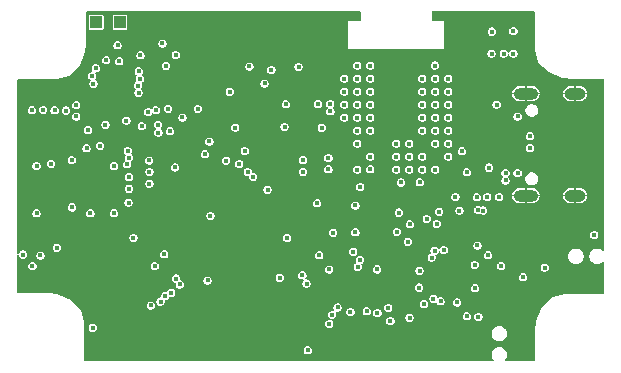
<source format=gbr>
%TF.GenerationSoftware,KiCad,Pcbnew,9.0.4*%
%TF.CreationDate,2025-09-08T17:38:28-04:00*%
%TF.ProjectId,CPU1-NRF5340-uBlox-NORA,43505531-2d4e-4524-9635-3334302d7542,A*%
%TF.SameCoordinates,Original*%
%TF.FileFunction,Copper,L5,Inr*%
%TF.FilePolarity,Positive*%
%FSLAX46Y46*%
G04 Gerber Fmt 4.6, Leading zero omitted, Abs format (unit mm)*
G04 Created by KiCad (PCBNEW 9.0.4) date 2025-09-08 17:38:28*
%MOMM*%
%LPD*%
G01*
G04 APERTURE LIST*
%TA.AperFunction,HeatsinkPad*%
%ADD10O,2.100000X1.000000*%
%TD*%
%TA.AperFunction,HeatsinkPad*%
%ADD11O,1.800000X1.000000*%
%TD*%
%TA.AperFunction,ComponentPad*%
%ADD12R,1.000000X1.000000*%
%TD*%
%TA.AperFunction,ViaPad*%
%ADD13C,0.450000*%
%TD*%
G04 APERTURE END LIST*
D10*
%TO.N,GND*%
%TO.C,J1*%
X148720000Y-90280000D03*
D11*
X152900000Y-90280000D03*
D10*
X148720000Y-81640000D03*
D11*
X152900000Y-81640000D03*
%TD*%
D12*
%TO.N,Net-(U2-IO7)*%
%TO.C,TP1*%
X112360000Y-75621000D03*
%TD*%
%TO.N,/P0.31*%
%TO.C,TP2*%
X114360000Y-75621000D03*
%TD*%
D13*
%TO.N,/VBUS*%
X132000000Y-88050000D03*
%TO.N,unconnected-(U4-VBUS-PadB9)*%
X132000000Y-87100000D03*
%TO.N,/VBUSMON*%
X117950000Y-77400000D03*
X113188105Y-78812000D03*
%TO.N,/PGOOD*%
X117396000Y-83057426D03*
%TO.N,/PSEN*%
X117300000Y-96250000D03*
X116747009Y-83203802D03*
%TO.N,/AIN7*%
X125323600Y-79349600D03*
X122021600Y-91998800D03*
%TO.N,/PSMODE*%
X118250000Y-79300000D03*
%TO.N,GND*%
X107425000Y-85800000D03*
X142150000Y-75175000D03*
X127000000Y-85775000D03*
X144450000Y-86850000D03*
X153225000Y-97200000D03*
X138150000Y-97900000D03*
X147675000Y-79200000D03*
X141050000Y-75175000D03*
X138875000Y-91725000D03*
X138150000Y-96550000D03*
X142150000Y-76675000D03*
X113195000Y-77600000D03*
X146275000Y-93575000D03*
X138300000Y-83675000D03*
X112150000Y-82550000D03*
X123200000Y-93275000D03*
X107300000Y-86775000D03*
X127000000Y-93275000D03*
X127975000Y-101250000D03*
X114025000Y-93275000D03*
X141725000Y-90400000D03*
X128400000Y-81250000D03*
X146275000Y-92500000D03*
X134450000Y-75175000D03*
X110125000Y-85800000D03*
X131100000Y-97700000D03*
X137025000Y-92700000D03*
X141050000Y-86975000D03*
X133325000Y-93400000D03*
X126850000Y-86775000D03*
X143625000Y-90382500D03*
X142925000Y-93550000D03*
X153225000Y-93650000D03*
X146800000Y-80150000D03*
X142500000Y-96150000D03*
X137750000Y-78169000D03*
X129700000Y-93275000D03*
X107450000Y-93275000D03*
X135550000Y-78169000D03*
X148700000Y-75425000D03*
X123200000Y-85775000D03*
X120700000Y-101250000D03*
X106900000Y-82000000D03*
X138300000Y-82575000D03*
X122650000Y-82100000D03*
X113875000Y-86800000D03*
X116100000Y-77425000D03*
X148275000Y-102250000D03*
X112150000Y-82000000D03*
X133725000Y-89550000D03*
X123650002Y-80520000D03*
X129725000Y-85800000D03*
X142925000Y-92450000D03*
X148025000Y-98425000D03*
X146625000Y-97225000D03*
X137075000Y-93650000D03*
X144675000Y-102275000D03*
X108825000Y-82000000D03*
X113975000Y-85775000D03*
X134450000Y-78169000D03*
X137200000Y-82575000D03*
X139925000Y-92900000D03*
X113821537Y-83600000D03*
X120475000Y-85775000D03*
X143400000Y-95800000D03*
X133350000Y-75175000D03*
X139875000Y-90425000D03*
X120500000Y-93275000D03*
X134450000Y-86975000D03*
X110175000Y-93275000D03*
X116675000Y-93275000D03*
X116700000Y-85775000D03*
X144700000Y-82575000D03*
X142525000Y-98125000D03*
X141025000Y-78169000D03*
X109775000Y-82014998D03*
X148700000Y-77300000D03*
X126450000Y-81900000D03*
X133350000Y-76675000D03*
X148026284Y-89176284D03*
X148025000Y-82775000D03*
X120375000Y-86800000D03*
X147675000Y-80175000D03*
X107850000Y-82000000D03*
X142925000Y-92975000D03*
X128400000Y-81850000D03*
X146275000Y-93100000D03*
X127000000Y-98000000D03*
X146825000Y-77325000D03*
X120275002Y-78350000D03*
X131125000Y-81600000D03*
X141375000Y-93550000D03*
X137200000Y-83675000D03*
X138150000Y-95375000D03*
X144600000Y-93000000D03*
X142150000Y-88075000D03*
X139950000Y-78169000D03*
X122650000Y-80750000D03*
X136100000Y-92700000D03*
X122650000Y-81425000D03*
X137950000Y-92700000D03*
X133325000Y-88075000D03*
X144250000Y-84275000D03*
%TO.N,+3.3V*%
X121775000Y-97465500D03*
X131125000Y-82525000D03*
X144700000Y-100550000D03*
%TO.N,Net-(U1-X)*%
X113131197Y-84281197D03*
%TO.N,+3.3V*%
X145850000Y-76400000D03*
X128400000Y-82550000D03*
X119649256Y-83659499D03*
%TO.N,Net-(U1-X)*%
X112000000Y-80150000D03*
%TO.N,+3.3V*%
X135549999Y-86975001D03*
X123650002Y-81480000D03*
X134700000Y-89550000D03*
X146625000Y-96250000D03*
X144425000Y-98125000D03*
X114150000Y-77550000D03*
X116825000Y-87300000D03*
X110275000Y-87275000D03*
X144625000Y-94500000D03*
X123350000Y-87325000D03*
X112050000Y-101475000D03*
X114300000Y-78900000D03*
X134450000Y-88075000D03*
X145525000Y-95325000D03*
X130150000Y-97725000D03*
X146850000Y-78250000D03*
X135550000Y-88050000D03*
X144400000Y-96150000D03*
X150325000Y-96375000D03*
X129849999Y-87274999D03*
%TO.N,/AIN5*%
X140098327Y-99461500D03*
X141050000Y-81475000D03*
X107625000Y-95350000D03*
%TO.N,/AIN2*%
X134483767Y-96322082D03*
X135550000Y-83675000D03*
X109014634Y-94694240D03*
%TO.N,/P1.13*%
X133350000Y-81475000D03*
X111850000Y-91776000D03*
X114898399Y-83927062D03*
%TO.N,/AIN6*%
X139950000Y-80375000D03*
X110300000Y-91275000D03*
X111650000Y-84725000D03*
%TO.N,/HK-ADC3*%
X115120619Y-87075095D03*
X109786304Y-83081000D03*
X115930517Y-81562774D03*
X125627722Y-88700500D03*
%TO.N,/AIN7*%
X134450000Y-79275000D03*
X107300000Y-91775000D03*
%TO.N,/AIN1*%
X106150000Y-95275000D03*
X132065500Y-96527549D03*
X134450000Y-83675000D03*
%TO.N,/AIN0*%
X112675000Y-86075000D03*
X134450000Y-84775000D03*
%TO.N,/AIN3*%
X139950000Y-84775000D03*
X138875906Y-100629007D03*
X106950000Y-96250000D03*
%TO.N,/AIN4*%
X111525000Y-86275000D03*
X139950000Y-81475000D03*
%TO.N,/P1.06*%
X117585478Y-84294426D03*
X142150000Y-81475000D03*
%TO.N,/P1.04*%
X117607358Y-84947062D03*
X132170821Y-83132997D03*
%TO.N,/P1.01*%
X138850000Y-85875000D03*
X115119000Y-89705604D03*
X115011092Y-86509012D03*
%TO.N,/P1.08*%
X132165532Y-82524000D03*
X118590358Y-84827036D03*
%TO.N,/P1.07*%
X135550000Y-82575000D03*
X135250000Y-100075000D03*
X116971203Y-99584500D03*
X113850000Y-91775000D03*
%TO.N,/SCL*%
X116850000Y-88275000D03*
X139950000Y-88075000D03*
X139719000Y-96650000D03*
X117796613Y-99259500D03*
%TO.N,/SDA*%
X138148687Y-89161999D03*
X115119000Y-88705257D03*
X138850000Y-86975000D03*
%TO.N,/P1.05*%
X133350000Y-83675000D03*
X116200000Y-84400000D03*
X115084614Y-90865257D03*
%TO.N,/HK-ADC2*%
X114966729Y-87631197D03*
X115950000Y-79750000D03*
X119025000Y-87900000D03*
X108825000Y-83050000D03*
%TO.N,/P0.30*%
X134111500Y-95039449D03*
X134450000Y-80375000D03*
%TO.N,/SPI-MISO*%
X142150000Y-85875000D03*
X124916453Y-86503500D03*
%TO.N,/SPI-CS*%
X139950000Y-86975000D03*
X121550000Y-86775000D03*
%TO.N,/SPI-DCX*%
X125180703Y-88285000D03*
X141050000Y-88075000D03*
%TO.N,/P0.21*%
X124113500Y-84522881D03*
X139950000Y-83675000D03*
%TO.N,/P0.29*%
X134678999Y-95723253D03*
X135550000Y-80375000D03*
%TO.N,/HK-ADC1*%
X113850000Y-87775000D03*
X107850000Y-83025000D03*
X108525000Y-87600000D03*
X116024416Y-80407760D03*
%TO.N,/SPI-MOSI*%
X121923976Y-85699127D03*
X141050000Y-85875000D03*
%TO.N,/P0.24*%
X141778553Y-94885253D03*
X127878661Y-97235983D03*
X142150000Y-80375000D03*
%TO.N,/SPI-SCK*%
X142150000Y-86975000D03*
X124450727Y-87607000D03*
%TO.N,/QSPI-IO3*%
X141175000Y-92675000D03*
X141050000Y-82575000D03*
%TO.N,/QSPI-SCK*%
X129850000Y-88275000D03*
X143303434Y-86525000D03*
X142150002Y-82575000D03*
%TO.N,/QSPI-IO1*%
X139743000Y-89148379D03*
X141050000Y-83675000D03*
X126850000Y-89775000D03*
%TO.N,/QSPI-IO2*%
X141000000Y-94950000D03*
X131234500Y-95337656D03*
X131052175Y-90935219D03*
X142150000Y-84775000D03*
%TO.N,/HK-ADC0*%
X115882027Y-80973493D03*
X110650000Y-83575000D03*
X110650000Y-82619500D03*
X106900000Y-83050000D03*
X107300000Y-87775000D03*
%TO.N,/P0.02-NFC1*%
X137750000Y-85875000D03*
X138737055Y-94189135D03*
%TO.N,/P0.19*%
X139950000Y-82575000D03*
X140325000Y-92257000D03*
%TO.N,/QSPI-CSN*%
X128294669Y-84461000D03*
X142150000Y-83675000D03*
%TO.N,/P0.03-NFC2*%
X128507000Y-93869222D03*
X137800000Y-93350000D03*
X137750000Y-86975000D03*
%TO.N,/DP*%
X149075000Y-86250000D03*
X149075000Y-85250000D03*
%TO.N,/VBUS*%
X143725000Y-88310000D03*
X130252500Y-103372500D03*
X146250000Y-82575000D03*
X134287500Y-91112500D03*
X148025000Y-88375000D03*
X147000000Y-89000000D03*
X148025000Y-83575000D03*
X137975000Y-91725000D03*
%TO.N,/VBAT*%
X134287499Y-93387499D03*
X147000000Y-88375000D03*
X115501503Y-93861560D03*
X116085000Y-78400000D03*
X136125000Y-96525000D03*
X138900000Y-92700000D03*
%TO.N,/DISPON*%
X119074691Y-78375309D03*
X119106000Y-97300000D03*
%TO.N,/CC2*%
X147665000Y-78250000D03*
X112114958Y-80812561D03*
%TO.N,/CC1*%
X147665000Y-76350000D03*
X112300000Y-79500000D03*
%TO.N,/PSEN*%
X146460000Y-90400000D03*
X129800000Y-97025000D03*
%TO.N,/PSMODE*%
X118100000Y-95250000D03*
X142760000Y-90400000D03*
X140750000Y-95525000D03*
%TO.N,/P1.15*%
X133350000Y-82575000D03*
X132319500Y-100380372D03*
%TO.N,/P1.14*%
X132775000Y-99750000D03*
X134450000Y-82575000D03*
%TO.N,/P1.12*%
X133874379Y-100137588D03*
X134450000Y-81475000D03*
%TO.N,/PGOOD*%
X143100000Y-91550000D03*
X148485000Y-97200000D03*
X143725000Y-100500000D03*
X118700000Y-98505500D03*
%TO.N,Net-(U5-STAT)*%
X132075000Y-101140000D03*
X132400000Y-93425000D03*
%TO.N,/RESET*%
X118432233Y-82938011D03*
X142900000Y-99325000D03*
X154510000Y-93621000D03*
X119425000Y-97800000D03*
X145815000Y-78250000D03*
%TO.N,/USER*%
X135550000Y-84775000D03*
X137065500Y-99790500D03*
%TO.N,/P1.09*%
X126596856Y-80784462D03*
X135550000Y-81475000D03*
%TO.N,/SYS*%
X145100000Y-91550000D03*
X145450000Y-90400000D03*
X141375000Y-91650000D03*
X145600000Y-87912500D03*
X144575000Y-90425000D03*
X144675000Y-91506105D03*
%TO.N,/P1.00*%
X116850000Y-89275000D03*
X118171539Y-98794000D03*
X138850000Y-88075000D03*
X139681532Y-98074266D03*
%TO.N,/QSPI-IO0*%
X131444540Y-84535000D03*
X141050000Y-84775000D03*
%TO.N,/SWDCLK*%
X141504444Y-99226643D03*
X141025000Y-79275000D03*
%TO.N,/RxD*%
X136150000Y-100225000D03*
X134450000Y-85875000D03*
%TO.N,/TxD*%
X137250000Y-100900000D03*
X137750000Y-88075000D03*
%TO.N,/SWDIO*%
X141050000Y-80375000D03*
X140900000Y-99019901D03*
%TO.N,/P1.10*%
X135550000Y-79275000D03*
X120950000Y-82939298D03*
X129475000Y-79379000D03*
%TO.N,/P1.11*%
X133350000Y-80375000D03*
X127175000Y-79650000D03*
%TD*%
%TA.AperFunction,Conductor*%
%TO.N,GND*%
G36*
X134746694Y-74695806D02*
G01*
X134765000Y-74740000D01*
X134765000Y-75437500D01*
X134746694Y-75481694D01*
X134702500Y-75500000D01*
X133675000Y-75500000D01*
X133675000Y-77850000D01*
X141825000Y-77850000D01*
X141825000Y-76353593D01*
X145497500Y-76353593D01*
X145497500Y-76446406D01*
X145497501Y-76446414D01*
X145521521Y-76536059D01*
X145521522Y-76536062D01*
X145567929Y-76616439D01*
X145567934Y-76616445D01*
X145633554Y-76682065D01*
X145633560Y-76682070D01*
X145713937Y-76728477D01*
X145713940Y-76728478D01*
X145803592Y-76752500D01*
X145803593Y-76752500D01*
X145896407Y-76752500D01*
X145896408Y-76752500D01*
X145986060Y-76728478D01*
X146066440Y-76682070D01*
X146132070Y-76616440D01*
X146178478Y-76536060D01*
X146202500Y-76446408D01*
X146202500Y-76353592D01*
X146200643Y-76346662D01*
X146192340Y-76315672D01*
X146189103Y-76303593D01*
X147312500Y-76303593D01*
X147312500Y-76396406D01*
X147312501Y-76396414D01*
X147336521Y-76486059D01*
X147336522Y-76486062D01*
X147382929Y-76566439D01*
X147382934Y-76566445D01*
X147448554Y-76632065D01*
X147448560Y-76632070D01*
X147528937Y-76678477D01*
X147528940Y-76678478D01*
X147618592Y-76702500D01*
X147618593Y-76702500D01*
X147711407Y-76702500D01*
X147711408Y-76702500D01*
X147801060Y-76678478D01*
X147881440Y-76632070D01*
X147947070Y-76566440D01*
X147993478Y-76486060D01*
X148017500Y-76396408D01*
X148017500Y-76303592D01*
X147993478Y-76213940D01*
X147993477Y-76213937D01*
X147947070Y-76133560D01*
X147947065Y-76133554D01*
X147881445Y-76067934D01*
X147881439Y-76067929D01*
X147801062Y-76021522D01*
X147801059Y-76021521D01*
X147711414Y-75997501D01*
X147711409Y-75997500D01*
X147711408Y-75997500D01*
X147618592Y-75997500D01*
X147618591Y-75997500D01*
X147618585Y-75997501D01*
X147528940Y-76021521D01*
X147528937Y-76021522D01*
X147448560Y-76067929D01*
X147448554Y-76067934D01*
X147382934Y-76133554D01*
X147382929Y-76133560D01*
X147336522Y-76213937D01*
X147336521Y-76213940D01*
X147312501Y-76303585D01*
X147312500Y-76303593D01*
X146189103Y-76303593D01*
X146178478Y-76263940D01*
X146178477Y-76263937D01*
X146132070Y-76183560D01*
X146132065Y-76183554D01*
X146066445Y-76117934D01*
X146066439Y-76117929D01*
X145986062Y-76071522D01*
X145986059Y-76071521D01*
X145896414Y-76047501D01*
X145896409Y-76047500D01*
X145896408Y-76047500D01*
X145803592Y-76047500D01*
X145803591Y-76047500D01*
X145803585Y-76047501D01*
X145713940Y-76071521D01*
X145713937Y-76071522D01*
X145633560Y-76117929D01*
X145633554Y-76117934D01*
X145567934Y-76183554D01*
X145567929Y-76183560D01*
X145521522Y-76263937D01*
X145521521Y-76263940D01*
X145497501Y-76353585D01*
X145497500Y-76353593D01*
X141825000Y-76353593D01*
X141825000Y-75500000D01*
X140802500Y-75500000D01*
X140758306Y-75481694D01*
X140740000Y-75437500D01*
X140740000Y-74740000D01*
X140758306Y-74695806D01*
X140802500Y-74677500D01*
X149447500Y-74677500D01*
X149491694Y-74695806D01*
X149510000Y-74740000D01*
X149510000Y-77921000D01*
X149766765Y-78948060D01*
X149776666Y-78987665D01*
X149776668Y-78987669D01*
X150210521Y-79421521D01*
X150643333Y-79854333D01*
X151809998Y-80320999D01*
X151809997Y-80320999D01*
X151810000Y-80321000D01*
X152810000Y-80421000D01*
X152740693Y-80414069D01*
X152740695Y-80414069D01*
X152743705Y-80414370D01*
X152840290Y-80424028D01*
X152867381Y-80414397D01*
X155260162Y-80420610D01*
X155304309Y-80439031D01*
X155322500Y-80483110D01*
X155322500Y-94908423D01*
X155304194Y-94952617D01*
X155260000Y-94970923D01*
X155215806Y-94952617D01*
X155176581Y-94913392D01*
X155069549Y-94841876D01*
X155069546Y-94841875D01*
X155023999Y-94823009D01*
X154950619Y-94792614D01*
X154950615Y-94792613D01*
X154824364Y-94767500D01*
X154695636Y-94767500D01*
X154569384Y-94792613D01*
X154569382Y-94792613D01*
X154569381Y-94792614D01*
X154535633Y-94806593D01*
X154450453Y-94841875D01*
X154450450Y-94841876D01*
X154343418Y-94913392D01*
X154252392Y-95004418D01*
X154180876Y-95111450D01*
X154180875Y-95111453D01*
X154131613Y-95230384D01*
X154106500Y-95356635D01*
X154106500Y-95485364D01*
X154129994Y-95603478D01*
X154131614Y-95611619D01*
X154159308Y-95678478D01*
X154180875Y-95730546D01*
X154180876Y-95730549D01*
X154252392Y-95837581D01*
X154343418Y-95928607D01*
X154450450Y-96000123D01*
X154450451Y-96000123D01*
X154450452Y-96000124D01*
X154569381Y-96049386D01*
X154695636Y-96074500D01*
X154824364Y-96074500D01*
X154950619Y-96049386D01*
X155069548Y-96000124D01*
X155176582Y-95928607D01*
X155215806Y-95889383D01*
X155260000Y-95871077D01*
X155304194Y-95889383D01*
X155322500Y-95933577D01*
X155322500Y-98558500D01*
X155304194Y-98602694D01*
X155260000Y-98621000D01*
X152010000Y-98621000D01*
X151062006Y-98857998D01*
X150943334Y-98887666D01*
X150943330Y-98887668D01*
X150076667Y-99754332D01*
X149610000Y-100920999D01*
X149522855Y-101792450D01*
X149516629Y-101854705D01*
X149506970Y-101951292D01*
X149516602Y-101978384D01*
X149510888Y-104179083D01*
X149510677Y-104260162D01*
X149492256Y-104304309D01*
X149448177Y-104322500D01*
X146990077Y-104322500D01*
X146945883Y-104304194D01*
X146927577Y-104260000D01*
X146945883Y-104215806D01*
X146982607Y-104179082D01*
X147054124Y-104072048D01*
X147103386Y-103953119D01*
X147128500Y-103826864D01*
X147128500Y-103698136D01*
X147103386Y-103571881D01*
X147054124Y-103452952D01*
X147031375Y-103418906D01*
X146982607Y-103345918D01*
X146891581Y-103254892D01*
X146784549Y-103183376D01*
X146784546Y-103183375D01*
X146718601Y-103156060D01*
X146665619Y-103134114D01*
X146665615Y-103134113D01*
X146539364Y-103109000D01*
X146410636Y-103109000D01*
X146284384Y-103134113D01*
X146284382Y-103134113D01*
X146284381Y-103134114D01*
X146249549Y-103148541D01*
X146165453Y-103183375D01*
X146165450Y-103183376D01*
X146058418Y-103254892D01*
X145967392Y-103345918D01*
X145895876Y-103452950D01*
X145895875Y-103452953D01*
X145846613Y-103571884D01*
X145830167Y-103654565D01*
X145821500Y-103698136D01*
X145821500Y-103826864D01*
X145846614Y-103953119D01*
X145885672Y-104047414D01*
X145895875Y-104072046D01*
X145895876Y-104072049D01*
X145967392Y-104179081D01*
X146004117Y-104215806D01*
X146022423Y-104260000D01*
X146004117Y-104304194D01*
X145959923Y-104322500D01*
X111372500Y-104322500D01*
X111328306Y-104304194D01*
X111310000Y-104260000D01*
X111310000Y-103326093D01*
X129900000Y-103326093D01*
X129900000Y-103418906D01*
X129900001Y-103418914D01*
X129924021Y-103508559D01*
X129924022Y-103508562D01*
X129970429Y-103588939D01*
X129970434Y-103588945D01*
X130036054Y-103654565D01*
X130036060Y-103654570D01*
X130116437Y-103700977D01*
X130116440Y-103700978D01*
X130206092Y-103725000D01*
X130206093Y-103725000D01*
X130298907Y-103725000D01*
X130298908Y-103725000D01*
X130388560Y-103700978D01*
X130393483Y-103698136D01*
X130405548Y-103691169D01*
X130468940Y-103654570D01*
X130534570Y-103588940D01*
X130580978Y-103508560D01*
X130605000Y-103418908D01*
X130605000Y-103326092D01*
X130580978Y-103236440D01*
X130580977Y-103236437D01*
X130534570Y-103156060D01*
X130534565Y-103156054D01*
X130468945Y-103090434D01*
X130468939Y-103090429D01*
X130388562Y-103044022D01*
X130388559Y-103044021D01*
X130298914Y-103020001D01*
X130298909Y-103020000D01*
X130298908Y-103020000D01*
X130206092Y-103020000D01*
X130206091Y-103020000D01*
X130206085Y-103020001D01*
X130116440Y-103044021D01*
X130116437Y-103044022D01*
X130036060Y-103090429D01*
X130036054Y-103090434D01*
X129970434Y-103156054D01*
X129970429Y-103156060D01*
X129924022Y-103236437D01*
X129924021Y-103236440D01*
X129900001Y-103326085D01*
X129900000Y-103326093D01*
X111310000Y-103326093D01*
X111310000Y-101898136D01*
X145821500Y-101898136D01*
X145821500Y-102026864D01*
X145846614Y-102153119D01*
X145885672Y-102247414D01*
X145895875Y-102272046D01*
X145895876Y-102272049D01*
X145967392Y-102379081D01*
X146058418Y-102470107D01*
X146165450Y-102541623D01*
X146165451Y-102541623D01*
X146165452Y-102541624D01*
X146284381Y-102590886D01*
X146410636Y-102616000D01*
X146539364Y-102616000D01*
X146665619Y-102590886D01*
X146784548Y-102541624D01*
X146891582Y-102470107D01*
X146982607Y-102379082D01*
X147054124Y-102272048D01*
X147103386Y-102153119D01*
X147128500Y-102026864D01*
X147128500Y-101898136D01*
X147103386Y-101771881D01*
X147054124Y-101652952D01*
X147026134Y-101611062D01*
X146982607Y-101545918D01*
X146891581Y-101454892D01*
X146784549Y-101383376D01*
X146784546Y-101383375D01*
X146759914Y-101373172D01*
X146665619Y-101334114D01*
X146665615Y-101334113D01*
X146539364Y-101309000D01*
X146410636Y-101309000D01*
X146284384Y-101334113D01*
X146284382Y-101334113D01*
X146284381Y-101334114D01*
X146272730Y-101338940D01*
X146165453Y-101383375D01*
X146165450Y-101383376D01*
X146058418Y-101454892D01*
X145967392Y-101545918D01*
X145895876Y-101652950D01*
X145895875Y-101652953D01*
X145846613Y-101771884D01*
X145830738Y-101851693D01*
X145821500Y-101898136D01*
X111310000Y-101898136D01*
X111310000Y-101428593D01*
X111697500Y-101428593D01*
X111697500Y-101521406D01*
X111697501Y-101521414D01*
X111721521Y-101611059D01*
X111721522Y-101611062D01*
X111767929Y-101691439D01*
X111767934Y-101691445D01*
X111833554Y-101757065D01*
X111833560Y-101757070D01*
X111913937Y-101803477D01*
X111913940Y-101803478D01*
X112003592Y-101827500D01*
X112003593Y-101827500D01*
X112096407Y-101827500D01*
X112096408Y-101827500D01*
X112186060Y-101803478D01*
X112266440Y-101757070D01*
X112332070Y-101691440D01*
X112378478Y-101611060D01*
X112402500Y-101521408D01*
X112402500Y-101428592D01*
X112378478Y-101338940D01*
X112378477Y-101338937D01*
X112332070Y-101258560D01*
X112332065Y-101258554D01*
X112266445Y-101192934D01*
X112266439Y-101192929D01*
X112186062Y-101146522D01*
X112186058Y-101146521D01*
X112096414Y-101122501D01*
X112096409Y-101122500D01*
X112096408Y-101122500D01*
X112003592Y-101122500D01*
X112003591Y-101122500D01*
X112003585Y-101122501D01*
X111913940Y-101146521D01*
X111913937Y-101146522D01*
X111833560Y-101192929D01*
X111833554Y-101192934D01*
X111767934Y-101258554D01*
X111767929Y-101258560D01*
X111721522Y-101338937D01*
X111721521Y-101338940D01*
X111697501Y-101428585D01*
X111697500Y-101428593D01*
X111310000Y-101428593D01*
X111310000Y-101093593D01*
X131722500Y-101093593D01*
X131722500Y-101186406D01*
X131722501Y-101186414D01*
X131746521Y-101276059D01*
X131746522Y-101276062D01*
X131792929Y-101356439D01*
X131792934Y-101356445D01*
X131858554Y-101422065D01*
X131858560Y-101422070D01*
X131938937Y-101468477D01*
X131938940Y-101468478D01*
X132028592Y-101492500D01*
X132028593Y-101492500D01*
X132121407Y-101492500D01*
X132121408Y-101492500D01*
X132211060Y-101468478D01*
X132291440Y-101422070D01*
X132357070Y-101356440D01*
X132403478Y-101276060D01*
X132427500Y-101186408D01*
X132427500Y-101093592D01*
X132403478Y-101003940D01*
X132403477Y-101003937D01*
X132357070Y-100923560D01*
X132357065Y-100923554D01*
X132328926Y-100895415D01*
X132328919Y-100895409D01*
X132291440Y-100857930D01*
X132283928Y-100853593D01*
X136897500Y-100853593D01*
X136897500Y-100946406D01*
X136897501Y-100946414D01*
X136921521Y-101036059D01*
X136921522Y-101036062D01*
X136967929Y-101116439D01*
X136967934Y-101116445D01*
X137033554Y-101182065D01*
X137033560Y-101182070D01*
X137113937Y-101228477D01*
X137113940Y-101228478D01*
X137203592Y-101252500D01*
X137203593Y-101252500D01*
X137296407Y-101252500D01*
X137296408Y-101252500D01*
X137386060Y-101228478D01*
X137466440Y-101182070D01*
X137532070Y-101116440D01*
X137578478Y-101036060D01*
X137602500Y-100946408D01*
X137602500Y-100853592D01*
X137578478Y-100763940D01*
X137578477Y-100763937D01*
X137532070Y-100683560D01*
X137532065Y-100683554D01*
X137466445Y-100617934D01*
X137466439Y-100617929D01*
X137405249Y-100582600D01*
X138523406Y-100582600D01*
X138523406Y-100675413D01*
X138523407Y-100675421D01*
X138547427Y-100765066D01*
X138547428Y-100765069D01*
X138593835Y-100845446D01*
X138593840Y-100845452D01*
X138659460Y-100911072D01*
X138659466Y-100911077D01*
X138739843Y-100957484D01*
X138739846Y-100957485D01*
X138829498Y-100981507D01*
X138829499Y-100981507D01*
X138922313Y-100981507D01*
X138922314Y-100981507D01*
X139011966Y-100957485D01*
X139092346Y-100911077D01*
X139157976Y-100845447D01*
X139194575Y-100782055D01*
X139204383Y-100765069D01*
X139204384Y-100765066D01*
X139212440Y-100735001D01*
X139228406Y-100675415D01*
X139228406Y-100582599D01*
X139204384Y-100492947D01*
X139204384Y-100492946D01*
X139197340Y-100480746D01*
X139197339Y-100480745D01*
X139181663Y-100453593D01*
X143372500Y-100453593D01*
X143372500Y-100546406D01*
X143372501Y-100546414D01*
X143396521Y-100636059D01*
X143396522Y-100636062D01*
X143442929Y-100716439D01*
X143442934Y-100716445D01*
X143508554Y-100782065D01*
X143508560Y-100782070D01*
X143588937Y-100828477D01*
X143588940Y-100828478D01*
X143678592Y-100852500D01*
X143678593Y-100852500D01*
X143771407Y-100852500D01*
X143771408Y-100852500D01*
X143861060Y-100828478D01*
X143941440Y-100782070D01*
X144007070Y-100716440D01*
X144053478Y-100636060D01*
X144077500Y-100546408D01*
X144077500Y-100503593D01*
X144347500Y-100503593D01*
X144347500Y-100596406D01*
X144347501Y-100596414D01*
X144371521Y-100686059D01*
X144371522Y-100686062D01*
X144417929Y-100766439D01*
X144417934Y-100766445D01*
X144483554Y-100832065D01*
X144483560Y-100832070D01*
X144563937Y-100878477D01*
X144563940Y-100878478D01*
X144653592Y-100902500D01*
X144653593Y-100902500D01*
X144746407Y-100902500D01*
X144746408Y-100902500D01*
X144836060Y-100878478D01*
X144916440Y-100832070D01*
X144982070Y-100766440D01*
X145028478Y-100686060D01*
X145052500Y-100596408D01*
X145052500Y-100503592D01*
X145028478Y-100413940D01*
X145028477Y-100413937D01*
X144982070Y-100333560D01*
X144982065Y-100333554D01*
X144916445Y-100267934D01*
X144916439Y-100267929D01*
X144836062Y-100221522D01*
X144836059Y-100221521D01*
X144746414Y-100197501D01*
X144746409Y-100197500D01*
X144746408Y-100197500D01*
X144653592Y-100197500D01*
X144653591Y-100197500D01*
X144653585Y-100197501D01*
X144563940Y-100221521D01*
X144563937Y-100221522D01*
X144483560Y-100267929D01*
X144483554Y-100267934D01*
X144417934Y-100333554D01*
X144417929Y-100333560D01*
X144371522Y-100413937D01*
X144371521Y-100413940D01*
X144347501Y-100503585D01*
X144347500Y-100503593D01*
X144077500Y-100503593D01*
X144077500Y-100453592D01*
X144053478Y-100363940D01*
X144053477Y-100363937D01*
X144007070Y-100283560D01*
X144007065Y-100283554D01*
X143941445Y-100217934D01*
X143941439Y-100217929D01*
X143861062Y-100171522D01*
X143861059Y-100171521D01*
X143771414Y-100147501D01*
X143771409Y-100147500D01*
X143771408Y-100147500D01*
X143678592Y-100147500D01*
X143678591Y-100147500D01*
X143678585Y-100147501D01*
X143588940Y-100171521D01*
X143588937Y-100171522D01*
X143508560Y-100217929D01*
X143508554Y-100217934D01*
X143442934Y-100283554D01*
X143442929Y-100283560D01*
X143396522Y-100363937D01*
X143396521Y-100363940D01*
X143372501Y-100453585D01*
X143372500Y-100453593D01*
X139181663Y-100453593D01*
X139157976Y-100412567D01*
X139157971Y-100412561D01*
X139092351Y-100346941D01*
X139092345Y-100346936D01*
X139011968Y-100300529D01*
X139011965Y-100300528D01*
X138922320Y-100276508D01*
X138922315Y-100276507D01*
X138922314Y-100276507D01*
X138829498Y-100276507D01*
X138829497Y-100276507D01*
X138829491Y-100276508D01*
X138739846Y-100300528D01*
X138739843Y-100300529D01*
X138659466Y-100346936D01*
X138659460Y-100346941D01*
X138593840Y-100412561D01*
X138593835Y-100412567D01*
X138547428Y-100492944D01*
X138547427Y-100492947D01*
X138523407Y-100582592D01*
X138523406Y-100582600D01*
X137405249Y-100582600D01*
X137386062Y-100571522D01*
X137386059Y-100571521D01*
X137296414Y-100547501D01*
X137296409Y-100547500D01*
X137296408Y-100547500D01*
X137203592Y-100547500D01*
X137203591Y-100547500D01*
X137203585Y-100547501D01*
X137113940Y-100571521D01*
X137113937Y-100571522D01*
X137033560Y-100617929D01*
X137033554Y-100617934D01*
X136967934Y-100683554D01*
X136967929Y-100683560D01*
X136921522Y-100763937D01*
X136921521Y-100763940D01*
X136897501Y-100853585D01*
X136897500Y-100853593D01*
X132283928Y-100853593D01*
X132271851Y-100846620D01*
X132267473Y-100842877D01*
X132259038Y-100826302D01*
X132247716Y-100811547D01*
X132248499Y-100805595D01*
X132245777Y-100800245D01*
X132251532Y-100782560D01*
X132253961Y-100764121D01*
X132258724Y-100760466D01*
X132260582Y-100754758D01*
X132277156Y-100746323D01*
X132291912Y-100735001D01*
X132302017Y-100733670D01*
X132303214Y-100733062D01*
X132304201Y-100733383D01*
X132308087Y-100732872D01*
X132365907Y-100732872D01*
X132365908Y-100732872D01*
X132455560Y-100708850D01*
X132455604Y-100708825D01*
X132495033Y-100686060D01*
X132535940Y-100662442D01*
X132601570Y-100596812D01*
X132647978Y-100516432D01*
X132672000Y-100426780D01*
X132672000Y-100333964D01*
X132647978Y-100244312D01*
X132647977Y-100244309D01*
X132620951Y-100197500D01*
X132611808Y-100181666D01*
X132605564Y-100134241D01*
X132634684Y-100096290D01*
X132682109Y-100090045D01*
X132682110Y-100090045D01*
X132682111Y-100090046D01*
X132718566Y-100099813D01*
X132728592Y-100102500D01*
X132728593Y-100102500D01*
X132821407Y-100102500D01*
X132821408Y-100102500D01*
X132863651Y-100091181D01*
X133521879Y-100091181D01*
X133521879Y-100183994D01*
X133521880Y-100184002D01*
X133545900Y-100273647D01*
X133545901Y-100273650D01*
X133592308Y-100354027D01*
X133592313Y-100354033D01*
X133657933Y-100419653D01*
X133657939Y-100419658D01*
X133738316Y-100466065D01*
X133738319Y-100466066D01*
X133827971Y-100490088D01*
X133827972Y-100490088D01*
X133920786Y-100490088D01*
X133920787Y-100490088D01*
X134010439Y-100466066D01*
X134090819Y-100419658D01*
X134156449Y-100354028D01*
X134202857Y-100273648D01*
X134226879Y-100183996D01*
X134226879Y-100091180D01*
X134221891Y-100072565D01*
X134213346Y-100040672D01*
X134210109Y-100028593D01*
X134897500Y-100028593D01*
X134897500Y-100121406D01*
X134897501Y-100121414D01*
X134921521Y-100211059D01*
X134921522Y-100211062D01*
X134967929Y-100291439D01*
X134967934Y-100291445D01*
X135033554Y-100357065D01*
X135033560Y-100357070D01*
X135113937Y-100403477D01*
X135113940Y-100403478D01*
X135203592Y-100427500D01*
X135203593Y-100427500D01*
X135296407Y-100427500D01*
X135296408Y-100427500D01*
X135386060Y-100403478D01*
X135466440Y-100357070D01*
X135532070Y-100291440D01*
X135578478Y-100211060D01*
X135586354Y-100181667D01*
X135587178Y-100178593D01*
X135797500Y-100178593D01*
X135797500Y-100271406D01*
X135797501Y-100271414D01*
X135821521Y-100361059D01*
X135821522Y-100361062D01*
X135867929Y-100441439D01*
X135867934Y-100441445D01*
X135933554Y-100507065D01*
X135933560Y-100507070D01*
X136013937Y-100553477D01*
X136013940Y-100553478D01*
X136103592Y-100577500D01*
X136103593Y-100577500D01*
X136196407Y-100577500D01*
X136196408Y-100577500D01*
X136286060Y-100553478D01*
X136298306Y-100546408D01*
X136350221Y-100516434D01*
X136366440Y-100507070D01*
X136432070Y-100441440D01*
X136478478Y-100361060D01*
X136502500Y-100271408D01*
X136502500Y-100178592D01*
X136478478Y-100088940D01*
X136478477Y-100088937D01*
X136432070Y-100008560D01*
X136432065Y-100008554D01*
X136366445Y-99942934D01*
X136366439Y-99942929D01*
X136286062Y-99896522D01*
X136286059Y-99896521D01*
X136196414Y-99872501D01*
X136196409Y-99872500D01*
X136196408Y-99872500D01*
X136103592Y-99872500D01*
X136103591Y-99872500D01*
X136103585Y-99872501D01*
X136013940Y-99896521D01*
X136013937Y-99896522D01*
X135933560Y-99942929D01*
X135933554Y-99942934D01*
X135867934Y-100008554D01*
X135867929Y-100008560D01*
X135821522Y-100088937D01*
X135821521Y-100088940D01*
X135797501Y-100178585D01*
X135797500Y-100178593D01*
X135587178Y-100178593D01*
X135592610Y-100158320D01*
X135602498Y-100121414D01*
X135602500Y-100121406D01*
X135602500Y-100028593D01*
X135602498Y-100028585D01*
X135578478Y-99938940D01*
X135578477Y-99938937D01*
X135532070Y-99858560D01*
X135532065Y-99858554D01*
X135466445Y-99792934D01*
X135466440Y-99792930D01*
X135386062Y-99746522D01*
X135386059Y-99746521D01*
X135376997Y-99744093D01*
X136713000Y-99744093D01*
X136713000Y-99836906D01*
X136713001Y-99836914D01*
X136737021Y-99926559D01*
X136737022Y-99926562D01*
X136783429Y-100006939D01*
X136783434Y-100006945D01*
X136849054Y-100072565D01*
X136849060Y-100072570D01*
X136929437Y-100118977D01*
X136929440Y-100118978D01*
X137019092Y-100143000D01*
X137019093Y-100143000D01*
X137111907Y-100143000D01*
X137111908Y-100143000D01*
X137201560Y-100118978D01*
X137281940Y-100072570D01*
X137347570Y-100006940D01*
X137393978Y-99926560D01*
X137418000Y-99836908D01*
X137418000Y-99744092D01*
X137393978Y-99654440D01*
X137393977Y-99654437D01*
X137347570Y-99574060D01*
X137347565Y-99574054D01*
X137281945Y-99508434D01*
X137281939Y-99508429D01*
X137206930Y-99465122D01*
X137201562Y-99462022D01*
X137201559Y-99462021D01*
X137111914Y-99438001D01*
X137111909Y-99438000D01*
X137111908Y-99438000D01*
X137019092Y-99438000D01*
X137019091Y-99438000D01*
X137019085Y-99438001D01*
X136929440Y-99462021D01*
X136929437Y-99462022D01*
X136849060Y-99508429D01*
X136849054Y-99508434D01*
X136783434Y-99574054D01*
X136783429Y-99574060D01*
X136737022Y-99654437D01*
X136737021Y-99654440D01*
X136713001Y-99744085D01*
X136713000Y-99744093D01*
X135376997Y-99744093D01*
X135296414Y-99722501D01*
X135296409Y-99722500D01*
X135296408Y-99722500D01*
X135203592Y-99722500D01*
X135203591Y-99722500D01*
X135203585Y-99722501D01*
X135113940Y-99746521D01*
X135113937Y-99746522D01*
X135033560Y-99792929D01*
X135033554Y-99792934D01*
X134967934Y-99858554D01*
X134967929Y-99858560D01*
X134921522Y-99938937D01*
X134921521Y-99938940D01*
X134897501Y-100028585D01*
X134897500Y-100028593D01*
X134210109Y-100028593D01*
X134202857Y-100001528D01*
X134202856Y-100001525D01*
X134156449Y-99921148D01*
X134156444Y-99921142D01*
X134090824Y-99855522D01*
X134090818Y-99855517D01*
X134010441Y-99809110D01*
X134010438Y-99809109D01*
X133920793Y-99785089D01*
X133920788Y-99785088D01*
X133920787Y-99785088D01*
X133827971Y-99785088D01*
X133827970Y-99785088D01*
X133827964Y-99785089D01*
X133738319Y-99809109D01*
X133738316Y-99809110D01*
X133657939Y-99855517D01*
X133657933Y-99855522D01*
X133592313Y-99921142D01*
X133592308Y-99921148D01*
X133545901Y-100001525D01*
X133545900Y-100001528D01*
X133521880Y-100091173D01*
X133521879Y-100091181D01*
X132863651Y-100091181D01*
X132911060Y-100078478D01*
X132921302Y-100072565D01*
X132989902Y-100032958D01*
X132989963Y-100032922D01*
X132991440Y-100032070D01*
X133057070Y-99966440D01*
X133103478Y-99886060D01*
X133127500Y-99796408D01*
X133127500Y-99703592D01*
X133103478Y-99613940D01*
X133103477Y-99613937D01*
X133057070Y-99533560D01*
X133057065Y-99533554D01*
X132991445Y-99467934D01*
X132991439Y-99467929D01*
X132911062Y-99421522D01*
X132911059Y-99421521D01*
X132887069Y-99415093D01*
X139745827Y-99415093D01*
X139745827Y-99507906D01*
X139745828Y-99507914D01*
X139769848Y-99597559D01*
X139769849Y-99597562D01*
X139816256Y-99677939D01*
X139816261Y-99677945D01*
X139881881Y-99743565D01*
X139881887Y-99743570D01*
X139962264Y-99789977D01*
X139962267Y-99789978D01*
X140051919Y-99814000D01*
X140051920Y-99814000D01*
X140144734Y-99814000D01*
X140144735Y-99814000D01*
X140234387Y-99789978D01*
X140314767Y-99743570D01*
X140380397Y-99677940D01*
X140426805Y-99597560D01*
X140450827Y-99507908D01*
X140450827Y-99415092D01*
X140426805Y-99325440D01*
X140426804Y-99325437D01*
X140380397Y-99245060D01*
X140380392Y-99245054D01*
X140314772Y-99179434D01*
X140314766Y-99179429D01*
X140234389Y-99133022D01*
X140234386Y-99133021D01*
X140144741Y-99109001D01*
X140144736Y-99109000D01*
X140144735Y-99109000D01*
X140051919Y-99109000D01*
X140051918Y-99109000D01*
X140051912Y-99109001D01*
X139962267Y-99133021D01*
X139962264Y-99133022D01*
X139881887Y-99179429D01*
X139881881Y-99179434D01*
X139816261Y-99245054D01*
X139816256Y-99245060D01*
X139769849Y-99325437D01*
X139769848Y-99325440D01*
X139745828Y-99415085D01*
X139745827Y-99415093D01*
X132887069Y-99415093D01*
X132821414Y-99397501D01*
X132821409Y-99397500D01*
X132821408Y-99397500D01*
X132728592Y-99397500D01*
X132728591Y-99397500D01*
X132728585Y-99397501D01*
X132638940Y-99421521D01*
X132638937Y-99421522D01*
X132558560Y-99467929D01*
X132558554Y-99467934D01*
X132492934Y-99533554D01*
X132492929Y-99533560D01*
X132446522Y-99613937D01*
X132446521Y-99613940D01*
X132422501Y-99703585D01*
X132422500Y-99703593D01*
X132422500Y-99796406D01*
X132422501Y-99796414D01*
X132446521Y-99886059D01*
X132446522Y-99886062D01*
X132482690Y-99948704D01*
X132488935Y-99996130D01*
X132459815Y-100034081D01*
X132412389Y-100040326D01*
X132412388Y-100040326D01*
X132381575Y-100032070D01*
X132365908Y-100027872D01*
X132273092Y-100027872D01*
X132273091Y-100027872D01*
X132273085Y-100027873D01*
X132183440Y-100051893D01*
X132183437Y-100051894D01*
X132103060Y-100098301D01*
X132103054Y-100098306D01*
X132037434Y-100163926D01*
X132037431Y-100163931D01*
X132037430Y-100163932D01*
X132033048Y-100171522D01*
X131991022Y-100244309D01*
X131991021Y-100244312D01*
X131967001Y-100333957D01*
X131967000Y-100333965D01*
X131967000Y-100426778D01*
X131967001Y-100426786D01*
X131991021Y-100516431D01*
X131991022Y-100516434D01*
X132037429Y-100596811D01*
X132037434Y-100596817D01*
X132103054Y-100662437D01*
X132103060Y-100662442D01*
X132117664Y-100670874D01*
X132146784Y-100708825D01*
X132140539Y-100756251D01*
X132102588Y-100785371D01*
X132086413Y-100787500D01*
X132028592Y-100787500D01*
X132028591Y-100787500D01*
X132028585Y-100787501D01*
X131938940Y-100811521D01*
X131938937Y-100811522D01*
X131858560Y-100857929D01*
X131858554Y-100857934D01*
X131792934Y-100923554D01*
X131792929Y-100923560D01*
X131746522Y-101003937D01*
X131746521Y-101003940D01*
X131722501Y-101093585D01*
X131722500Y-101093593D01*
X111310000Y-101093593D01*
X111310000Y-101021001D01*
X111305734Y-101003937D01*
X111043334Y-99954334D01*
X111043332Y-99954332D01*
X111043331Y-99954330D01*
X110667191Y-99578190D01*
X110627094Y-99538093D01*
X116618703Y-99538093D01*
X116618703Y-99630906D01*
X116618704Y-99630914D01*
X116642724Y-99720559D01*
X116642725Y-99720562D01*
X116689132Y-99800939D01*
X116689137Y-99800945D01*
X116754757Y-99866565D01*
X116754763Y-99866570D01*
X116835140Y-99912977D01*
X116835143Y-99912978D01*
X116924795Y-99937000D01*
X116924796Y-99937000D01*
X117017610Y-99937000D01*
X117017611Y-99937000D01*
X117107263Y-99912978D01*
X117187643Y-99866570D01*
X117253273Y-99800940D01*
X117299681Y-99720560D01*
X117323703Y-99630908D01*
X117323703Y-99538092D01*
X117299681Y-99448440D01*
X117299680Y-99448437D01*
X117253273Y-99368060D01*
X117253268Y-99368054D01*
X117187648Y-99302434D01*
X117187642Y-99302429D01*
X117119561Y-99263122D01*
X117107265Y-99256022D01*
X117107262Y-99256021D01*
X117017617Y-99232001D01*
X117017612Y-99232000D01*
X117017611Y-99232000D01*
X116924795Y-99232000D01*
X116924794Y-99232000D01*
X116924788Y-99232001D01*
X116835143Y-99256021D01*
X116835140Y-99256022D01*
X116754763Y-99302429D01*
X116754757Y-99302434D01*
X116689137Y-99368054D01*
X116689132Y-99368060D01*
X116642725Y-99448437D01*
X116642724Y-99448440D01*
X116618704Y-99538085D01*
X116618703Y-99538093D01*
X110627094Y-99538093D01*
X110302093Y-99213093D01*
X117444113Y-99213093D01*
X117444113Y-99305906D01*
X117444114Y-99305914D01*
X117468134Y-99395559D01*
X117468135Y-99395562D01*
X117514542Y-99475939D01*
X117514547Y-99475945D01*
X117580167Y-99541565D01*
X117580173Y-99541570D01*
X117660550Y-99587977D01*
X117660553Y-99587978D01*
X117750205Y-99612000D01*
X117750206Y-99612000D01*
X117843020Y-99612000D01*
X117843021Y-99612000D01*
X117932673Y-99587978D01*
X117947976Y-99579143D01*
X117989582Y-99555121D01*
X118013053Y-99541570D01*
X118078683Y-99475940D01*
X118125091Y-99395560D01*
X118149113Y-99305908D01*
X118149113Y-99213092D01*
X118149113Y-99209000D01*
X118167419Y-99164806D01*
X118211613Y-99146500D01*
X118217946Y-99146500D01*
X118217947Y-99146500D01*
X118307599Y-99122478D01*
X118387979Y-99076070D01*
X118453609Y-99010440D01*
X118474940Y-98973494D01*
X140547500Y-98973494D01*
X140547500Y-99066307D01*
X140547501Y-99066315D01*
X140571521Y-99155960D01*
X140571522Y-99155963D01*
X140617929Y-99236340D01*
X140617934Y-99236346D01*
X140683554Y-99301966D01*
X140683560Y-99301971D01*
X140763937Y-99348378D01*
X140763940Y-99348379D01*
X140853592Y-99372401D01*
X140853593Y-99372401D01*
X140946407Y-99372401D01*
X140946408Y-99372401D01*
X141036060Y-99348379D01*
X141083358Y-99321070D01*
X141130784Y-99314826D01*
X141168735Y-99343946D01*
X141174979Y-99359020D01*
X141175966Y-99362703D01*
X141175966Y-99362705D01*
X141222373Y-99443082D01*
X141222378Y-99443088D01*
X141287998Y-99508708D01*
X141288004Y-99508713D01*
X141368381Y-99555120D01*
X141368384Y-99555121D01*
X141458036Y-99579143D01*
X141458037Y-99579143D01*
X141550851Y-99579143D01*
X141550852Y-99579143D01*
X141640504Y-99555121D01*
X141720884Y-99508713D01*
X141786514Y-99443083D01*
X141832922Y-99362703D01*
X141855459Y-99278593D01*
X142547500Y-99278593D01*
X142547500Y-99371406D01*
X142547501Y-99371414D01*
X142571521Y-99461059D01*
X142571522Y-99461062D01*
X142617929Y-99541439D01*
X142617934Y-99541445D01*
X142683554Y-99607065D01*
X142683560Y-99607070D01*
X142763937Y-99653477D01*
X142763940Y-99653478D01*
X142853592Y-99677500D01*
X142853593Y-99677500D01*
X142946407Y-99677500D01*
X142946408Y-99677500D01*
X143036060Y-99653478D01*
X143116440Y-99607070D01*
X143182070Y-99541440D01*
X143219887Y-99475940D01*
X143228477Y-99461062D01*
X143228478Y-99461059D01*
X143231860Y-99448437D01*
X143252500Y-99371408D01*
X143252500Y-99278592D01*
X143228478Y-99188940D01*
X143228477Y-99188937D01*
X143182070Y-99108560D01*
X143182065Y-99108554D01*
X143116445Y-99042934D01*
X143116439Y-99042929D01*
X143036062Y-98996522D01*
X143036059Y-98996521D01*
X142946414Y-98972501D01*
X142946409Y-98972500D01*
X142946408Y-98972500D01*
X142853592Y-98972500D01*
X142853591Y-98972500D01*
X142853585Y-98972501D01*
X142763940Y-98996521D01*
X142763937Y-98996522D01*
X142683560Y-99042929D01*
X142683554Y-99042934D01*
X142617934Y-99108554D01*
X142617929Y-99108560D01*
X142571522Y-99188937D01*
X142571521Y-99188940D01*
X142547501Y-99278585D01*
X142547500Y-99278593D01*
X141855459Y-99278593D01*
X141856944Y-99273051D01*
X141856944Y-99180235D01*
X141832922Y-99090583D01*
X141832921Y-99090580D01*
X141786514Y-99010203D01*
X141786509Y-99010197D01*
X141720889Y-98944577D01*
X141720883Y-98944572D01*
X141640506Y-98898165D01*
X141640503Y-98898164D01*
X141550858Y-98874144D01*
X141550853Y-98874143D01*
X141550852Y-98874143D01*
X141458036Y-98874143D01*
X141458035Y-98874143D01*
X141458029Y-98874144D01*
X141368384Y-98898164D01*
X141368383Y-98898164D01*
X141321084Y-98925473D01*
X141273657Y-98931716D01*
X141235707Y-98902596D01*
X141229465Y-98887526D01*
X141228478Y-98883841D01*
X141182070Y-98803461D01*
X141182065Y-98803455D01*
X141116445Y-98737835D01*
X141116439Y-98737830D01*
X141036062Y-98691423D01*
X141036059Y-98691422D01*
X140946414Y-98667402D01*
X140946409Y-98667401D01*
X140946408Y-98667401D01*
X140853592Y-98667401D01*
X140853591Y-98667401D01*
X140853585Y-98667402D01*
X140763940Y-98691422D01*
X140763937Y-98691423D01*
X140683560Y-98737830D01*
X140683554Y-98737835D01*
X140617934Y-98803455D01*
X140617929Y-98803461D01*
X140571522Y-98883838D01*
X140571521Y-98883841D01*
X140547501Y-98973486D01*
X140547500Y-98973494D01*
X118474940Y-98973494D01*
X118500017Y-98930060D01*
X118512654Y-98882894D01*
X118513281Y-98881035D01*
X118527805Y-98864390D01*
X118541262Y-98846854D01*
X118543348Y-98846579D01*
X118544733Y-98844993D01*
X118566779Y-98843493D01*
X118588687Y-98840609D01*
X118588689Y-98840609D01*
X118588689Y-98840610D01*
X118642051Y-98854907D01*
X118653592Y-98858000D01*
X118653593Y-98858000D01*
X118746407Y-98858000D01*
X118746408Y-98858000D01*
X118836060Y-98833978D01*
X118916440Y-98787570D01*
X118982070Y-98721940D01*
X119028478Y-98641560D01*
X119052500Y-98551908D01*
X119052500Y-98459092D01*
X119028478Y-98369440D01*
X119028477Y-98369437D01*
X118982070Y-98289060D01*
X118982065Y-98289054D01*
X118916445Y-98223434D01*
X118916439Y-98223429D01*
X118836062Y-98177022D01*
X118836059Y-98177021D01*
X118746414Y-98153001D01*
X118746409Y-98153000D01*
X118746408Y-98153000D01*
X118653592Y-98153000D01*
X118653591Y-98153000D01*
X118653585Y-98153001D01*
X118563940Y-98177021D01*
X118563937Y-98177022D01*
X118483560Y-98223429D01*
X118483554Y-98223434D01*
X118417934Y-98289054D01*
X118417929Y-98289060D01*
X118371522Y-98369437D01*
X118371522Y-98369439D01*
X118359395Y-98414696D01*
X118330274Y-98452646D01*
X118282849Y-98458890D01*
X118248169Y-98449597D01*
X118217947Y-98441500D01*
X118125131Y-98441500D01*
X118125130Y-98441500D01*
X118125124Y-98441501D01*
X118035479Y-98465521D01*
X118035476Y-98465522D01*
X117955099Y-98511929D01*
X117955093Y-98511934D01*
X117889473Y-98577554D01*
X117889468Y-98577560D01*
X117843061Y-98657937D01*
X117843060Y-98657940D01*
X117819040Y-98747585D01*
X117819039Y-98747593D01*
X117819039Y-98844500D01*
X117800733Y-98888694D01*
X117756539Y-98907000D01*
X117750205Y-98907000D01*
X117750204Y-98907000D01*
X117750198Y-98907001D01*
X117660553Y-98931021D01*
X117660550Y-98931022D01*
X117580173Y-98977429D01*
X117580167Y-98977434D01*
X117514547Y-99043054D01*
X117514542Y-99043060D01*
X117468135Y-99123437D01*
X117468134Y-99123440D01*
X117444114Y-99213085D01*
X117444113Y-99213093D01*
X110302093Y-99213093D01*
X110176667Y-99087667D01*
X109010000Y-98621000D01*
X109010002Y-98621000D01*
X108319060Y-98551906D01*
X108126098Y-98532609D01*
X108076294Y-98527629D01*
X107979709Y-98517970D01*
X107952615Y-98527602D01*
X105739838Y-98521855D01*
X105695691Y-98503434D01*
X105677500Y-98459355D01*
X105677500Y-97253593D01*
X118753500Y-97253593D01*
X118753500Y-97346406D01*
X118753501Y-97346414D01*
X118777521Y-97436059D01*
X118777522Y-97436062D01*
X118823929Y-97516439D01*
X118823934Y-97516445D01*
X118889554Y-97582065D01*
X118889560Y-97582070D01*
X118969937Y-97628477D01*
X118969940Y-97628478D01*
X119036537Y-97646323D01*
X119074488Y-97675443D01*
X119080732Y-97722868D01*
X119072500Y-97753590D01*
X119072500Y-97846406D01*
X119072501Y-97846414D01*
X119096521Y-97936059D01*
X119096522Y-97936062D01*
X119142929Y-98016439D01*
X119142934Y-98016445D01*
X119208554Y-98082065D01*
X119208560Y-98082070D01*
X119288937Y-98128477D01*
X119288940Y-98128478D01*
X119378592Y-98152500D01*
X119378593Y-98152500D01*
X119471407Y-98152500D01*
X119471408Y-98152500D01*
X119561060Y-98128478D01*
X119641440Y-98082070D01*
X119707070Y-98016440D01*
X119753478Y-97936060D01*
X119777500Y-97846408D01*
X119777500Y-97753592D01*
X119753478Y-97663940D01*
X119753477Y-97663937D01*
X119707070Y-97583560D01*
X119707065Y-97583554D01*
X119641445Y-97517934D01*
X119641439Y-97517929D01*
X119563933Y-97473180D01*
X119563930Y-97473179D01*
X119561060Y-97471522D01*
X119494136Y-97453589D01*
X119493748Y-97453481D01*
X119475184Y-97438884D01*
X119456511Y-97424555D01*
X119456458Y-97424159D01*
X119456145Y-97423913D01*
X119455568Y-97419093D01*
X121422500Y-97419093D01*
X121422500Y-97511906D01*
X121422501Y-97511914D01*
X121446521Y-97601559D01*
X121446522Y-97601562D01*
X121492929Y-97681939D01*
X121492934Y-97681945D01*
X121558554Y-97747565D01*
X121558560Y-97747570D01*
X121638937Y-97793977D01*
X121638940Y-97793978D01*
X121728592Y-97818000D01*
X121728593Y-97818000D01*
X121821407Y-97818000D01*
X121821408Y-97818000D01*
X121911060Y-97793978D01*
X121914147Y-97792196D01*
X121928048Y-97784169D01*
X121991440Y-97747570D01*
X122057070Y-97681940D01*
X122103478Y-97601560D01*
X122127500Y-97511908D01*
X122127500Y-97419092D01*
X122103478Y-97329440D01*
X122103477Y-97329437D01*
X122057070Y-97249060D01*
X122057065Y-97249054D01*
X121997587Y-97189576D01*
X127526161Y-97189576D01*
X127526161Y-97282389D01*
X127526162Y-97282397D01*
X127550182Y-97372042D01*
X127550183Y-97372045D01*
X127596590Y-97452422D01*
X127596595Y-97452428D01*
X127662215Y-97518048D01*
X127662221Y-97518053D01*
X127742598Y-97564460D01*
X127742601Y-97564461D01*
X127832253Y-97588483D01*
X127832254Y-97588483D01*
X127925068Y-97588483D01*
X127925069Y-97588483D01*
X128014721Y-97564461D01*
X128095101Y-97518053D01*
X128160731Y-97452423D01*
X128207139Y-97372043D01*
X128231161Y-97282391D01*
X128231161Y-97189575D01*
X128207139Y-97099923D01*
X128207138Y-97099920D01*
X128160731Y-97019543D01*
X128160726Y-97019537D01*
X128119782Y-96978593D01*
X129447500Y-96978593D01*
X129447500Y-97071406D01*
X129447501Y-97071414D01*
X129471521Y-97161059D01*
X129471522Y-97161062D01*
X129517929Y-97241439D01*
X129517934Y-97241445D01*
X129583554Y-97307065D01*
X129583560Y-97307070D01*
X129663937Y-97353477D01*
X129663940Y-97353478D01*
X129753592Y-97377500D01*
X129753593Y-97377500D01*
X129848101Y-97377500D01*
X129892295Y-97395806D01*
X129910601Y-97440000D01*
X129892295Y-97484194D01*
X129867934Y-97508554D01*
X129867929Y-97508560D01*
X129821522Y-97588937D01*
X129821521Y-97588940D01*
X129797501Y-97678585D01*
X129797500Y-97678593D01*
X129797500Y-97771406D01*
X129797501Y-97771414D01*
X129821521Y-97861059D01*
X129821522Y-97861062D01*
X129867929Y-97941439D01*
X129867934Y-97941445D01*
X129933554Y-98007065D01*
X129933560Y-98007070D01*
X130013937Y-98053477D01*
X130013940Y-98053478D01*
X130103592Y-98077500D01*
X130103593Y-98077500D01*
X130196407Y-98077500D01*
X130196408Y-98077500D01*
X130286060Y-98053478D01*
X130330433Y-98027859D01*
X139329032Y-98027859D01*
X139329032Y-98120672D01*
X139329033Y-98120680D01*
X139353053Y-98210325D01*
X139353054Y-98210328D01*
X139399461Y-98290705D01*
X139399466Y-98290711D01*
X139465086Y-98356331D01*
X139465092Y-98356336D01*
X139545469Y-98402743D01*
X139545472Y-98402744D01*
X139635124Y-98426766D01*
X139635125Y-98426766D01*
X139727939Y-98426766D01*
X139727940Y-98426766D01*
X139817592Y-98402744D01*
X139897972Y-98356336D01*
X139963602Y-98290706D01*
X140010010Y-98210326D01*
X140034032Y-98120674D01*
X140034032Y-98078593D01*
X144072500Y-98078593D01*
X144072500Y-98171406D01*
X144072501Y-98171414D01*
X144096521Y-98261059D01*
X144096522Y-98261062D01*
X144142929Y-98341439D01*
X144142934Y-98341445D01*
X144208554Y-98407065D01*
X144208560Y-98407070D01*
X144288937Y-98453477D01*
X144288940Y-98453478D01*
X144378592Y-98477500D01*
X144378593Y-98477500D01*
X144471407Y-98477500D01*
X144471408Y-98477500D01*
X144561060Y-98453478D01*
X144641440Y-98407070D01*
X144707070Y-98341440D01*
X144753478Y-98261060D01*
X144777500Y-98171408D01*
X144777500Y-98078592D01*
X144753478Y-97988940D01*
X144753477Y-97988937D01*
X144707070Y-97908560D01*
X144707065Y-97908554D01*
X144641445Y-97842934D01*
X144641439Y-97842929D01*
X144561062Y-97796522D01*
X144561059Y-97796521D01*
X144471414Y-97772501D01*
X144471409Y-97772500D01*
X144471408Y-97772500D01*
X144378592Y-97772500D01*
X144378591Y-97772500D01*
X144378585Y-97772501D01*
X144288940Y-97796521D01*
X144288937Y-97796522D01*
X144208560Y-97842929D01*
X144208554Y-97842934D01*
X144142934Y-97908554D01*
X144142929Y-97908560D01*
X144096522Y-97988937D01*
X144096521Y-97988940D01*
X144072501Y-98078585D01*
X144072500Y-98078593D01*
X140034032Y-98078593D01*
X140034032Y-98027858D01*
X140010010Y-97938206D01*
X140010009Y-97938203D01*
X139963602Y-97857826D01*
X139963597Y-97857820D01*
X139897977Y-97792200D01*
X139897971Y-97792195D01*
X139817594Y-97745788D01*
X139817591Y-97745787D01*
X139727946Y-97721767D01*
X139727941Y-97721766D01*
X139727940Y-97721766D01*
X139635124Y-97721766D01*
X139635123Y-97721766D01*
X139635117Y-97721767D01*
X139545472Y-97745787D01*
X139545469Y-97745788D01*
X139465092Y-97792195D01*
X139465086Y-97792200D01*
X139399466Y-97857820D01*
X139399461Y-97857826D01*
X139353054Y-97938203D01*
X139353053Y-97938206D01*
X139329033Y-98027851D01*
X139329032Y-98027859D01*
X130330433Y-98027859D01*
X130366440Y-98007070D01*
X130366445Y-98007065D01*
X130393943Y-97979568D01*
X130432065Y-97941445D01*
X130432070Y-97941440D01*
X130478478Y-97861060D01*
X130502500Y-97771408D01*
X130502500Y-97678592D01*
X130478478Y-97588940D01*
X130478477Y-97588937D01*
X130432070Y-97508560D01*
X130432065Y-97508554D01*
X130366445Y-97442934D01*
X130366439Y-97442929D01*
X130286062Y-97396522D01*
X130286059Y-97396521D01*
X130196414Y-97372501D01*
X130196409Y-97372500D01*
X130196408Y-97372500D01*
X130103592Y-97372500D01*
X130101899Y-97372500D01*
X130057705Y-97354194D01*
X130039399Y-97310000D01*
X130057705Y-97265806D01*
X130082065Y-97241445D01*
X130082070Y-97241440D01*
X130128478Y-97161060D01*
X130130479Y-97153593D01*
X148132500Y-97153593D01*
X148132500Y-97246406D01*
X148132501Y-97246414D01*
X148156521Y-97336059D01*
X148156522Y-97336062D01*
X148202929Y-97416439D01*
X148202934Y-97416445D01*
X148268554Y-97482065D01*
X148268560Y-97482070D01*
X148348937Y-97528477D01*
X148348940Y-97528478D01*
X148438592Y-97552500D01*
X148438593Y-97552500D01*
X148531407Y-97552500D01*
X148531408Y-97552500D01*
X148621060Y-97528478D01*
X148701440Y-97482070D01*
X148767070Y-97416440D01*
X148813478Y-97336060D01*
X148837500Y-97246408D01*
X148837500Y-97153592D01*
X148813478Y-97063940D01*
X148813477Y-97063937D01*
X148767070Y-96983560D01*
X148767065Y-96983554D01*
X148701445Y-96917934D01*
X148701439Y-96917929D01*
X148621062Y-96871522D01*
X148621059Y-96871521D01*
X148531414Y-96847501D01*
X148531409Y-96847500D01*
X148531408Y-96847500D01*
X148438592Y-96847500D01*
X148438591Y-96847500D01*
X148438585Y-96847501D01*
X148348940Y-96871521D01*
X148348937Y-96871522D01*
X148268560Y-96917929D01*
X148268554Y-96917934D01*
X148202934Y-96983554D01*
X148202929Y-96983560D01*
X148156522Y-97063937D01*
X148156521Y-97063940D01*
X148132501Y-97153585D01*
X148132500Y-97153593D01*
X130130479Y-97153593D01*
X130152500Y-97071408D01*
X130152500Y-96978592D01*
X130128478Y-96888940D01*
X130128477Y-96888937D01*
X130082070Y-96808560D01*
X130082065Y-96808554D01*
X130016445Y-96742934D01*
X130016439Y-96742929D01*
X129936062Y-96696522D01*
X129936059Y-96696521D01*
X129846414Y-96672501D01*
X129846409Y-96672500D01*
X129846408Y-96672500D01*
X129753592Y-96672500D01*
X129753591Y-96672500D01*
X129753585Y-96672501D01*
X129663940Y-96696521D01*
X129663937Y-96696522D01*
X129583560Y-96742929D01*
X129583554Y-96742934D01*
X129517934Y-96808554D01*
X129517929Y-96808560D01*
X129471522Y-96888937D01*
X129471521Y-96888940D01*
X129447501Y-96978585D01*
X129447500Y-96978593D01*
X128119782Y-96978593D01*
X128095106Y-96953917D01*
X128095100Y-96953912D01*
X128014723Y-96907505D01*
X128014720Y-96907504D01*
X127925075Y-96883484D01*
X127925070Y-96883483D01*
X127925069Y-96883483D01*
X127832253Y-96883483D01*
X127832252Y-96883483D01*
X127832246Y-96883484D01*
X127742601Y-96907504D01*
X127742598Y-96907505D01*
X127662221Y-96953912D01*
X127662215Y-96953917D01*
X127596595Y-97019537D01*
X127596590Y-97019543D01*
X127550183Y-97099920D01*
X127550182Y-97099923D01*
X127526162Y-97189568D01*
X127526161Y-97189576D01*
X121997587Y-97189576D01*
X121991445Y-97183434D01*
X121991439Y-97183429D01*
X121911062Y-97137022D01*
X121911059Y-97137021D01*
X121821414Y-97113001D01*
X121821409Y-97113000D01*
X121821408Y-97113000D01*
X121728592Y-97113000D01*
X121728591Y-97113000D01*
X121728585Y-97113001D01*
X121638940Y-97137021D01*
X121638937Y-97137022D01*
X121558560Y-97183429D01*
X121558554Y-97183434D01*
X121492934Y-97249054D01*
X121492929Y-97249060D01*
X121446522Y-97329437D01*
X121446521Y-97329440D01*
X121422501Y-97419085D01*
X121422500Y-97419093D01*
X119455568Y-97419093D01*
X119453340Y-97400471D01*
X119450268Y-97377129D01*
X119451509Y-97372500D01*
X119458500Y-97346408D01*
X119458500Y-97253592D01*
X119434478Y-97163940D01*
X119434477Y-97163937D01*
X119388070Y-97083560D01*
X119388065Y-97083554D01*
X119322445Y-97017934D01*
X119322439Y-97017929D01*
X119242062Y-96971522D01*
X119242059Y-96971521D01*
X119152414Y-96947501D01*
X119152409Y-96947500D01*
X119152408Y-96947500D01*
X119059592Y-96947500D01*
X119059591Y-96947500D01*
X119059585Y-96947501D01*
X118969940Y-96971521D01*
X118969937Y-96971522D01*
X118889560Y-97017929D01*
X118889554Y-97017934D01*
X118823934Y-97083554D01*
X118823929Y-97083560D01*
X118777522Y-97163937D01*
X118777521Y-97163940D01*
X118753501Y-97253585D01*
X118753500Y-97253593D01*
X105677500Y-97253593D01*
X105677500Y-96203593D01*
X106597500Y-96203593D01*
X106597500Y-96296406D01*
X106597501Y-96296414D01*
X106621521Y-96386059D01*
X106621522Y-96386062D01*
X106667929Y-96466439D01*
X106667934Y-96466445D01*
X106733554Y-96532065D01*
X106733560Y-96532070D01*
X106813937Y-96578477D01*
X106813940Y-96578478D01*
X106903592Y-96602500D01*
X106903593Y-96602500D01*
X106996407Y-96602500D01*
X106996408Y-96602500D01*
X107086060Y-96578478D01*
X107098306Y-96571408D01*
X107103048Y-96568669D01*
X107166440Y-96532070D01*
X107232070Y-96466440D01*
X107278478Y-96386060D01*
X107302500Y-96296408D01*
X107302500Y-96203593D01*
X116947500Y-96203593D01*
X116947500Y-96296406D01*
X116947501Y-96296414D01*
X116971521Y-96386059D01*
X116971522Y-96386062D01*
X117017929Y-96466439D01*
X117017934Y-96466445D01*
X117083554Y-96532065D01*
X117083560Y-96532070D01*
X117163937Y-96578477D01*
X117163940Y-96578478D01*
X117253592Y-96602500D01*
X117253593Y-96602500D01*
X117346407Y-96602500D01*
X117346408Y-96602500D01*
X117436060Y-96578478D01*
X117448306Y-96571408D01*
X117453048Y-96568669D01*
X117516440Y-96532070D01*
X117567368Y-96481142D01*
X131713000Y-96481142D01*
X131713000Y-96573955D01*
X131713001Y-96573963D01*
X131737021Y-96663608D01*
X131737022Y-96663611D01*
X131783429Y-96743988D01*
X131783434Y-96743994D01*
X131849054Y-96809614D01*
X131849060Y-96809619D01*
X131929437Y-96856026D01*
X131929440Y-96856027D01*
X132019092Y-96880049D01*
X132019093Y-96880049D01*
X132111907Y-96880049D01*
X132111908Y-96880049D01*
X132201560Y-96856027D01*
X132281940Y-96809619D01*
X132347570Y-96743989D01*
X132393978Y-96663609D01*
X132418000Y-96573957D01*
X132418000Y-96481141D01*
X132393978Y-96391489D01*
X132393977Y-96391486D01*
X132360002Y-96332642D01*
X132347570Y-96311109D01*
X132347569Y-96311108D01*
X132347568Y-96311106D01*
X132312137Y-96275675D01*
X134131267Y-96275675D01*
X134131267Y-96368488D01*
X134131268Y-96368496D01*
X134155288Y-96458141D01*
X134155289Y-96458144D01*
X134201696Y-96538521D01*
X134201701Y-96538527D01*
X134267321Y-96604147D01*
X134267327Y-96604152D01*
X134347704Y-96650559D01*
X134347707Y-96650560D01*
X134437359Y-96674582D01*
X134437360Y-96674582D01*
X134530174Y-96674582D01*
X134530175Y-96674582D01*
X134619827Y-96650560D01*
X134700207Y-96604152D01*
X134765837Y-96538522D01*
X134800437Y-96478593D01*
X135772500Y-96478593D01*
X135772500Y-96571406D01*
X135772501Y-96571414D01*
X135796521Y-96661059D01*
X135796522Y-96661062D01*
X135842929Y-96741439D01*
X135842934Y-96741445D01*
X135908554Y-96807065D01*
X135908560Y-96807070D01*
X135988937Y-96853477D01*
X135988940Y-96853478D01*
X136078592Y-96877500D01*
X136078593Y-96877500D01*
X136171407Y-96877500D01*
X136171408Y-96877500D01*
X136261060Y-96853478D01*
X136341440Y-96807070D01*
X136407070Y-96741440D01*
X136445672Y-96674580D01*
X136453477Y-96661062D01*
X136453478Y-96661059D01*
X136468877Y-96603593D01*
X139366500Y-96603593D01*
X139366500Y-96696406D01*
X139366501Y-96696414D01*
X139390521Y-96786059D01*
X139390522Y-96786062D01*
X139436929Y-96866439D01*
X139436934Y-96866445D01*
X139502554Y-96932065D01*
X139502560Y-96932070D01*
X139582937Y-96978477D01*
X139582940Y-96978478D01*
X139672592Y-97002500D01*
X139672593Y-97002500D01*
X139765407Y-97002500D01*
X139765408Y-97002500D01*
X139855060Y-96978478D01*
X139935440Y-96932070D01*
X140001070Y-96866440D01*
X140047478Y-96786060D01*
X140071500Y-96696408D01*
X140071500Y-96603592D01*
X140047478Y-96513940D01*
X140047477Y-96513937D01*
X140001070Y-96433560D01*
X140001065Y-96433554D01*
X139935445Y-96367934D01*
X139935439Y-96367929D01*
X139855062Y-96321522D01*
X139855059Y-96321521D01*
X139765414Y-96297501D01*
X139765409Y-96297500D01*
X139765408Y-96297500D01*
X139672592Y-96297500D01*
X139672591Y-96297500D01*
X139672585Y-96297501D01*
X139582940Y-96321521D01*
X139582937Y-96321522D01*
X139502560Y-96367929D01*
X139502554Y-96367934D01*
X139436934Y-96433554D01*
X139436929Y-96433560D01*
X139390522Y-96513937D01*
X139390521Y-96513940D01*
X139366501Y-96603585D01*
X139366500Y-96603593D01*
X136468877Y-96603593D01*
X136474309Y-96583320D01*
X136476817Y-96573957D01*
X136477500Y-96571408D01*
X136477500Y-96478592D01*
X136453478Y-96388940D01*
X136453477Y-96388937D01*
X136407070Y-96308560D01*
X136407065Y-96308554D01*
X136341445Y-96242934D01*
X136341439Y-96242929D01*
X136261062Y-96196522D01*
X136261059Y-96196521D01*
X136171414Y-96172501D01*
X136171409Y-96172500D01*
X136171408Y-96172500D01*
X136078592Y-96172500D01*
X136078591Y-96172500D01*
X136078585Y-96172501D01*
X135988940Y-96196521D01*
X135988937Y-96196522D01*
X135908560Y-96242929D01*
X135908554Y-96242934D01*
X135842934Y-96308554D01*
X135842929Y-96308560D01*
X135796522Y-96388937D01*
X135796521Y-96388940D01*
X135772501Y-96478585D01*
X135772500Y-96478593D01*
X134800437Y-96478593D01*
X134812245Y-96458142D01*
X134836267Y-96368490D01*
X134836267Y-96275674D01*
X134812245Y-96186022D01*
X134785851Y-96140308D01*
X134785764Y-96139644D01*
X134785241Y-96139226D01*
X134782655Y-96116031D01*
X134781017Y-96103593D01*
X144047500Y-96103593D01*
X144047500Y-96196406D01*
X144047501Y-96196414D01*
X144071521Y-96286059D01*
X144071522Y-96286062D01*
X144117929Y-96366439D01*
X144117934Y-96366445D01*
X144183554Y-96432065D01*
X144183560Y-96432070D01*
X144263937Y-96478477D01*
X144263940Y-96478478D01*
X144353592Y-96502500D01*
X144353593Y-96502500D01*
X144446407Y-96502500D01*
X144446408Y-96502500D01*
X144536060Y-96478478D01*
X144616440Y-96432070D01*
X144682070Y-96366440D01*
X144718669Y-96303048D01*
X144728477Y-96286062D01*
X144728478Y-96286059D01*
X144750575Y-96203593D01*
X146272500Y-96203593D01*
X146272500Y-96296406D01*
X146272501Y-96296414D01*
X146296521Y-96386059D01*
X146296522Y-96386062D01*
X146342929Y-96466439D01*
X146342934Y-96466445D01*
X146408554Y-96532065D01*
X146408560Y-96532070D01*
X146488937Y-96578477D01*
X146488940Y-96578478D01*
X146578592Y-96602500D01*
X146578593Y-96602500D01*
X146671407Y-96602500D01*
X146671408Y-96602500D01*
X146761060Y-96578478D01*
X146773306Y-96571408D01*
X146778048Y-96568669D01*
X146841440Y-96532070D01*
X146907070Y-96466440D01*
X146953478Y-96386060D01*
X146958770Y-96366308D01*
X146968876Y-96328593D01*
X149972500Y-96328593D01*
X149972500Y-96421406D01*
X149972501Y-96421414D01*
X149996521Y-96511059D01*
X149996522Y-96511062D01*
X150042929Y-96591439D01*
X150042934Y-96591445D01*
X150108554Y-96657065D01*
X150108560Y-96657070D01*
X150188937Y-96703477D01*
X150188940Y-96703478D01*
X150278592Y-96727500D01*
X150278593Y-96727500D01*
X150371407Y-96727500D01*
X150371408Y-96727500D01*
X150461060Y-96703478D01*
X150473306Y-96696408D01*
X150478048Y-96693669D01*
X150541440Y-96657070D01*
X150607070Y-96591440D01*
X150653478Y-96511060D01*
X150677500Y-96421408D01*
X150677500Y-96328592D01*
X150653478Y-96238940D01*
X150653477Y-96238937D01*
X150607070Y-96158560D01*
X150607065Y-96158554D01*
X150541445Y-96092934D01*
X150541439Y-96092929D01*
X150461062Y-96046522D01*
X150461059Y-96046521D01*
X150371414Y-96022501D01*
X150371409Y-96022500D01*
X150371408Y-96022500D01*
X150278592Y-96022500D01*
X150278591Y-96022500D01*
X150278585Y-96022501D01*
X150188940Y-96046521D01*
X150188937Y-96046522D01*
X150108560Y-96092929D01*
X150108554Y-96092934D01*
X150042934Y-96158554D01*
X150042929Y-96158560D01*
X149996522Y-96238937D01*
X149996521Y-96238940D01*
X149972501Y-96328585D01*
X149972500Y-96328593D01*
X146968876Y-96328593D01*
X146974309Y-96308320D01*
X146977498Y-96296414D01*
X146977500Y-96296406D01*
X146977500Y-96203593D01*
X146977498Y-96203585D01*
X146976288Y-96199071D01*
X146953478Y-96113940D01*
X146953477Y-96113937D01*
X146907070Y-96033560D01*
X146907065Y-96033554D01*
X146841445Y-95967934D01*
X146841439Y-95967929D01*
X146761062Y-95921522D01*
X146761059Y-95921521D01*
X146671414Y-95897501D01*
X146671409Y-95897500D01*
X146671408Y-95897500D01*
X146578592Y-95897500D01*
X146578591Y-95897500D01*
X146578585Y-95897501D01*
X146488940Y-95921521D01*
X146488937Y-95921522D01*
X146408560Y-95967929D01*
X146408554Y-95967934D01*
X146342934Y-96033554D01*
X146342929Y-96033560D01*
X146296522Y-96113937D01*
X146296521Y-96113940D01*
X146272501Y-96203585D01*
X146272500Y-96203593D01*
X144750575Y-96203593D01*
X144752500Y-96196408D01*
X144752500Y-96103592D01*
X144728478Y-96013940D01*
X144728477Y-96013937D01*
X144682070Y-95933560D01*
X144682065Y-95933554D01*
X144616445Y-95867934D01*
X144616439Y-95867929D01*
X144536062Y-95821522D01*
X144536059Y-95821521D01*
X144446414Y-95797501D01*
X144446409Y-95797500D01*
X144446408Y-95797500D01*
X144353592Y-95797500D01*
X144353591Y-95797500D01*
X144353585Y-95797501D01*
X144263940Y-95821521D01*
X144263937Y-95821522D01*
X144183560Y-95867929D01*
X144183554Y-95867934D01*
X144117934Y-95933554D01*
X144117929Y-95933560D01*
X144071522Y-96013937D01*
X144071521Y-96013940D01*
X144047501Y-96103585D01*
X144047500Y-96103593D01*
X134781017Y-96103593D01*
X134779607Y-96092883D01*
X134780015Y-96092351D01*
X134779941Y-96091686D01*
X134784039Y-96087105D01*
X134808727Y-96054932D01*
X134809810Y-96054321D01*
X134813988Y-96052017D01*
X134815059Y-96051731D01*
X134895439Y-96005323D01*
X134961069Y-95939693D01*
X135002502Y-95867930D01*
X135007476Y-95859315D01*
X135007477Y-95859312D01*
X135009040Y-95853478D01*
X135031499Y-95769661D01*
X135031499Y-95676845D01*
X135007477Y-95587193D01*
X135007476Y-95587190D01*
X134981061Y-95541440D01*
X134961069Y-95506813D01*
X134961067Y-95506811D01*
X134961064Y-95506807D01*
X134932850Y-95478593D01*
X140397500Y-95478593D01*
X140397500Y-95571406D01*
X140397501Y-95571414D01*
X140421521Y-95661059D01*
X140421522Y-95661062D01*
X140467929Y-95741439D01*
X140467934Y-95741445D01*
X140533554Y-95807065D01*
X140533560Y-95807070D01*
X140613937Y-95853477D01*
X140613940Y-95853478D01*
X140703592Y-95877500D01*
X140703593Y-95877500D01*
X140796407Y-95877500D01*
X140796408Y-95877500D01*
X140886060Y-95853478D01*
X140966440Y-95807070D01*
X141032070Y-95741440D01*
X141069368Y-95676838D01*
X141078477Y-95661062D01*
X141078478Y-95661059D01*
X141102500Y-95571408D01*
X141102500Y-95478592D01*
X141078478Y-95388940D01*
X141078476Y-95388937D01*
X141071688Y-95377179D01*
X141065443Y-95329753D01*
X141094563Y-95291802D01*
X141109638Y-95285558D01*
X141123589Y-95281819D01*
X141135631Y-95278593D01*
X145172500Y-95278593D01*
X145172500Y-95371406D01*
X145172501Y-95371414D01*
X145196521Y-95461059D01*
X145196522Y-95461062D01*
X145242929Y-95541439D01*
X145242934Y-95541445D01*
X145308554Y-95607065D01*
X145308560Y-95607070D01*
X145388937Y-95653477D01*
X145388940Y-95653478D01*
X145478592Y-95677500D01*
X145478593Y-95677500D01*
X145571407Y-95677500D01*
X145571408Y-95677500D01*
X145661060Y-95653478D01*
X145741440Y-95607070D01*
X145807070Y-95541440D01*
X145853478Y-95461060D01*
X145877500Y-95371408D01*
X145877500Y-95356635D01*
X152306500Y-95356635D01*
X152306500Y-95485364D01*
X152329994Y-95603478D01*
X152331614Y-95611619D01*
X152359308Y-95678478D01*
X152380875Y-95730546D01*
X152380876Y-95730549D01*
X152452392Y-95837581D01*
X152543418Y-95928607D01*
X152650450Y-96000123D01*
X152650451Y-96000123D01*
X152650452Y-96000124D01*
X152769381Y-96049386D01*
X152895636Y-96074500D01*
X153024364Y-96074500D01*
X153150619Y-96049386D01*
X153269548Y-96000124D01*
X153376582Y-95928607D01*
X153467607Y-95837582D01*
X153539124Y-95730548D01*
X153588386Y-95611619D01*
X153613500Y-95485364D01*
X153613500Y-95356636D01*
X153588386Y-95230381D01*
X153539124Y-95111452D01*
X153532603Y-95101693D01*
X153467607Y-95004418D01*
X153376581Y-94913392D01*
X153269549Y-94841876D01*
X153269546Y-94841875D01*
X153223999Y-94823009D01*
X153150619Y-94792614D01*
X153150615Y-94792613D01*
X153024364Y-94767500D01*
X152895636Y-94767500D01*
X152769384Y-94792613D01*
X152769382Y-94792613D01*
X152769381Y-94792614D01*
X152735633Y-94806593D01*
X152650453Y-94841875D01*
X152650450Y-94841876D01*
X152543418Y-94913392D01*
X152452392Y-95004418D01*
X152380876Y-95111450D01*
X152380875Y-95111453D01*
X152331613Y-95230384D01*
X152306500Y-95356635D01*
X145877500Y-95356635D01*
X145877500Y-95278592D01*
X145853478Y-95188940D01*
X145853477Y-95188937D01*
X145807070Y-95108560D01*
X145807065Y-95108554D01*
X145741445Y-95042934D01*
X145741439Y-95042929D01*
X145661062Y-94996522D01*
X145661059Y-94996521D01*
X145571414Y-94972501D01*
X145571409Y-94972500D01*
X145571408Y-94972500D01*
X145478592Y-94972500D01*
X145478591Y-94972500D01*
X145478585Y-94972501D01*
X145388940Y-94996521D01*
X145388937Y-94996522D01*
X145308560Y-95042929D01*
X145308554Y-95042934D01*
X145242934Y-95108554D01*
X145242929Y-95108560D01*
X145196522Y-95188937D01*
X145196521Y-95188940D01*
X145172501Y-95278585D01*
X145172500Y-95278593D01*
X141135631Y-95278593D01*
X141136060Y-95278478D01*
X141216440Y-95232070D01*
X141282070Y-95166440D01*
X141328478Y-95086060D01*
X141339819Y-95043731D01*
X141368938Y-95005783D01*
X141416364Y-94999538D01*
X141454315Y-95028658D01*
X141496482Y-95101692D01*
X141496487Y-95101698D01*
X141562107Y-95167318D01*
X141562113Y-95167323D01*
X141642490Y-95213730D01*
X141642493Y-95213731D01*
X141732145Y-95237753D01*
X141732146Y-95237753D01*
X141824960Y-95237753D01*
X141824961Y-95237753D01*
X141914613Y-95213731D01*
X141994993Y-95167323D01*
X142060623Y-95101693D01*
X142106220Y-95022718D01*
X142107030Y-95021315D01*
X142107031Y-95021312D01*
X142131053Y-94931661D01*
X142131053Y-94838845D01*
X142107031Y-94749193D01*
X142107030Y-94749190D01*
X142060623Y-94668813D01*
X142060618Y-94668807D01*
X141994998Y-94603187D01*
X141994992Y-94603182D01*
X141914615Y-94556775D01*
X141914612Y-94556774D01*
X141824967Y-94532754D01*
X141824962Y-94532753D01*
X141824961Y-94532753D01*
X141732145Y-94532753D01*
X141732144Y-94532753D01*
X141732138Y-94532754D01*
X141642493Y-94556774D01*
X141642490Y-94556775D01*
X141562113Y-94603182D01*
X141562107Y-94603187D01*
X141496487Y-94668807D01*
X141496482Y-94668813D01*
X141450075Y-94749190D01*
X141450075Y-94749192D01*
X141438733Y-94791520D01*
X141409612Y-94829470D01*
X141362186Y-94835713D01*
X141324237Y-94806593D01*
X141282072Y-94733563D01*
X141282065Y-94733554D01*
X141216445Y-94667934D01*
X141216439Y-94667929D01*
X141136062Y-94621522D01*
X141136059Y-94621521D01*
X141046414Y-94597501D01*
X141046409Y-94597500D01*
X141046408Y-94597500D01*
X140953592Y-94597500D01*
X140953591Y-94597500D01*
X140953585Y-94597501D01*
X140863940Y-94621521D01*
X140863937Y-94621522D01*
X140783560Y-94667929D01*
X140783554Y-94667934D01*
X140717934Y-94733554D01*
X140717929Y-94733560D01*
X140671522Y-94813937D01*
X140671521Y-94813940D01*
X140647501Y-94903585D01*
X140647500Y-94903593D01*
X140647500Y-94996406D01*
X140647501Y-94996414D01*
X140671521Y-95086059D01*
X140671521Y-95086060D01*
X140678312Y-95097821D01*
X140684555Y-95145247D01*
X140655435Y-95183198D01*
X140640363Y-95189441D01*
X140613938Y-95196522D01*
X140613937Y-95196522D01*
X140533560Y-95242929D01*
X140533554Y-95242934D01*
X140467934Y-95308554D01*
X140467929Y-95308560D01*
X140421522Y-95388937D01*
X140421521Y-95388940D01*
X140397501Y-95478585D01*
X140397500Y-95478593D01*
X134932850Y-95478593D01*
X134895444Y-95441187D01*
X134895438Y-95441182D01*
X134815061Y-95394775D01*
X134815058Y-95394774D01*
X134725413Y-95370754D01*
X134725408Y-95370753D01*
X134725407Y-95370753D01*
X134632591Y-95370753D01*
X134632590Y-95370753D01*
X134632584Y-95370754D01*
X134542939Y-95394774D01*
X134542936Y-95394775D01*
X134462559Y-95441182D01*
X134462553Y-95441187D01*
X134396933Y-95506807D01*
X134396928Y-95506813D01*
X134350521Y-95587190D01*
X134350520Y-95587193D01*
X134326500Y-95676838D01*
X134326499Y-95676846D01*
X134326499Y-95769659D01*
X134326500Y-95769667D01*
X134350520Y-95859312D01*
X134350521Y-95859315D01*
X134376913Y-95905025D01*
X134383158Y-95952452D01*
X134354038Y-95990402D01*
X134348643Y-95993062D01*
X134267327Y-96040011D01*
X134267321Y-96040016D01*
X134201701Y-96105636D01*
X134201696Y-96105642D01*
X134155289Y-96186019D01*
X134155288Y-96186022D01*
X134131268Y-96275667D01*
X134131267Y-96275675D01*
X132312137Y-96275675D01*
X132281945Y-96245483D01*
X132281939Y-96245478D01*
X132201562Y-96199071D01*
X132201559Y-96199070D01*
X132111914Y-96175050D01*
X132111909Y-96175049D01*
X132111908Y-96175049D01*
X132019092Y-96175049D01*
X132019091Y-96175049D01*
X132019085Y-96175050D01*
X131929440Y-96199070D01*
X131929437Y-96199071D01*
X131849060Y-96245478D01*
X131849054Y-96245483D01*
X131783434Y-96311103D01*
X131783429Y-96311109D01*
X131737022Y-96391486D01*
X131737021Y-96391489D01*
X131713001Y-96481134D01*
X131713000Y-96481142D01*
X117567368Y-96481142D01*
X117582070Y-96466440D01*
X117628478Y-96386060D01*
X117652500Y-96296408D01*
X117652500Y-96203592D01*
X117628478Y-96113940D01*
X117628477Y-96113937D01*
X117582070Y-96033560D01*
X117582065Y-96033554D01*
X117516445Y-95967934D01*
X117516439Y-95967929D01*
X117436062Y-95921522D01*
X117436059Y-95921521D01*
X117346414Y-95897501D01*
X117346409Y-95897500D01*
X117346408Y-95897500D01*
X117253592Y-95897500D01*
X117253591Y-95897500D01*
X117253585Y-95897501D01*
X117163940Y-95921521D01*
X117163937Y-95921522D01*
X117083560Y-95967929D01*
X117083554Y-95967934D01*
X117017934Y-96033554D01*
X117017929Y-96033560D01*
X116971522Y-96113937D01*
X116971521Y-96113940D01*
X116947501Y-96203585D01*
X116947500Y-96203593D01*
X107302500Y-96203593D01*
X107302500Y-96203592D01*
X107278478Y-96113940D01*
X107278477Y-96113937D01*
X107232070Y-96033560D01*
X107232065Y-96033554D01*
X107166445Y-95967934D01*
X107166439Y-95967929D01*
X107086062Y-95921522D01*
X107086059Y-95921521D01*
X106996414Y-95897501D01*
X106996409Y-95897500D01*
X106996408Y-95897500D01*
X106903592Y-95897500D01*
X106903591Y-95897500D01*
X106903585Y-95897501D01*
X106813940Y-95921521D01*
X106813937Y-95921522D01*
X106733560Y-95967929D01*
X106733554Y-95967934D01*
X106667934Y-96033554D01*
X106667929Y-96033560D01*
X106621522Y-96113937D01*
X106621521Y-96113940D01*
X106597501Y-96203585D01*
X106597500Y-96203593D01*
X105677500Y-96203593D01*
X105677500Y-95348297D01*
X105695806Y-95304103D01*
X105740000Y-95285797D01*
X105784194Y-95304103D01*
X105800370Y-95332121D01*
X105821521Y-95411059D01*
X105821522Y-95411062D01*
X105867929Y-95491439D01*
X105867934Y-95491445D01*
X105933554Y-95557065D01*
X105933560Y-95557070D01*
X106013937Y-95603477D01*
X106013940Y-95603478D01*
X106103592Y-95627500D01*
X106103593Y-95627500D01*
X106196407Y-95627500D01*
X106196408Y-95627500D01*
X106286060Y-95603478D01*
X106287758Y-95602498D01*
X106314271Y-95587190D01*
X106366440Y-95557070D01*
X106432070Y-95491440D01*
X106478478Y-95411060D01*
X106502500Y-95321408D01*
X106502500Y-95303593D01*
X107272500Y-95303593D01*
X107272500Y-95396406D01*
X107272501Y-95396414D01*
X107296521Y-95486059D01*
X107296522Y-95486062D01*
X107342929Y-95566439D01*
X107342934Y-95566445D01*
X107408554Y-95632065D01*
X107408560Y-95632070D01*
X107488937Y-95678477D01*
X107488940Y-95678478D01*
X107578592Y-95702500D01*
X107578593Y-95702500D01*
X107671407Y-95702500D01*
X107671408Y-95702500D01*
X107761060Y-95678478D01*
X107762758Y-95677498D01*
X107791230Y-95661059D01*
X107841440Y-95632070D01*
X107907070Y-95566440D01*
X107953478Y-95486060D01*
X107977500Y-95396408D01*
X107977500Y-95303592D01*
X107977207Y-95302500D01*
X107961246Y-95242930D01*
X107953478Y-95213940D01*
X107953477Y-95213939D01*
X107953477Y-95213937D01*
X107947505Y-95203593D01*
X117747500Y-95203593D01*
X117747500Y-95296406D01*
X117747501Y-95296414D01*
X117771521Y-95386059D01*
X117771522Y-95386062D01*
X117817929Y-95466439D01*
X117817934Y-95466445D01*
X117883554Y-95532065D01*
X117883560Y-95532070D01*
X117963937Y-95578477D01*
X117963940Y-95578478D01*
X118053592Y-95602500D01*
X118053593Y-95602500D01*
X118146407Y-95602500D01*
X118146408Y-95602500D01*
X118236060Y-95578478D01*
X118248306Y-95571408D01*
X118253048Y-95568669D01*
X118316440Y-95532070D01*
X118382070Y-95466440D01*
X118428478Y-95386060D01*
X118452500Y-95296408D01*
X118452500Y-95291249D01*
X130882000Y-95291249D01*
X130882000Y-95384062D01*
X130882001Y-95384070D01*
X130906021Y-95473715D01*
X130906022Y-95473718D01*
X130952429Y-95554095D01*
X130952434Y-95554101D01*
X131018054Y-95619721D01*
X131018060Y-95619726D01*
X131098437Y-95666133D01*
X131098440Y-95666134D01*
X131188092Y-95690156D01*
X131188093Y-95690156D01*
X131280907Y-95690156D01*
X131280908Y-95690156D01*
X131370560Y-95666134D01*
X131450940Y-95619726D01*
X131516570Y-95554096D01*
X131562978Y-95473716D01*
X131587000Y-95384064D01*
X131587000Y-95291248D01*
X131562978Y-95201596D01*
X131562977Y-95201593D01*
X131516570Y-95121216D01*
X131516565Y-95121210D01*
X131450945Y-95055590D01*
X131450939Y-95055585D01*
X131429264Y-95043071D01*
X131370562Y-95009178D01*
X131370559Y-95009177D01*
X131310342Y-94993042D01*
X133759000Y-94993042D01*
X133759000Y-95085855D01*
X133759001Y-95085863D01*
X133783021Y-95175508D01*
X133783022Y-95175511D01*
X133829429Y-95255888D01*
X133829434Y-95255894D01*
X133895054Y-95321514D01*
X133895060Y-95321519D01*
X133975437Y-95367926D01*
X133975440Y-95367927D01*
X134065092Y-95391949D01*
X134065093Y-95391949D01*
X134157907Y-95391949D01*
X134157908Y-95391949D01*
X134247560Y-95367927D01*
X134327940Y-95321519D01*
X134393570Y-95255889D01*
X134439978Y-95175509D01*
X134464000Y-95085857D01*
X134464000Y-94993041D01*
X134439978Y-94903389D01*
X134439977Y-94903386D01*
X134393570Y-94823009D01*
X134393565Y-94823003D01*
X134327945Y-94757383D01*
X134327939Y-94757378D01*
X134247562Y-94710971D01*
X134247559Y-94710970D01*
X134157914Y-94686950D01*
X134157909Y-94686949D01*
X134157908Y-94686949D01*
X134065092Y-94686949D01*
X134065091Y-94686949D01*
X134065085Y-94686950D01*
X133975440Y-94710970D01*
X133975437Y-94710971D01*
X133895060Y-94757378D01*
X133895054Y-94757383D01*
X133829434Y-94823003D01*
X133829429Y-94823009D01*
X133783022Y-94903386D01*
X133783021Y-94903389D01*
X133759001Y-94993034D01*
X133759000Y-94993042D01*
X131310342Y-94993042D01*
X131280914Y-94985157D01*
X131280909Y-94985156D01*
X131280908Y-94985156D01*
X131188092Y-94985156D01*
X131188091Y-94985156D01*
X131188085Y-94985157D01*
X131098440Y-95009177D01*
X131098437Y-95009178D01*
X131018060Y-95055585D01*
X131018054Y-95055590D01*
X130952434Y-95121210D01*
X130952429Y-95121216D01*
X130906022Y-95201593D01*
X130906021Y-95201596D01*
X130882001Y-95291241D01*
X130882000Y-95291249D01*
X118452500Y-95291249D01*
X118452500Y-95203592D01*
X118428478Y-95113940D01*
X118428477Y-95113937D01*
X118382070Y-95033560D01*
X118382065Y-95033554D01*
X118316445Y-94967934D01*
X118316439Y-94967929D01*
X118236062Y-94921522D01*
X118236059Y-94921521D01*
X118146414Y-94897501D01*
X118146409Y-94897500D01*
X118146408Y-94897500D01*
X118053592Y-94897500D01*
X118053591Y-94897500D01*
X118053585Y-94897501D01*
X117963940Y-94921521D01*
X117963937Y-94921522D01*
X117883560Y-94967929D01*
X117883554Y-94967934D01*
X117817934Y-95033554D01*
X117817929Y-95033560D01*
X117771522Y-95113937D01*
X117771521Y-95113940D01*
X117747501Y-95203585D01*
X117747500Y-95203593D01*
X107947505Y-95203593D01*
X107907070Y-95133560D01*
X107907065Y-95133554D01*
X107841445Y-95067934D01*
X107841439Y-95067929D01*
X107761062Y-95021522D01*
X107761059Y-95021521D01*
X107671414Y-94997501D01*
X107671409Y-94997500D01*
X107671408Y-94997500D01*
X107578592Y-94997500D01*
X107578591Y-94997500D01*
X107578585Y-94997501D01*
X107488940Y-95021521D01*
X107488937Y-95021522D01*
X107408560Y-95067929D01*
X107408554Y-95067934D01*
X107342934Y-95133554D01*
X107342929Y-95133560D01*
X107296522Y-95213937D01*
X107296521Y-95213940D01*
X107272501Y-95303585D01*
X107272500Y-95303593D01*
X106502500Y-95303593D01*
X106502500Y-95228592D01*
X106478478Y-95138940D01*
X106478477Y-95138937D01*
X106432070Y-95058560D01*
X106432065Y-95058554D01*
X106366445Y-94992934D01*
X106366439Y-94992929D01*
X106286062Y-94946522D01*
X106286059Y-94946521D01*
X106196414Y-94922501D01*
X106196409Y-94922500D01*
X106196408Y-94922500D01*
X106103592Y-94922500D01*
X106103591Y-94922500D01*
X106103585Y-94922501D01*
X106013940Y-94946521D01*
X106013937Y-94946522D01*
X105933560Y-94992929D01*
X105933554Y-94992934D01*
X105867934Y-95058554D01*
X105867929Y-95058560D01*
X105821522Y-95138937D01*
X105821521Y-95138940D01*
X105800370Y-95217878D01*
X105771250Y-95255829D01*
X105723824Y-95262072D01*
X105685873Y-95232952D01*
X105677500Y-95201702D01*
X105677500Y-94647833D01*
X108662134Y-94647833D01*
X108662134Y-94740646D01*
X108662135Y-94740654D01*
X108686155Y-94830299D01*
X108686156Y-94830302D01*
X108732563Y-94910679D01*
X108732568Y-94910685D01*
X108798188Y-94976305D01*
X108798194Y-94976310D01*
X108878571Y-95022717D01*
X108878574Y-95022718D01*
X108968226Y-95046740D01*
X108968227Y-95046740D01*
X109061041Y-95046740D01*
X109061042Y-95046740D01*
X109150694Y-95022718D01*
X109231074Y-94976310D01*
X109296704Y-94910680D01*
X109338178Y-94838846D01*
X109343111Y-94830302D01*
X109343112Y-94830299D01*
X109343600Y-94828477D01*
X109367134Y-94740648D01*
X109367134Y-94647832D01*
X109343112Y-94558180D01*
X109343111Y-94558177D01*
X109296704Y-94477800D01*
X109296699Y-94477794D01*
X109231079Y-94412174D01*
X109231073Y-94412169D01*
X109150696Y-94365762D01*
X109150693Y-94365761D01*
X109061048Y-94341741D01*
X109061043Y-94341740D01*
X109061042Y-94341740D01*
X108968226Y-94341740D01*
X108968225Y-94341740D01*
X108968219Y-94341741D01*
X108878574Y-94365761D01*
X108878571Y-94365762D01*
X108798194Y-94412169D01*
X108798188Y-94412174D01*
X108732568Y-94477794D01*
X108732563Y-94477800D01*
X108686156Y-94558177D01*
X108686155Y-94558180D01*
X108662135Y-94647825D01*
X108662134Y-94647833D01*
X105677500Y-94647833D01*
X105677500Y-93815153D01*
X115149003Y-93815153D01*
X115149003Y-93907966D01*
X115149004Y-93907974D01*
X115173024Y-93997619D01*
X115173025Y-93997622D01*
X115219432Y-94077999D01*
X115219437Y-94078005D01*
X115285057Y-94143625D01*
X115285063Y-94143630D01*
X115365440Y-94190037D01*
X115365443Y-94190038D01*
X115455095Y-94214060D01*
X115455096Y-94214060D01*
X115547910Y-94214060D01*
X115547911Y-94214060D01*
X115637563Y-94190038D01*
X115717943Y-94143630D01*
X115783573Y-94078000D01*
X115829981Y-93997620D01*
X115854003Y-93907968D01*
X115854003Y-93822815D01*
X128154500Y-93822815D01*
X128154500Y-93915628D01*
X128154501Y-93915636D01*
X128178521Y-94005281D01*
X128178522Y-94005284D01*
X128224929Y-94085661D01*
X128224934Y-94085667D01*
X128290554Y-94151287D01*
X128290560Y-94151292D01*
X128370937Y-94197699D01*
X128370940Y-94197700D01*
X128460592Y-94221722D01*
X128460593Y-94221722D01*
X128553407Y-94221722D01*
X128553408Y-94221722D01*
X128643060Y-94197700D01*
X128723440Y-94151292D01*
X128732004Y-94142728D01*
X138384555Y-94142728D01*
X138384555Y-94235541D01*
X138384556Y-94235549D01*
X138408576Y-94325194D01*
X138408577Y-94325197D01*
X138454984Y-94405574D01*
X138454989Y-94405580D01*
X138520609Y-94471200D01*
X138520615Y-94471205D01*
X138600992Y-94517612D01*
X138600995Y-94517613D01*
X138690647Y-94541635D01*
X138690648Y-94541635D01*
X138783462Y-94541635D01*
X138783463Y-94541635D01*
X138873115Y-94517613D01*
X138953495Y-94471205D01*
X138971107Y-94453593D01*
X144272500Y-94453593D01*
X144272500Y-94546406D01*
X144272501Y-94546414D01*
X144296521Y-94636059D01*
X144296522Y-94636062D01*
X144342929Y-94716439D01*
X144342934Y-94716445D01*
X144408554Y-94782065D01*
X144408560Y-94782070D01*
X144488937Y-94828477D01*
X144488940Y-94828478D01*
X144578592Y-94852500D01*
X144578593Y-94852500D01*
X144671407Y-94852500D01*
X144671408Y-94852500D01*
X144761060Y-94828478D01*
X144770533Y-94823009D01*
X144825072Y-94791520D01*
X144841440Y-94782070D01*
X144907070Y-94716440D01*
X144953478Y-94636060D01*
X144977500Y-94546408D01*
X144977500Y-94453592D01*
X144953478Y-94363940D01*
X144953477Y-94363937D01*
X144907070Y-94283560D01*
X144907065Y-94283554D01*
X144841445Y-94217934D01*
X144841439Y-94217929D01*
X144761062Y-94171522D01*
X144761059Y-94171521D01*
X144671414Y-94147501D01*
X144671409Y-94147500D01*
X144671408Y-94147500D01*
X144578592Y-94147500D01*
X144578591Y-94147500D01*
X144578585Y-94147501D01*
X144488940Y-94171521D01*
X144488937Y-94171522D01*
X144408560Y-94217929D01*
X144408554Y-94217934D01*
X144342934Y-94283554D01*
X144342929Y-94283560D01*
X144296522Y-94363937D01*
X144296521Y-94363940D01*
X144272501Y-94453585D01*
X144272500Y-94453593D01*
X138971107Y-94453593D01*
X139019125Y-94405575D01*
X139065533Y-94325195D01*
X139089555Y-94235543D01*
X139089555Y-94142727D01*
X139065533Y-94053075D01*
X139065532Y-94053072D01*
X139019125Y-93972695D01*
X139019120Y-93972689D01*
X138953500Y-93907069D01*
X138953494Y-93907064D01*
X138873117Y-93860657D01*
X138873114Y-93860656D01*
X138783469Y-93836636D01*
X138783464Y-93836635D01*
X138783463Y-93836635D01*
X138690647Y-93836635D01*
X138690646Y-93836635D01*
X138690640Y-93836636D01*
X138600995Y-93860656D01*
X138600992Y-93860657D01*
X138520615Y-93907064D01*
X138520609Y-93907069D01*
X138454989Y-93972689D01*
X138454984Y-93972695D01*
X138408577Y-94053072D01*
X138408576Y-94053075D01*
X138384556Y-94142720D01*
X138384555Y-94142728D01*
X128732004Y-94142728D01*
X128732012Y-94142720D01*
X128780296Y-94094437D01*
X128789065Y-94085667D01*
X128789070Y-94085662D01*
X128835478Y-94005282D01*
X128859500Y-93915630D01*
X128859500Y-93822814D01*
X128835478Y-93733162D01*
X128835477Y-93733159D01*
X128789070Y-93652782D01*
X128789065Y-93652776D01*
X128723445Y-93587156D01*
X128723439Y-93587151D01*
X128643062Y-93540744D01*
X128643059Y-93540743D01*
X128553414Y-93516723D01*
X128553409Y-93516722D01*
X128553408Y-93516722D01*
X128460592Y-93516722D01*
X128460591Y-93516722D01*
X128460585Y-93516723D01*
X128370940Y-93540743D01*
X128370937Y-93540744D01*
X128290560Y-93587151D01*
X128290554Y-93587156D01*
X128224934Y-93652776D01*
X128224929Y-93652782D01*
X128178522Y-93733159D01*
X128178521Y-93733162D01*
X128154501Y-93822807D01*
X128154500Y-93822815D01*
X115854003Y-93822815D01*
X115854003Y-93815152D01*
X115829981Y-93725500D01*
X115829980Y-93725497D01*
X115783573Y-93645120D01*
X115783568Y-93645114D01*
X115717948Y-93579494D01*
X115717942Y-93579489D01*
X115637565Y-93533082D01*
X115637562Y-93533081D01*
X115547917Y-93509061D01*
X115547912Y-93509060D01*
X115547911Y-93509060D01*
X115455095Y-93509060D01*
X115455094Y-93509060D01*
X115455088Y-93509061D01*
X115365443Y-93533081D01*
X115365440Y-93533082D01*
X115285063Y-93579489D01*
X115285057Y-93579494D01*
X115219437Y-93645114D01*
X115219432Y-93645120D01*
X115173025Y-93725497D01*
X115173024Y-93725500D01*
X115149004Y-93815145D01*
X115149003Y-93815153D01*
X105677500Y-93815153D01*
X105677500Y-93378593D01*
X132047500Y-93378593D01*
X132047500Y-93471406D01*
X132047501Y-93471414D01*
X132071521Y-93561059D01*
X132071522Y-93561062D01*
X132117929Y-93641439D01*
X132117934Y-93641445D01*
X132183554Y-93707065D01*
X132183560Y-93707070D01*
X132263937Y-93753477D01*
X132263940Y-93753478D01*
X132353592Y-93777500D01*
X132353593Y-93777500D01*
X132446407Y-93777500D01*
X132446408Y-93777500D01*
X132536060Y-93753478D01*
X132616440Y-93707070D01*
X132682070Y-93641440D01*
X132728478Y-93561060D01*
X132752500Y-93471408D01*
X132752500Y-93378592D01*
X132742452Y-93341092D01*
X133934999Y-93341092D01*
X133934999Y-93433905D01*
X133935000Y-93433913D01*
X133959020Y-93523558D01*
X133959021Y-93523561D01*
X134005428Y-93603938D01*
X134005433Y-93603944D01*
X134071053Y-93669564D01*
X134071059Y-93669569D01*
X134151436Y-93715976D01*
X134151439Y-93715977D01*
X134241091Y-93739999D01*
X134241092Y-93739999D01*
X134333906Y-93739999D01*
X134333907Y-93739999D01*
X134423559Y-93715977D01*
X134503939Y-93669569D01*
X134569569Y-93603939D01*
X134615977Y-93523559D01*
X134639999Y-93433907D01*
X134639999Y-93341091D01*
X134629951Y-93303593D01*
X137447500Y-93303593D01*
X137447500Y-93396406D01*
X137447501Y-93396414D01*
X137471521Y-93486059D01*
X137471522Y-93486062D01*
X137517929Y-93566439D01*
X137517934Y-93566445D01*
X137583554Y-93632065D01*
X137583560Y-93632070D01*
X137663937Y-93678477D01*
X137663940Y-93678478D01*
X137753592Y-93702500D01*
X137753593Y-93702500D01*
X137846407Y-93702500D01*
X137846408Y-93702500D01*
X137936060Y-93678478D01*
X138016440Y-93632070D01*
X138073917Y-93574593D01*
X154157500Y-93574593D01*
X154157500Y-93667406D01*
X154157501Y-93667414D01*
X154181521Y-93757059D01*
X154181522Y-93757062D01*
X154227929Y-93837439D01*
X154227934Y-93837445D01*
X154293554Y-93903065D01*
X154293560Y-93903070D01*
X154373937Y-93949477D01*
X154373940Y-93949478D01*
X154463592Y-93973500D01*
X154463593Y-93973500D01*
X154556407Y-93973500D01*
X154556408Y-93973500D01*
X154646060Y-93949478D01*
X154726440Y-93903070D01*
X154792070Y-93837440D01*
X154838478Y-93757060D01*
X154862500Y-93667408D01*
X154862500Y-93574592D01*
X154838478Y-93484940D01*
X154838477Y-93484937D01*
X154792070Y-93404560D01*
X154792065Y-93404554D01*
X154726445Y-93338934D01*
X154726439Y-93338929D01*
X154646062Y-93292522D01*
X154646059Y-93292521D01*
X154556414Y-93268501D01*
X154556409Y-93268500D01*
X154556408Y-93268500D01*
X154463592Y-93268500D01*
X154463591Y-93268500D01*
X154463585Y-93268501D01*
X154373940Y-93292521D01*
X154373937Y-93292522D01*
X154293560Y-93338929D01*
X154293554Y-93338934D01*
X154227934Y-93404554D01*
X154227929Y-93404560D01*
X154181522Y-93484937D01*
X154181521Y-93484940D01*
X154157501Y-93574585D01*
X154157500Y-93574593D01*
X138073917Y-93574593D01*
X138082070Y-93566440D01*
X138128478Y-93486060D01*
X138152500Y-93396408D01*
X138152500Y-93303592D01*
X138128478Y-93213940D01*
X138128477Y-93213937D01*
X138082070Y-93133560D01*
X138082065Y-93133554D01*
X138016445Y-93067934D01*
X138016439Y-93067929D01*
X137936062Y-93021522D01*
X137936059Y-93021521D01*
X137846414Y-92997501D01*
X137846409Y-92997500D01*
X137846408Y-92997500D01*
X137753592Y-92997500D01*
X137753591Y-92997500D01*
X137753585Y-92997501D01*
X137663940Y-93021521D01*
X137663937Y-93021522D01*
X137583560Y-93067929D01*
X137583554Y-93067934D01*
X137517934Y-93133554D01*
X137517929Y-93133560D01*
X137471522Y-93213937D01*
X137471521Y-93213940D01*
X137447501Y-93303585D01*
X137447500Y-93303593D01*
X134629951Y-93303593D01*
X134629951Y-93303592D01*
X134626024Y-93288937D01*
X134615977Y-93251439D01*
X134615976Y-93251437D01*
X134615976Y-93251436D01*
X134569569Y-93171059D01*
X134569564Y-93171053D01*
X134503944Y-93105433D01*
X134503938Y-93105428D01*
X134423561Y-93059021D01*
X134423558Y-93059020D01*
X134333913Y-93035000D01*
X134333908Y-93034999D01*
X134333907Y-93034999D01*
X134241091Y-93034999D01*
X134241090Y-93034999D01*
X134241084Y-93035000D01*
X134151439Y-93059020D01*
X134151436Y-93059021D01*
X134071059Y-93105428D01*
X134071053Y-93105433D01*
X134005433Y-93171053D01*
X134005428Y-93171059D01*
X133959021Y-93251436D01*
X133959020Y-93251439D01*
X133935000Y-93341084D01*
X133934999Y-93341092D01*
X132742452Y-93341092D01*
X132741872Y-93338929D01*
X132728478Y-93288940D01*
X132728477Y-93288937D01*
X132682070Y-93208560D01*
X132682065Y-93208554D01*
X132616445Y-93142934D01*
X132616439Y-93142929D01*
X132536062Y-93096522D01*
X132536059Y-93096521D01*
X132446414Y-93072501D01*
X132446409Y-93072500D01*
X132446408Y-93072500D01*
X132353592Y-93072500D01*
X132353591Y-93072500D01*
X132353585Y-93072501D01*
X132263940Y-93096521D01*
X132263937Y-93096522D01*
X132183560Y-93142929D01*
X132183554Y-93142934D01*
X132117934Y-93208554D01*
X132117929Y-93208560D01*
X132071522Y-93288937D01*
X132071521Y-93288940D01*
X132047501Y-93378585D01*
X132047500Y-93378593D01*
X105677500Y-93378593D01*
X105677500Y-92653593D01*
X138547500Y-92653593D01*
X138547500Y-92746406D01*
X138547501Y-92746414D01*
X138571521Y-92836059D01*
X138571522Y-92836062D01*
X138617929Y-92916439D01*
X138617934Y-92916445D01*
X138683554Y-92982065D01*
X138683560Y-92982070D01*
X138763937Y-93028477D01*
X138763940Y-93028478D01*
X138853592Y-93052500D01*
X138853593Y-93052500D01*
X138946407Y-93052500D01*
X138946408Y-93052500D01*
X139036060Y-93028478D01*
X139037758Y-93027498D01*
X139053048Y-93018669D01*
X139116440Y-92982070D01*
X139182070Y-92916440D01*
X139228478Y-92836060D01*
X139252500Y-92746408D01*
X139252500Y-92653592D01*
X139245802Y-92628593D01*
X140822500Y-92628593D01*
X140822500Y-92721406D01*
X140822501Y-92721414D01*
X140846521Y-92811059D01*
X140846522Y-92811062D01*
X140892929Y-92891439D01*
X140892934Y-92891445D01*
X140958554Y-92957065D01*
X140958560Y-92957070D01*
X141038937Y-93003477D01*
X141038940Y-93003478D01*
X141128592Y-93027500D01*
X141128593Y-93027500D01*
X141221407Y-93027500D01*
X141221408Y-93027500D01*
X141311060Y-93003478D01*
X141391440Y-92957070D01*
X141457070Y-92891440D01*
X141503478Y-92811060D01*
X141527500Y-92721408D01*
X141527500Y-92628592D01*
X141503478Y-92538940D01*
X141503477Y-92538937D01*
X141457070Y-92458560D01*
X141457065Y-92458554D01*
X141391445Y-92392934D01*
X141391439Y-92392929D01*
X141311062Y-92346522D01*
X141311059Y-92346521D01*
X141221414Y-92322501D01*
X141221409Y-92322500D01*
X141221408Y-92322500D01*
X141128592Y-92322500D01*
X141128591Y-92322500D01*
X141128585Y-92322501D01*
X141038940Y-92346521D01*
X141038937Y-92346522D01*
X140958560Y-92392929D01*
X140958554Y-92392934D01*
X140892934Y-92458554D01*
X140892929Y-92458560D01*
X140846522Y-92538937D01*
X140846521Y-92538940D01*
X140822501Y-92628585D01*
X140822500Y-92628593D01*
X139245802Y-92628593D01*
X139228478Y-92563940D01*
X139228477Y-92563937D01*
X139182070Y-92483560D01*
X139182065Y-92483554D01*
X139116445Y-92417934D01*
X139116439Y-92417929D01*
X139036062Y-92371522D01*
X139036059Y-92371521D01*
X138946414Y-92347501D01*
X138946409Y-92347500D01*
X138946408Y-92347500D01*
X138853592Y-92347500D01*
X138853591Y-92347500D01*
X138853585Y-92347501D01*
X138763940Y-92371521D01*
X138763937Y-92371522D01*
X138683560Y-92417929D01*
X138683554Y-92417934D01*
X138617934Y-92483554D01*
X138617929Y-92483560D01*
X138571522Y-92563937D01*
X138571521Y-92563940D01*
X138547501Y-92653585D01*
X138547500Y-92653593D01*
X105677500Y-92653593D01*
X105677500Y-91728593D01*
X106947500Y-91728593D01*
X106947500Y-91821406D01*
X106947501Y-91821414D01*
X106971521Y-91911059D01*
X106971522Y-91911062D01*
X107017929Y-91991439D01*
X107017934Y-91991445D01*
X107083554Y-92057065D01*
X107083560Y-92057070D01*
X107163937Y-92103477D01*
X107163940Y-92103478D01*
X107253592Y-92127500D01*
X107253593Y-92127500D01*
X107346407Y-92127500D01*
X107346408Y-92127500D01*
X107436060Y-92103478D01*
X107516440Y-92057070D01*
X107582070Y-91991440D01*
X107625023Y-91917045D01*
X107628477Y-91911062D01*
X107628478Y-91911059D01*
X107630235Y-91904501D01*
X107652500Y-91821408D01*
X107652500Y-91729593D01*
X111497500Y-91729593D01*
X111497500Y-91822406D01*
X111497501Y-91822414D01*
X111521521Y-91912059D01*
X111521522Y-91912062D01*
X111567929Y-91992439D01*
X111567934Y-91992445D01*
X111633554Y-92058065D01*
X111633560Y-92058070D01*
X111713937Y-92104477D01*
X111713940Y-92104478D01*
X111803592Y-92128500D01*
X111803593Y-92128500D01*
X111896407Y-92128500D01*
X111896408Y-92128500D01*
X111986060Y-92104478D01*
X112066440Y-92058070D01*
X112132070Y-91992440D01*
X112178478Y-91912060D01*
X112202500Y-91822408D01*
X112202500Y-91729592D01*
X112202232Y-91728593D01*
X113497500Y-91728593D01*
X113497500Y-91821406D01*
X113497501Y-91821414D01*
X113521521Y-91911059D01*
X113521522Y-91911062D01*
X113567929Y-91991439D01*
X113567934Y-91991445D01*
X113633554Y-92057065D01*
X113633560Y-92057070D01*
X113713937Y-92103477D01*
X113713940Y-92103478D01*
X113803592Y-92127500D01*
X113803593Y-92127500D01*
X113896407Y-92127500D01*
X113896408Y-92127500D01*
X113986060Y-92103478D01*
X114066440Y-92057070D01*
X114132070Y-91991440D01*
X114154614Y-91952393D01*
X121669100Y-91952393D01*
X121669100Y-92045206D01*
X121669101Y-92045214D01*
X121693121Y-92134859D01*
X121693122Y-92134862D01*
X121739529Y-92215239D01*
X121739534Y-92215245D01*
X121805154Y-92280865D01*
X121805160Y-92280870D01*
X121885537Y-92327277D01*
X121885540Y-92327278D01*
X121975192Y-92351300D01*
X121975193Y-92351300D01*
X122068007Y-92351300D01*
X122068008Y-92351300D01*
X122157660Y-92327278D01*
X122238040Y-92280870D01*
X122303670Y-92215240D01*
X122306353Y-92210593D01*
X139972500Y-92210593D01*
X139972500Y-92303406D01*
X139972501Y-92303414D01*
X139996521Y-92393059D01*
X139996522Y-92393062D01*
X140042929Y-92473439D01*
X140042934Y-92473445D01*
X140108554Y-92539065D01*
X140108560Y-92539070D01*
X140188937Y-92585477D01*
X140188940Y-92585478D01*
X140278592Y-92609500D01*
X140278593Y-92609500D01*
X140371407Y-92609500D01*
X140371408Y-92609500D01*
X140461060Y-92585478D01*
X140461062Y-92585477D01*
X140487228Y-92570370D01*
X140505453Y-92559847D01*
X140541440Y-92539070D01*
X140607070Y-92473440D01*
X140653478Y-92393060D01*
X140677500Y-92303408D01*
X140677500Y-92210592D01*
X140653478Y-92120940D01*
X140653477Y-92120937D01*
X140607070Y-92040560D01*
X140607065Y-92040554D01*
X140541445Y-91974934D01*
X140541439Y-91974929D01*
X140461062Y-91928522D01*
X140461059Y-91928521D01*
X140371414Y-91904501D01*
X140371409Y-91904500D01*
X140371408Y-91904500D01*
X140278592Y-91904500D01*
X140278591Y-91904500D01*
X140278585Y-91904501D01*
X140188940Y-91928521D01*
X140188937Y-91928522D01*
X140108560Y-91974929D01*
X140108554Y-91974934D01*
X140042934Y-92040554D01*
X140042929Y-92040560D01*
X139996522Y-92120937D01*
X139996521Y-92120940D01*
X139972501Y-92210585D01*
X139972500Y-92210593D01*
X122306353Y-92210593D01*
X122315142Y-92195368D01*
X122326762Y-92175245D01*
X122326763Y-92175244D01*
X122350075Y-92134865D01*
X122350077Y-92134862D01*
X122350078Y-92134860D01*
X122374100Y-92045208D01*
X122374100Y-91952392D01*
X122350078Y-91862740D01*
X122350077Y-91862737D01*
X122303670Y-91782360D01*
X122303665Y-91782354D01*
X122238045Y-91716734D01*
X122238039Y-91716729D01*
X122171987Y-91678593D01*
X137622500Y-91678593D01*
X137622500Y-91771406D01*
X137622501Y-91771414D01*
X137646521Y-91861059D01*
X137646522Y-91861062D01*
X137692929Y-91941439D01*
X137692934Y-91941445D01*
X137758554Y-92007065D01*
X137758560Y-92007070D01*
X137838937Y-92053477D01*
X137838940Y-92053478D01*
X137928592Y-92077500D01*
X137928593Y-92077500D01*
X138021407Y-92077500D01*
X138021408Y-92077500D01*
X138111060Y-92053478D01*
X138125374Y-92045214D01*
X138133445Y-92040554D01*
X138191440Y-92007070D01*
X138257070Y-91941440D01*
X138303478Y-91861060D01*
X138327500Y-91771408D01*
X138327500Y-91678592D01*
X138318848Y-91646301D01*
X138310641Y-91615672D01*
X138307404Y-91603593D01*
X141022500Y-91603593D01*
X141022500Y-91696406D01*
X141022501Y-91696414D01*
X141046521Y-91786059D01*
X141046522Y-91786062D01*
X141092929Y-91866439D01*
X141092934Y-91866445D01*
X141158554Y-91932065D01*
X141158560Y-91932070D01*
X141238937Y-91978477D01*
X141238940Y-91978478D01*
X141328592Y-92002500D01*
X141328593Y-92002500D01*
X141421407Y-92002500D01*
X141421408Y-92002500D01*
X141511060Y-91978478D01*
X141591440Y-91932070D01*
X141657070Y-91866440D01*
X141703478Y-91786060D01*
X141727500Y-91696408D01*
X141727500Y-91603592D01*
X141727469Y-91603478D01*
X141713815Y-91552519D01*
X141703478Y-91513940D01*
X141703477Y-91513939D01*
X141703477Y-91513937D01*
X141697505Y-91503593D01*
X142747500Y-91503593D01*
X142747500Y-91596406D01*
X142747501Y-91596414D01*
X142771521Y-91686059D01*
X142771522Y-91686062D01*
X142817929Y-91766439D01*
X142817934Y-91766445D01*
X142883554Y-91832065D01*
X142883560Y-91832070D01*
X142963937Y-91878477D01*
X142963940Y-91878478D01*
X143053592Y-91902500D01*
X143053593Y-91902500D01*
X143146407Y-91902500D01*
X143146408Y-91902500D01*
X143236060Y-91878478D01*
X143316440Y-91832070D01*
X143382070Y-91766440D01*
X143428478Y-91686060D01*
X143452500Y-91596408D01*
X143452500Y-91503592D01*
X143449244Y-91491439D01*
X143443976Y-91471777D01*
X143440739Y-91459698D01*
X144322500Y-91459698D01*
X144322500Y-91552511D01*
X144322501Y-91552519D01*
X144346521Y-91642164D01*
X144346522Y-91642167D01*
X144392929Y-91722544D01*
X144392934Y-91722550D01*
X144458554Y-91788170D01*
X144458560Y-91788175D01*
X144538937Y-91834582D01*
X144538940Y-91834583D01*
X144628592Y-91858605D01*
X144628593Y-91858605D01*
X144721407Y-91858605D01*
X144721408Y-91858605D01*
X144811060Y-91834583D01*
X144818232Y-91830441D01*
X144865658Y-91824194D01*
X144880737Y-91830440D01*
X144963937Y-91878477D01*
X144963940Y-91878478D01*
X145053592Y-91902500D01*
X145053593Y-91902500D01*
X145146407Y-91902500D01*
X145146408Y-91902500D01*
X145236060Y-91878478D01*
X145316440Y-91832070D01*
X145382070Y-91766440D01*
X145428478Y-91686060D01*
X145452500Y-91596408D01*
X145452500Y-91503592D01*
X145428478Y-91413940D01*
X145428477Y-91413937D01*
X145382070Y-91333560D01*
X145382065Y-91333554D01*
X145316445Y-91267934D01*
X145316439Y-91267929D01*
X145236062Y-91221522D01*
X145236059Y-91221521D01*
X145146414Y-91197501D01*
X145146409Y-91197500D01*
X145146408Y-91197500D01*
X145053592Y-91197500D01*
X145053591Y-91197500D01*
X145053585Y-91197501D01*
X144963943Y-91221520D01*
X144963936Y-91221523D01*
X144956759Y-91225667D01*
X144909332Y-91231907D01*
X144894263Y-91225664D01*
X144811065Y-91177629D01*
X144811059Y-91177626D01*
X144721414Y-91153606D01*
X144721409Y-91153605D01*
X144721408Y-91153605D01*
X144628592Y-91153605D01*
X144628591Y-91153605D01*
X144628585Y-91153606D01*
X144538940Y-91177626D01*
X144538937Y-91177627D01*
X144458560Y-91224034D01*
X144458554Y-91224039D01*
X144392934Y-91289659D01*
X144392929Y-91289665D01*
X144346522Y-91370042D01*
X144346521Y-91370045D01*
X144322501Y-91459690D01*
X144322500Y-91459698D01*
X143440739Y-91459698D01*
X143433735Y-91433560D01*
X143428478Y-91413940D01*
X143428477Y-91413938D01*
X143428477Y-91413937D01*
X143382070Y-91333560D01*
X143382065Y-91333554D01*
X143316445Y-91267934D01*
X143316439Y-91267929D01*
X143236062Y-91221522D01*
X143236059Y-91221521D01*
X143146414Y-91197501D01*
X143146409Y-91197500D01*
X143146408Y-91197500D01*
X143053592Y-91197500D01*
X143053591Y-91197500D01*
X143053585Y-91197501D01*
X142963940Y-91221521D01*
X142963937Y-91221522D01*
X142883560Y-91267929D01*
X142883554Y-91267934D01*
X142817934Y-91333554D01*
X142817929Y-91333560D01*
X142771522Y-91413937D01*
X142771521Y-91413940D01*
X142747501Y-91503585D01*
X142747500Y-91503593D01*
X141697505Y-91503593D01*
X141657070Y-91433560D01*
X141657065Y-91433554D01*
X141591445Y-91367934D01*
X141591439Y-91367929D01*
X141511062Y-91321522D01*
X141511059Y-91321521D01*
X141421414Y-91297501D01*
X141421409Y-91297500D01*
X141421408Y-91297500D01*
X141328592Y-91297500D01*
X141328591Y-91297500D01*
X141328585Y-91297501D01*
X141238940Y-91321521D01*
X141238937Y-91321522D01*
X141158560Y-91367929D01*
X141158554Y-91367934D01*
X141092934Y-91433554D01*
X141092929Y-91433560D01*
X141046522Y-91513937D01*
X141046521Y-91513940D01*
X141022501Y-91603585D01*
X141022500Y-91603593D01*
X138307404Y-91603593D01*
X138303478Y-91588940D01*
X138303477Y-91588937D01*
X138257070Y-91508560D01*
X138257065Y-91508554D01*
X138191445Y-91442934D01*
X138191439Y-91442929D01*
X138111062Y-91396522D01*
X138111059Y-91396521D01*
X138021414Y-91372501D01*
X138021409Y-91372500D01*
X138021408Y-91372500D01*
X137928592Y-91372500D01*
X137928591Y-91372500D01*
X137928585Y-91372501D01*
X137838940Y-91396521D01*
X137838937Y-91396522D01*
X137758560Y-91442929D01*
X137758554Y-91442934D01*
X137692934Y-91508554D01*
X137692929Y-91508560D01*
X137646522Y-91588937D01*
X137646521Y-91588940D01*
X137622501Y-91678585D01*
X137622500Y-91678593D01*
X122171987Y-91678593D01*
X122157662Y-91670322D01*
X122157659Y-91670321D01*
X122068014Y-91646301D01*
X122068009Y-91646300D01*
X122068008Y-91646300D01*
X121975192Y-91646300D01*
X121975191Y-91646300D01*
X121975185Y-91646301D01*
X121885540Y-91670321D01*
X121885537Y-91670322D01*
X121805160Y-91716729D01*
X121805154Y-91716734D01*
X121739534Y-91782354D01*
X121739529Y-91782360D01*
X121693122Y-91862737D01*
X121693121Y-91862740D01*
X121669101Y-91952385D01*
X121669100Y-91952393D01*
X114154614Y-91952393D01*
X114160938Y-91941440D01*
X114175023Y-91917045D01*
X114178477Y-91911062D01*
X114178478Y-91911059D01*
X114180235Y-91904501D01*
X114202500Y-91821408D01*
X114202500Y-91728592D01*
X114178478Y-91638940D01*
X114178477Y-91638937D01*
X114132070Y-91558560D01*
X114132065Y-91558554D01*
X114066445Y-91492934D01*
X114066439Y-91492929D01*
X113986062Y-91446522D01*
X113986059Y-91446521D01*
X113896414Y-91422501D01*
X113896409Y-91422500D01*
X113896408Y-91422500D01*
X113803592Y-91422500D01*
X113803591Y-91422500D01*
X113803585Y-91422501D01*
X113713940Y-91446521D01*
X113713937Y-91446522D01*
X113633560Y-91492929D01*
X113633554Y-91492934D01*
X113567934Y-91558554D01*
X113567929Y-91558560D01*
X113521522Y-91638937D01*
X113521521Y-91638940D01*
X113497501Y-91728585D01*
X113497500Y-91728593D01*
X112202232Y-91728593D01*
X112178478Y-91639940D01*
X112178477Y-91639937D01*
X112132070Y-91559560D01*
X112132065Y-91559554D01*
X112066445Y-91493934D01*
X112066439Y-91493929D01*
X111986062Y-91447522D01*
X111986059Y-91447521D01*
X111896414Y-91423501D01*
X111896409Y-91423500D01*
X111896408Y-91423500D01*
X111803592Y-91423500D01*
X111803591Y-91423500D01*
X111803585Y-91423501D01*
X111713940Y-91447521D01*
X111713937Y-91447522D01*
X111633560Y-91493929D01*
X111633554Y-91493934D01*
X111567934Y-91559554D01*
X111567929Y-91559560D01*
X111521522Y-91639937D01*
X111521521Y-91639940D01*
X111497501Y-91729585D01*
X111497500Y-91729593D01*
X107652500Y-91729593D01*
X107652500Y-91728592D01*
X107628478Y-91638940D01*
X107628477Y-91638937D01*
X107582070Y-91558560D01*
X107582065Y-91558554D01*
X107516445Y-91492934D01*
X107516439Y-91492929D01*
X107436062Y-91446522D01*
X107436059Y-91446521D01*
X107346414Y-91422501D01*
X107346409Y-91422500D01*
X107346408Y-91422500D01*
X107253592Y-91422500D01*
X107253591Y-91422500D01*
X107253585Y-91422501D01*
X107163940Y-91446521D01*
X107163937Y-91446522D01*
X107083560Y-91492929D01*
X107083554Y-91492934D01*
X107017934Y-91558554D01*
X107017929Y-91558560D01*
X106971522Y-91638937D01*
X106971521Y-91638940D01*
X106947501Y-91728585D01*
X106947500Y-91728593D01*
X105677500Y-91728593D01*
X105677500Y-91228593D01*
X109947500Y-91228593D01*
X109947500Y-91321406D01*
X109947501Y-91321414D01*
X109971521Y-91411059D01*
X109971522Y-91411062D01*
X110017929Y-91491439D01*
X110017934Y-91491445D01*
X110083554Y-91557065D01*
X110083560Y-91557070D01*
X110163937Y-91603477D01*
X110163940Y-91603478D01*
X110253592Y-91627500D01*
X110253593Y-91627500D01*
X110346407Y-91627500D01*
X110346408Y-91627500D01*
X110436060Y-91603478D01*
X110448306Y-91596408D01*
X110461245Y-91588937D01*
X110516440Y-91557070D01*
X110582070Y-91491440D01*
X110621296Y-91423500D01*
X110628477Y-91411062D01*
X110628478Y-91411059D01*
X110632373Y-91396522D01*
X110652500Y-91321408D01*
X110652500Y-91228592D01*
X110628478Y-91138940D01*
X110628477Y-91138937D01*
X110582070Y-91058560D01*
X110582065Y-91058554D01*
X110516445Y-90992934D01*
X110516439Y-90992929D01*
X110436062Y-90946522D01*
X110436059Y-90946521D01*
X110346414Y-90922501D01*
X110346409Y-90922500D01*
X110346408Y-90922500D01*
X110253592Y-90922500D01*
X110253591Y-90922500D01*
X110253585Y-90922501D01*
X110163940Y-90946521D01*
X110163937Y-90946522D01*
X110083560Y-90992929D01*
X110083554Y-90992934D01*
X110017934Y-91058554D01*
X110017929Y-91058560D01*
X109971522Y-91138937D01*
X109971521Y-91138940D01*
X109947501Y-91228585D01*
X109947500Y-91228593D01*
X105677500Y-91228593D01*
X105677500Y-90818850D01*
X114732114Y-90818850D01*
X114732114Y-90911663D01*
X114732115Y-90911671D01*
X114756135Y-91001316D01*
X114756136Y-91001319D01*
X114802543Y-91081696D01*
X114802548Y-91081702D01*
X114868168Y-91147322D01*
X114868174Y-91147327D01*
X114948551Y-91193734D01*
X114948554Y-91193735D01*
X115038206Y-91217757D01*
X115038207Y-91217757D01*
X115131021Y-91217757D01*
X115131022Y-91217757D01*
X115220674Y-91193735D01*
X115301054Y-91147327D01*
X115366684Y-91081697D01*
X115413092Y-91001317D01*
X115437114Y-90911665D01*
X115437114Y-90888812D01*
X130699675Y-90888812D01*
X130699675Y-90981625D01*
X130699676Y-90981633D01*
X130723696Y-91071278D01*
X130723697Y-91071281D01*
X130770104Y-91151658D01*
X130770109Y-91151664D01*
X130835729Y-91217284D01*
X130835735Y-91217289D01*
X130916112Y-91263696D01*
X130916115Y-91263697D01*
X131005767Y-91287719D01*
X131005768Y-91287719D01*
X131098582Y-91287719D01*
X131098583Y-91287719D01*
X131188235Y-91263697D01*
X131268615Y-91217289D01*
X131334245Y-91151659D01*
X131380653Y-91071279D01*
X131382043Y-91066093D01*
X133935000Y-91066093D01*
X133935000Y-91158906D01*
X133935001Y-91158914D01*
X133959021Y-91248559D01*
X133959022Y-91248562D01*
X134005429Y-91328939D01*
X134005434Y-91328945D01*
X134071054Y-91394565D01*
X134071060Y-91394570D01*
X134151437Y-91440977D01*
X134151440Y-91440978D01*
X134241092Y-91465000D01*
X134241093Y-91465000D01*
X134333907Y-91465000D01*
X134333908Y-91465000D01*
X134423560Y-91440978D01*
X134503940Y-91394570D01*
X134569570Y-91328940D01*
X134615978Y-91248560D01*
X134640000Y-91158908D01*
X134640000Y-91066092D01*
X134615978Y-90976440D01*
X134615977Y-90976437D01*
X134569570Y-90896060D01*
X134569565Y-90896054D01*
X134503945Y-90830434D01*
X134503939Y-90830429D01*
X134423562Y-90784022D01*
X134423559Y-90784021D01*
X134333914Y-90760001D01*
X134333909Y-90760000D01*
X134333908Y-90760000D01*
X134241092Y-90760000D01*
X134241091Y-90760000D01*
X134241085Y-90760001D01*
X134151440Y-90784021D01*
X134151437Y-90784022D01*
X134071060Y-90830429D01*
X134071054Y-90830434D01*
X134005434Y-90896054D01*
X134005429Y-90896060D01*
X133959022Y-90976437D01*
X133959021Y-90976440D01*
X133935001Y-91066085D01*
X133935000Y-91066093D01*
X131382043Y-91066093D01*
X131404675Y-90981627D01*
X131404675Y-90888811D01*
X131380653Y-90799159D01*
X131380652Y-90799156D01*
X131334245Y-90718779D01*
X131334240Y-90718773D01*
X131268620Y-90653153D01*
X131268614Y-90653148D01*
X131188237Y-90606741D01*
X131188234Y-90606740D01*
X131098589Y-90582720D01*
X131098584Y-90582719D01*
X131098583Y-90582719D01*
X131005767Y-90582719D01*
X131005766Y-90582719D01*
X131005760Y-90582720D01*
X130916115Y-90606740D01*
X130916112Y-90606741D01*
X130835735Y-90653148D01*
X130835729Y-90653153D01*
X130770109Y-90718773D01*
X130770104Y-90718779D01*
X130723697Y-90799156D01*
X130723696Y-90799159D01*
X130699676Y-90888804D01*
X130699675Y-90888812D01*
X115437114Y-90888812D01*
X115437114Y-90818849D01*
X115413092Y-90729197D01*
X115413091Y-90729194D01*
X115366684Y-90648817D01*
X115366679Y-90648811D01*
X115301059Y-90583191D01*
X115301053Y-90583186D01*
X115220676Y-90536779D01*
X115220673Y-90536778D01*
X115131028Y-90512758D01*
X115131023Y-90512757D01*
X115131022Y-90512757D01*
X115038206Y-90512757D01*
X115038205Y-90512757D01*
X115038199Y-90512758D01*
X114948554Y-90536778D01*
X114948551Y-90536779D01*
X114868174Y-90583186D01*
X114868168Y-90583191D01*
X114802548Y-90648811D01*
X114802543Y-90648817D01*
X114756136Y-90729194D01*
X114756135Y-90729197D01*
X114732115Y-90818842D01*
X114732114Y-90818850D01*
X105677500Y-90818850D01*
X105677500Y-90353593D01*
X142407500Y-90353593D01*
X142407500Y-90446406D01*
X142407501Y-90446414D01*
X142431521Y-90536059D01*
X142431522Y-90536062D01*
X142477929Y-90616439D01*
X142477934Y-90616445D01*
X142543554Y-90682065D01*
X142543560Y-90682070D01*
X142623937Y-90728477D01*
X142623940Y-90728478D01*
X142713592Y-90752500D01*
X142713593Y-90752500D01*
X142806407Y-90752500D01*
X142806408Y-90752500D01*
X142896060Y-90728478D01*
X142976440Y-90682070D01*
X143042070Y-90616440D01*
X143088063Y-90536779D01*
X143088477Y-90536062D01*
X143088478Y-90536059D01*
X143092765Y-90520060D01*
X143112500Y-90446408D01*
X143112500Y-90378593D01*
X144222500Y-90378593D01*
X144222500Y-90471406D01*
X144222501Y-90471414D01*
X144246521Y-90561059D01*
X144246522Y-90561062D01*
X144292929Y-90641439D01*
X144292934Y-90641445D01*
X144358554Y-90707065D01*
X144358560Y-90707070D01*
X144438937Y-90753477D01*
X144438940Y-90753478D01*
X144528592Y-90777500D01*
X144528593Y-90777500D01*
X144621407Y-90777500D01*
X144621408Y-90777500D01*
X144711060Y-90753478D01*
X144712758Y-90752498D01*
X144753115Y-90729197D01*
X144791440Y-90707070D01*
X144857070Y-90641440D01*
X144903478Y-90561060D01*
X144927500Y-90471408D01*
X144927500Y-90378592D01*
X144920801Y-90353593D01*
X145097500Y-90353593D01*
X145097500Y-90446406D01*
X145097501Y-90446414D01*
X145121521Y-90536059D01*
X145121522Y-90536062D01*
X145167929Y-90616439D01*
X145167934Y-90616445D01*
X145233554Y-90682065D01*
X145233560Y-90682070D01*
X145313937Y-90728477D01*
X145313940Y-90728478D01*
X145403592Y-90752500D01*
X145403593Y-90752500D01*
X145496407Y-90752500D01*
X145496408Y-90752500D01*
X145586060Y-90728478D01*
X145666440Y-90682070D01*
X145732070Y-90616440D01*
X145778063Y-90536779D01*
X145778477Y-90536062D01*
X145778478Y-90536059D01*
X145782765Y-90520060D01*
X145802500Y-90446408D01*
X145802500Y-90353593D01*
X146107500Y-90353593D01*
X146107500Y-90446406D01*
X146107501Y-90446414D01*
X146131521Y-90536059D01*
X146131522Y-90536062D01*
X146177929Y-90616439D01*
X146177934Y-90616445D01*
X146243554Y-90682065D01*
X146243560Y-90682070D01*
X146323937Y-90728477D01*
X146323940Y-90728478D01*
X146413592Y-90752500D01*
X146413593Y-90752500D01*
X146506407Y-90752500D01*
X146506408Y-90752500D01*
X146596060Y-90728478D01*
X146676440Y-90682070D01*
X146742070Y-90616440D01*
X146788063Y-90536779D01*
X146788477Y-90536062D01*
X146788478Y-90536059D01*
X146792765Y-90520060D01*
X146812500Y-90446408D01*
X146812500Y-90353592D01*
X146788478Y-90263940D01*
X146761088Y-90216499D01*
X147543346Y-90216499D01*
X147543347Y-90216500D01*
X147876432Y-90216500D01*
X147870000Y-90240504D01*
X147870000Y-90319496D01*
X147876432Y-90343500D01*
X147543347Y-90343500D01*
X147567094Y-90462887D01*
X147614360Y-90576996D01*
X147614361Y-90576998D01*
X147682976Y-90679688D01*
X147770311Y-90767023D01*
X147873001Y-90835638D01*
X147873003Y-90835639D01*
X147987112Y-90882905D01*
X148108245Y-90906999D01*
X148108246Y-90907000D01*
X148656500Y-90907000D01*
X148656500Y-90580000D01*
X148783500Y-90580000D01*
X148783500Y-90907000D01*
X149331754Y-90907000D01*
X149331754Y-90906999D01*
X149452887Y-90882905D01*
X149566996Y-90835639D01*
X149566998Y-90835638D01*
X149669688Y-90767023D01*
X149757023Y-90679688D01*
X149825638Y-90576998D01*
X149825639Y-90576996D01*
X149872905Y-90462887D01*
X149896653Y-90343500D01*
X149563568Y-90343500D01*
X149570000Y-90319496D01*
X149570000Y-90240504D01*
X149563568Y-90216500D01*
X149896653Y-90216500D01*
X149896653Y-90216499D01*
X151873346Y-90216499D01*
X151873347Y-90216500D01*
X152206432Y-90216500D01*
X152200000Y-90240504D01*
X152200000Y-90319496D01*
X152206432Y-90343500D01*
X151873347Y-90343500D01*
X151897094Y-90462887D01*
X151944360Y-90576996D01*
X151944361Y-90576998D01*
X152012976Y-90679688D01*
X152100311Y-90767023D01*
X152203001Y-90835638D01*
X152203003Y-90835639D01*
X152317112Y-90882905D01*
X152438245Y-90906999D01*
X152438246Y-90907000D01*
X152836500Y-90907000D01*
X152836500Y-90580000D01*
X152963500Y-90580000D01*
X152963500Y-90907000D01*
X153361754Y-90907000D01*
X153361754Y-90906999D01*
X153482887Y-90882905D01*
X153596996Y-90835639D01*
X153596998Y-90835638D01*
X153699688Y-90767023D01*
X153787023Y-90679688D01*
X153855638Y-90576998D01*
X153855639Y-90576996D01*
X153902905Y-90462887D01*
X153926653Y-90343500D01*
X153593568Y-90343500D01*
X153600000Y-90319496D01*
X153600000Y-90240504D01*
X153593568Y-90216500D01*
X153926653Y-90216500D01*
X153926653Y-90216499D01*
X153902905Y-90097112D01*
X153855639Y-89983003D01*
X153855638Y-89983001D01*
X153787023Y-89880311D01*
X153699688Y-89792976D01*
X153596998Y-89724361D01*
X153596996Y-89724360D01*
X153482887Y-89677094D01*
X153361754Y-89653000D01*
X152963500Y-89653000D01*
X152963500Y-89980000D01*
X152836500Y-89980000D01*
X152836500Y-89653000D01*
X152438246Y-89653000D01*
X152317112Y-89677094D01*
X152203003Y-89724360D01*
X152203001Y-89724361D01*
X152100311Y-89792976D01*
X152012976Y-89880311D01*
X151944361Y-89983001D01*
X151944360Y-89983003D01*
X151897094Y-90097112D01*
X151873346Y-90216499D01*
X149896653Y-90216499D01*
X149872905Y-90097112D01*
X149825639Y-89983003D01*
X149825638Y-89983001D01*
X149757023Y-89880311D01*
X149669688Y-89792976D01*
X149566998Y-89724361D01*
X149566996Y-89724360D01*
X149452887Y-89677094D01*
X149331754Y-89653000D01*
X148783500Y-89653000D01*
X148783500Y-89980000D01*
X148656500Y-89980000D01*
X148656500Y-89653000D01*
X148108246Y-89653000D01*
X147987112Y-89677094D01*
X147873003Y-89724360D01*
X147873001Y-89724361D01*
X147770311Y-89792976D01*
X147682976Y-89880311D01*
X147614361Y-89983001D01*
X147614360Y-89983003D01*
X147567094Y-90097112D01*
X147543346Y-90216499D01*
X146761088Y-90216499D01*
X146742070Y-90183560D01*
X146742065Y-90183554D01*
X146676445Y-90117934D01*
X146676439Y-90117929D01*
X146596062Y-90071522D01*
X146596059Y-90071521D01*
X146506414Y-90047501D01*
X146506409Y-90047500D01*
X146506408Y-90047500D01*
X146413592Y-90047500D01*
X146413591Y-90047500D01*
X146413585Y-90047501D01*
X146323940Y-90071521D01*
X146323937Y-90071522D01*
X146243560Y-90117929D01*
X146243554Y-90117934D01*
X146177934Y-90183554D01*
X146177929Y-90183560D01*
X146131522Y-90263937D01*
X146131521Y-90263940D01*
X146107501Y-90353585D01*
X146107500Y-90353593D01*
X145802500Y-90353593D01*
X145802500Y-90353592D01*
X145778478Y-90263940D01*
X145778477Y-90263937D01*
X145732070Y-90183560D01*
X145732065Y-90183554D01*
X145666445Y-90117934D01*
X145666439Y-90117929D01*
X145586062Y-90071522D01*
X145586059Y-90071521D01*
X145496414Y-90047501D01*
X145496409Y-90047500D01*
X145496408Y-90047500D01*
X145403592Y-90047500D01*
X145403591Y-90047500D01*
X145403585Y-90047501D01*
X145313940Y-90071521D01*
X145313937Y-90071522D01*
X145233560Y-90117929D01*
X145233554Y-90117934D01*
X145167934Y-90183554D01*
X145167929Y-90183560D01*
X145121522Y-90263937D01*
X145121521Y-90263940D01*
X145097501Y-90353585D01*
X145097500Y-90353593D01*
X144920801Y-90353593D01*
X144920801Y-90353592D01*
X144911665Y-90319496D01*
X144903478Y-90288940D01*
X144903477Y-90288938D01*
X144903477Y-90288937D01*
X144857070Y-90208560D01*
X144857065Y-90208554D01*
X144791445Y-90142934D01*
X144791439Y-90142929D01*
X144711062Y-90096522D01*
X144711059Y-90096521D01*
X144621414Y-90072501D01*
X144621409Y-90072500D01*
X144621408Y-90072500D01*
X144528592Y-90072500D01*
X144528591Y-90072500D01*
X144528585Y-90072501D01*
X144438940Y-90096521D01*
X144438937Y-90096522D01*
X144358560Y-90142929D01*
X144358554Y-90142934D01*
X144292934Y-90208554D01*
X144292929Y-90208560D01*
X144246522Y-90288937D01*
X144246521Y-90288940D01*
X144222501Y-90378585D01*
X144222500Y-90378593D01*
X143112500Y-90378593D01*
X143112500Y-90353592D01*
X143088478Y-90263940D01*
X143088477Y-90263937D01*
X143042070Y-90183560D01*
X143042065Y-90183554D01*
X142976445Y-90117934D01*
X142976439Y-90117929D01*
X142896062Y-90071522D01*
X142896059Y-90071521D01*
X142806414Y-90047501D01*
X142806409Y-90047500D01*
X142806408Y-90047500D01*
X142713592Y-90047500D01*
X142713591Y-90047500D01*
X142713585Y-90047501D01*
X142623940Y-90071521D01*
X142623937Y-90071522D01*
X142543560Y-90117929D01*
X142543554Y-90117934D01*
X142477934Y-90183554D01*
X142477929Y-90183560D01*
X142431522Y-90263937D01*
X142431521Y-90263940D01*
X142407501Y-90353585D01*
X142407500Y-90353593D01*
X105677500Y-90353593D01*
X105677500Y-89659197D01*
X114766500Y-89659197D01*
X114766500Y-89752010D01*
X114766501Y-89752018D01*
X114790521Y-89841663D01*
X114790522Y-89841666D01*
X114836929Y-89922043D01*
X114836934Y-89922049D01*
X114902554Y-89987669D01*
X114902560Y-89987674D01*
X114982937Y-90034081D01*
X114982940Y-90034082D01*
X115072592Y-90058104D01*
X115072593Y-90058104D01*
X115165407Y-90058104D01*
X115165408Y-90058104D01*
X115255060Y-90034082D01*
X115335440Y-89987674D01*
X115401070Y-89922044D01*
X115447478Y-89841664D01*
X115471500Y-89752012D01*
X115471500Y-89728593D01*
X126497500Y-89728593D01*
X126497500Y-89821406D01*
X126497501Y-89821414D01*
X126521521Y-89911059D01*
X126521522Y-89911062D01*
X126567929Y-89991439D01*
X126567934Y-89991445D01*
X126633554Y-90057065D01*
X126633560Y-90057070D01*
X126713937Y-90103477D01*
X126713940Y-90103478D01*
X126803592Y-90127500D01*
X126803593Y-90127500D01*
X126896407Y-90127500D01*
X126896408Y-90127500D01*
X126986060Y-90103478D01*
X127066440Y-90057070D01*
X127132070Y-89991440D01*
X127178478Y-89911060D01*
X127202500Y-89821408D01*
X127202500Y-89728592D01*
X127178478Y-89638940D01*
X127178477Y-89638937D01*
X127132070Y-89558560D01*
X127132065Y-89558554D01*
X127077104Y-89503593D01*
X134347500Y-89503593D01*
X134347500Y-89596406D01*
X134347501Y-89596414D01*
X134371521Y-89686059D01*
X134371522Y-89686062D01*
X134417929Y-89766439D01*
X134417934Y-89766445D01*
X134483554Y-89832065D01*
X134483560Y-89832070D01*
X134563937Y-89878477D01*
X134563940Y-89878478D01*
X134653592Y-89902500D01*
X134653593Y-89902500D01*
X134746407Y-89902500D01*
X134746408Y-89902500D01*
X134836060Y-89878478D01*
X134916440Y-89832070D01*
X134982070Y-89766440D01*
X135028478Y-89686060D01*
X135052500Y-89596408D01*
X135052500Y-89503592D01*
X135028478Y-89413940D01*
X135028477Y-89413937D01*
X134982070Y-89333560D01*
X134982065Y-89333554D01*
X134916445Y-89267934D01*
X134916439Y-89267929D01*
X134836062Y-89221522D01*
X134836059Y-89221521D01*
X134746414Y-89197501D01*
X134746409Y-89197500D01*
X134746408Y-89197500D01*
X134653592Y-89197500D01*
X134653591Y-89197500D01*
X134653585Y-89197501D01*
X134563940Y-89221521D01*
X134563937Y-89221522D01*
X134483560Y-89267929D01*
X134483554Y-89267934D01*
X134417934Y-89333554D01*
X134417929Y-89333560D01*
X134371522Y-89413937D01*
X134371521Y-89413940D01*
X134347501Y-89503585D01*
X134347500Y-89503593D01*
X127077104Y-89503593D01*
X127066445Y-89492934D01*
X127066439Y-89492929D01*
X126986062Y-89446522D01*
X126986059Y-89446521D01*
X126896414Y-89422501D01*
X126896409Y-89422500D01*
X126896408Y-89422500D01*
X126803592Y-89422500D01*
X126803591Y-89422500D01*
X126803585Y-89422501D01*
X126713940Y-89446521D01*
X126713937Y-89446522D01*
X126633560Y-89492929D01*
X126633554Y-89492934D01*
X126567934Y-89558554D01*
X126567929Y-89558560D01*
X126521522Y-89638937D01*
X126521521Y-89638940D01*
X126497501Y-89728585D01*
X126497500Y-89728593D01*
X115471500Y-89728593D01*
X115471500Y-89659196D01*
X115447478Y-89569544D01*
X115447477Y-89569541D01*
X115401070Y-89489164D01*
X115401065Y-89489158D01*
X115335445Y-89423538D01*
X115335439Y-89423533D01*
X115255062Y-89377126D01*
X115255059Y-89377125D01*
X115165414Y-89353105D01*
X115165409Y-89353104D01*
X115165408Y-89353104D01*
X115072592Y-89353104D01*
X115072591Y-89353104D01*
X115072585Y-89353105D01*
X114982940Y-89377125D01*
X114982937Y-89377126D01*
X114902560Y-89423533D01*
X114902554Y-89423538D01*
X114836934Y-89489158D01*
X114836929Y-89489164D01*
X114790522Y-89569541D01*
X114790521Y-89569544D01*
X114766501Y-89659189D01*
X114766500Y-89659197D01*
X105677500Y-89659197D01*
X105677500Y-89228593D01*
X116497500Y-89228593D01*
X116497500Y-89321406D01*
X116497501Y-89321414D01*
X116521521Y-89411059D01*
X116521522Y-89411062D01*
X116567929Y-89491439D01*
X116567934Y-89491445D01*
X116633554Y-89557065D01*
X116633560Y-89557070D01*
X116713937Y-89603477D01*
X116713940Y-89603478D01*
X116803592Y-89627500D01*
X116803593Y-89627500D01*
X116896407Y-89627500D01*
X116896408Y-89627500D01*
X116986060Y-89603478D01*
X116998306Y-89596408D01*
X117003048Y-89593669D01*
X117066440Y-89557070D01*
X117132070Y-89491440D01*
X117171277Y-89423533D01*
X117178477Y-89411062D01*
X117178478Y-89411059D01*
X117187202Y-89378500D01*
X117202500Y-89321408D01*
X117202500Y-89228592D01*
X117178478Y-89138940D01*
X117178477Y-89138937D01*
X117164998Y-89115592D01*
X137796187Y-89115592D01*
X137796187Y-89208405D01*
X137796188Y-89208413D01*
X137820208Y-89298058D01*
X137820209Y-89298061D01*
X137866616Y-89378438D01*
X137866621Y-89378444D01*
X137932241Y-89444064D01*
X137932247Y-89444069D01*
X138012624Y-89490476D01*
X138012627Y-89490477D01*
X138102279Y-89514499D01*
X138102280Y-89514499D01*
X138195094Y-89514499D01*
X138195095Y-89514499D01*
X138284747Y-89490477D01*
X138365127Y-89444069D01*
X138430757Y-89378439D01*
X138477165Y-89298059D01*
X138501187Y-89208407D01*
X138501187Y-89115591D01*
X138500775Y-89114052D01*
X138500775Y-89114051D01*
X138497538Y-89101972D01*
X139390500Y-89101972D01*
X139390500Y-89194785D01*
X139390501Y-89194793D01*
X139414521Y-89284438D01*
X139414522Y-89284441D01*
X139460929Y-89364818D01*
X139460934Y-89364824D01*
X139526554Y-89430444D01*
X139526560Y-89430449D01*
X139606937Y-89476856D01*
X139606940Y-89476857D01*
X139696592Y-89500879D01*
X139696593Y-89500879D01*
X139789407Y-89500879D01*
X139789408Y-89500879D01*
X139879060Y-89476857D01*
X139959440Y-89430449D01*
X140025070Y-89364819D01*
X140071478Y-89284439D01*
X140095500Y-89194787D01*
X140095500Y-89101971D01*
X140071478Y-89012319D01*
X140071477Y-89012316D01*
X140025070Y-88931939D01*
X140025065Y-88931933D01*
X139959445Y-88866313D01*
X139959439Y-88866308D01*
X139879062Y-88819901D01*
X139879059Y-88819900D01*
X139789414Y-88795880D01*
X139789409Y-88795879D01*
X139789408Y-88795879D01*
X139696592Y-88795879D01*
X139696591Y-88795879D01*
X139696585Y-88795880D01*
X139606940Y-88819900D01*
X139606937Y-88819901D01*
X139526560Y-88866308D01*
X139526554Y-88866313D01*
X139460934Y-88931933D01*
X139460929Y-88931939D01*
X139414522Y-89012316D01*
X139414521Y-89012319D01*
X139390501Y-89101964D01*
X139390500Y-89101972D01*
X138497538Y-89101972D01*
X138477165Y-89025939D01*
X138477164Y-89025936D01*
X138430757Y-88945559D01*
X138430752Y-88945553D01*
X138365132Y-88879933D01*
X138365126Y-88879928D01*
X138284749Y-88833521D01*
X138284746Y-88833520D01*
X138195101Y-88809500D01*
X138195096Y-88809499D01*
X138195095Y-88809499D01*
X138102279Y-88809499D01*
X138102278Y-88809499D01*
X138102272Y-88809500D01*
X138012627Y-88833520D01*
X138012624Y-88833521D01*
X137932247Y-88879928D01*
X137932241Y-88879933D01*
X137866621Y-88945553D01*
X137866616Y-88945559D01*
X137820209Y-89025936D01*
X137820208Y-89025939D01*
X137796188Y-89115584D01*
X137796187Y-89115592D01*
X117164998Y-89115592D01*
X117132070Y-89058560D01*
X117132065Y-89058554D01*
X117066445Y-88992934D01*
X117066439Y-88992929D01*
X116986062Y-88946522D01*
X116986059Y-88946521D01*
X116896414Y-88922501D01*
X116896409Y-88922500D01*
X116896408Y-88922500D01*
X116803592Y-88922500D01*
X116803591Y-88922500D01*
X116803585Y-88922501D01*
X116713940Y-88946521D01*
X116713937Y-88946522D01*
X116633560Y-88992929D01*
X116633554Y-88992934D01*
X116567934Y-89058554D01*
X116567929Y-89058560D01*
X116521522Y-89138937D01*
X116521521Y-89138940D01*
X116497501Y-89228585D01*
X116497500Y-89228593D01*
X105677500Y-89228593D01*
X105677500Y-88658850D01*
X114766500Y-88658850D01*
X114766500Y-88751663D01*
X114766501Y-88751671D01*
X114790521Y-88841316D01*
X114790522Y-88841319D01*
X114836929Y-88921696D01*
X114836934Y-88921702D01*
X114902554Y-88987322D01*
X114902560Y-88987327D01*
X114982937Y-89033734D01*
X114982940Y-89033735D01*
X115072592Y-89057757D01*
X115072593Y-89057757D01*
X115165407Y-89057757D01*
X115165408Y-89057757D01*
X115255060Y-89033735D01*
X115335440Y-88987327D01*
X115401070Y-88921697D01*
X115447478Y-88841317D01*
X115471500Y-88751665D01*
X115471500Y-88658849D01*
X115447478Y-88569197D01*
X115447477Y-88569194D01*
X115401070Y-88488817D01*
X115401065Y-88488811D01*
X115335445Y-88423191D01*
X115335439Y-88423186D01*
X115255062Y-88376779D01*
X115255059Y-88376778D01*
X115165414Y-88352758D01*
X115165409Y-88352757D01*
X115165408Y-88352757D01*
X115072592Y-88352757D01*
X115072591Y-88352757D01*
X115072585Y-88352758D01*
X114982940Y-88376778D01*
X114982937Y-88376779D01*
X114902560Y-88423186D01*
X114902554Y-88423191D01*
X114836934Y-88488811D01*
X114836929Y-88488817D01*
X114790522Y-88569194D01*
X114790521Y-88569197D01*
X114766501Y-88658842D01*
X114766500Y-88658850D01*
X105677500Y-88658850D01*
X105677500Y-88228593D01*
X116497500Y-88228593D01*
X116497500Y-88321406D01*
X116497501Y-88321414D01*
X116521521Y-88411059D01*
X116521522Y-88411062D01*
X116567929Y-88491439D01*
X116567934Y-88491445D01*
X116633554Y-88557065D01*
X116633560Y-88557070D01*
X116713937Y-88603477D01*
X116713940Y-88603478D01*
X116803592Y-88627500D01*
X116803593Y-88627500D01*
X116896407Y-88627500D01*
X116896408Y-88627500D01*
X116986060Y-88603478D01*
X117066440Y-88557070D01*
X117132070Y-88491440D01*
X117169218Y-88427099D01*
X117178477Y-88411062D01*
X117178478Y-88411059D01*
X117202500Y-88321408D01*
X117202500Y-88228592D01*
X117178478Y-88138940D01*
X117178477Y-88138937D01*
X117132070Y-88058560D01*
X117132065Y-88058554D01*
X117066445Y-87992934D01*
X117066439Y-87992929D01*
X116986062Y-87946522D01*
X116986059Y-87946521D01*
X116896414Y-87922501D01*
X116896409Y-87922500D01*
X116896408Y-87922500D01*
X116803592Y-87922500D01*
X116803591Y-87922500D01*
X116803585Y-87922501D01*
X116713940Y-87946521D01*
X116713937Y-87946522D01*
X116633560Y-87992929D01*
X116633554Y-87992934D01*
X116567934Y-88058554D01*
X116567929Y-88058560D01*
X116521522Y-88138937D01*
X116521521Y-88138940D01*
X116497501Y-88228585D01*
X116497500Y-88228593D01*
X105677500Y-88228593D01*
X105677500Y-87728593D01*
X106947500Y-87728593D01*
X106947500Y-87821406D01*
X106947501Y-87821414D01*
X106971521Y-87911059D01*
X106971522Y-87911062D01*
X107017929Y-87991439D01*
X107017934Y-87991445D01*
X107083554Y-88057065D01*
X107083560Y-88057070D01*
X107163937Y-88103477D01*
X107163940Y-88103478D01*
X107253592Y-88127500D01*
X107253593Y-88127500D01*
X107346407Y-88127500D01*
X107346408Y-88127500D01*
X107436060Y-88103478D01*
X107448306Y-88096408D01*
X107453249Y-88093554D01*
X107516440Y-88057070D01*
X107582070Y-87991440D01*
X107618669Y-87928048D01*
X107628477Y-87911062D01*
X107628478Y-87911059D01*
X107634371Y-87889065D01*
X107652500Y-87821408D01*
X107652500Y-87728592D01*
X107628478Y-87638940D01*
X107628477Y-87638937D01*
X107594880Y-87580747D01*
X107582070Y-87558560D01*
X107582065Y-87558554D01*
X107577104Y-87553593D01*
X108172500Y-87553593D01*
X108172500Y-87646406D01*
X108172501Y-87646414D01*
X108196521Y-87736059D01*
X108196522Y-87736062D01*
X108242929Y-87816439D01*
X108242934Y-87816445D01*
X108308554Y-87882065D01*
X108308560Y-87882070D01*
X108388937Y-87928477D01*
X108388940Y-87928478D01*
X108478592Y-87952500D01*
X108478593Y-87952500D01*
X108571407Y-87952500D01*
X108571408Y-87952500D01*
X108661060Y-87928478D01*
X108741440Y-87882070D01*
X108807070Y-87816440D01*
X108849435Y-87743062D01*
X108853477Y-87736062D01*
X108853478Y-87736059D01*
X108855479Y-87728593D01*
X113497500Y-87728593D01*
X113497500Y-87821406D01*
X113497501Y-87821414D01*
X113521521Y-87911059D01*
X113521522Y-87911062D01*
X113567929Y-87991439D01*
X113567934Y-87991445D01*
X113633554Y-88057065D01*
X113633560Y-88057070D01*
X113713937Y-88103477D01*
X113713940Y-88103478D01*
X113803592Y-88127500D01*
X113803593Y-88127500D01*
X113896407Y-88127500D01*
X113896408Y-88127500D01*
X113986060Y-88103478D01*
X113998306Y-88096408D01*
X114003249Y-88093554D01*
X114066440Y-88057070D01*
X114132070Y-87991440D01*
X114168669Y-87928048D01*
X114178477Y-87911062D01*
X114178478Y-87911059D01*
X114184371Y-87889065D01*
X114202500Y-87821408D01*
X114202500Y-87728592D01*
X114178478Y-87638940D01*
X114178477Y-87638937D01*
X114162892Y-87611944D01*
X114147214Y-87584790D01*
X114614229Y-87584790D01*
X114614229Y-87677603D01*
X114614230Y-87677611D01*
X114638250Y-87767256D01*
X114638251Y-87767259D01*
X114684658Y-87847636D01*
X114684663Y-87847642D01*
X114750283Y-87913262D01*
X114750289Y-87913267D01*
X114830666Y-87959674D01*
X114830669Y-87959675D01*
X114920321Y-87983697D01*
X114920322Y-87983697D01*
X115013136Y-87983697D01*
X115013137Y-87983697D01*
X115102789Y-87959675D01*
X115104118Y-87958908D01*
X115125771Y-87946406D01*
X115183169Y-87913267D01*
X115242843Y-87853593D01*
X118672500Y-87853593D01*
X118672500Y-87946406D01*
X118672501Y-87946414D01*
X118696521Y-88036059D01*
X118696522Y-88036062D01*
X118742929Y-88116439D01*
X118742934Y-88116445D01*
X118808554Y-88182065D01*
X118808560Y-88182070D01*
X118888937Y-88228477D01*
X118888940Y-88228478D01*
X118978592Y-88252500D01*
X118978593Y-88252500D01*
X119071407Y-88252500D01*
X119071408Y-88252500D01*
X119123310Y-88238593D01*
X124828203Y-88238593D01*
X124828203Y-88331406D01*
X124828204Y-88331414D01*
X124852224Y-88421059D01*
X124852225Y-88421062D01*
X124898632Y-88501439D01*
X124898637Y-88501445D01*
X124964257Y-88567065D01*
X124964263Y-88567070D01*
X125044640Y-88613477D01*
X125044643Y-88613478D01*
X125134295Y-88637500D01*
X125134296Y-88637500D01*
X125212722Y-88637500D01*
X125256916Y-88655806D01*
X125275222Y-88700000D01*
X125275222Y-88746906D01*
X125275223Y-88746914D01*
X125299243Y-88836559D01*
X125299244Y-88836562D01*
X125345651Y-88916939D01*
X125345656Y-88916945D01*
X125411276Y-88982565D01*
X125411282Y-88982570D01*
X125491659Y-89028977D01*
X125491662Y-89028978D01*
X125581314Y-89053000D01*
X125581315Y-89053000D01*
X125674129Y-89053000D01*
X125674130Y-89053000D01*
X125674134Y-89052999D01*
X125681129Y-89051125D01*
X125681129Y-89051124D01*
X125763782Y-89028978D01*
X125844162Y-88982570D01*
X125909792Y-88916940D01*
X125956200Y-88836560D01*
X125980222Y-88746908D01*
X125980222Y-88654092D01*
X125956200Y-88564440D01*
X125956199Y-88564437D01*
X125909792Y-88484060D01*
X125909787Y-88484054D01*
X125844167Y-88418434D01*
X125844161Y-88418429D01*
X125763784Y-88372022D01*
X125763781Y-88372021D01*
X125674136Y-88348001D01*
X125674131Y-88348000D01*
X125674130Y-88348000D01*
X125595703Y-88348000D01*
X125574293Y-88339131D01*
X125552662Y-88330818D01*
X125552324Y-88330031D01*
X125551509Y-88329694D01*
X125533224Y-88287110D01*
X125533203Y-88286295D01*
X125533203Y-88238592D01*
X125530524Y-88228593D01*
X129497500Y-88228593D01*
X129497500Y-88321406D01*
X129497501Y-88321414D01*
X129521521Y-88411059D01*
X129521522Y-88411062D01*
X129567929Y-88491439D01*
X129567934Y-88491445D01*
X129633554Y-88557065D01*
X129633560Y-88557070D01*
X129713937Y-88603477D01*
X129713940Y-88603478D01*
X129803592Y-88627500D01*
X129803593Y-88627500D01*
X129896407Y-88627500D01*
X129896408Y-88627500D01*
X129986060Y-88603478D01*
X130066440Y-88557070D01*
X130132070Y-88491440D01*
X130169218Y-88427099D01*
X130178477Y-88411062D01*
X130178478Y-88411059D01*
X130202500Y-88321408D01*
X130202500Y-88228592D01*
X130178478Y-88138940D01*
X130178477Y-88138937D01*
X130132070Y-88058560D01*
X130132065Y-88058554D01*
X130077104Y-88003593D01*
X131647500Y-88003593D01*
X131647500Y-88096406D01*
X131647501Y-88096414D01*
X131671521Y-88186059D01*
X131671522Y-88186062D01*
X131717929Y-88266439D01*
X131717934Y-88266445D01*
X131783554Y-88332065D01*
X131783560Y-88332070D01*
X131863937Y-88378477D01*
X131863940Y-88378478D01*
X131953592Y-88402500D01*
X131953593Y-88402500D01*
X132046407Y-88402500D01*
X132046408Y-88402500D01*
X132136060Y-88378478D01*
X132139005Y-88376778D01*
X132172365Y-88357517D01*
X132216440Y-88332070D01*
X132282070Y-88266440D01*
X132328478Y-88186060D01*
X132352500Y-88096408D01*
X132352500Y-88028593D01*
X134097500Y-88028593D01*
X134097500Y-88121406D01*
X134097501Y-88121414D01*
X134121521Y-88211059D01*
X134121522Y-88211062D01*
X134167929Y-88291439D01*
X134167934Y-88291445D01*
X134233554Y-88357065D01*
X134233560Y-88357070D01*
X134313937Y-88403477D01*
X134313940Y-88403478D01*
X134403592Y-88427500D01*
X134403593Y-88427500D01*
X134496407Y-88427500D01*
X134496408Y-88427500D01*
X134586060Y-88403478D01*
X134587758Y-88402498D01*
X134603048Y-88393669D01*
X134666440Y-88357070D01*
X134732070Y-88291440D01*
X134778478Y-88211060D01*
X134802500Y-88121408D01*
X134802500Y-88028592D01*
X134795801Y-88003593D01*
X135197500Y-88003593D01*
X135197500Y-88096406D01*
X135197501Y-88096414D01*
X135221521Y-88186059D01*
X135221522Y-88186062D01*
X135267929Y-88266439D01*
X135267934Y-88266445D01*
X135333554Y-88332065D01*
X135333560Y-88332070D01*
X135413937Y-88378477D01*
X135413940Y-88378478D01*
X135503592Y-88402500D01*
X135503593Y-88402500D01*
X135596407Y-88402500D01*
X135596408Y-88402500D01*
X135686060Y-88378478D01*
X135689005Y-88376778D01*
X135722365Y-88357517D01*
X135766440Y-88332070D01*
X135832070Y-88266440D01*
X135878478Y-88186060D01*
X135902500Y-88096408D01*
X135902500Y-88028593D01*
X137397500Y-88028593D01*
X137397500Y-88121406D01*
X137397501Y-88121414D01*
X137421521Y-88211059D01*
X137421522Y-88211062D01*
X137467929Y-88291439D01*
X137467934Y-88291445D01*
X137533554Y-88357065D01*
X137533560Y-88357070D01*
X137613937Y-88403477D01*
X137613940Y-88403478D01*
X137703592Y-88427500D01*
X137703593Y-88427500D01*
X137796407Y-88427500D01*
X137796408Y-88427500D01*
X137886060Y-88403478D01*
X137887758Y-88402498D01*
X137903048Y-88393669D01*
X137966440Y-88357070D01*
X138032070Y-88291440D01*
X138078478Y-88211060D01*
X138102500Y-88121408D01*
X138102500Y-88028593D01*
X138497500Y-88028593D01*
X138497500Y-88121406D01*
X138497501Y-88121414D01*
X138521521Y-88211059D01*
X138521522Y-88211062D01*
X138567929Y-88291439D01*
X138567934Y-88291445D01*
X138633554Y-88357065D01*
X138633560Y-88357070D01*
X138713937Y-88403477D01*
X138713940Y-88403478D01*
X138803592Y-88427500D01*
X138803593Y-88427500D01*
X138896407Y-88427500D01*
X138896408Y-88427500D01*
X138986060Y-88403478D01*
X138987758Y-88402498D01*
X139003048Y-88393669D01*
X139066440Y-88357070D01*
X139132070Y-88291440D01*
X139178478Y-88211060D01*
X139202500Y-88121408D01*
X139202500Y-88028593D01*
X139597500Y-88028593D01*
X139597500Y-88121406D01*
X139597501Y-88121414D01*
X139621521Y-88211059D01*
X139621522Y-88211062D01*
X139667929Y-88291439D01*
X139667934Y-88291445D01*
X139733554Y-88357065D01*
X139733560Y-88357070D01*
X139813937Y-88403477D01*
X139813940Y-88403478D01*
X139903592Y-88427500D01*
X139903593Y-88427500D01*
X139996407Y-88427500D01*
X139996408Y-88427500D01*
X140086060Y-88403478D01*
X140087758Y-88402498D01*
X140103048Y-88393669D01*
X140166440Y-88357070D01*
X140232070Y-88291440D01*
X140278478Y-88211060D01*
X140302500Y-88121408D01*
X140302500Y-88028593D01*
X140697500Y-88028593D01*
X140697500Y-88121406D01*
X140697501Y-88121414D01*
X140721521Y-88211059D01*
X140721522Y-88211062D01*
X140767929Y-88291439D01*
X140767934Y-88291445D01*
X140833554Y-88357065D01*
X140833560Y-88357070D01*
X140913937Y-88403477D01*
X140913940Y-88403478D01*
X141003592Y-88427500D01*
X141003593Y-88427500D01*
X141096407Y-88427500D01*
X141096408Y-88427500D01*
X141186060Y-88403478D01*
X141187758Y-88402498D01*
X141203048Y-88393669D01*
X141266440Y-88357070D01*
X141332070Y-88291440D01*
X141348148Y-88263593D01*
X143372500Y-88263593D01*
X143372500Y-88356406D01*
X143372501Y-88356414D01*
X143396521Y-88446059D01*
X143396522Y-88446062D01*
X143442929Y-88526439D01*
X143442934Y-88526445D01*
X143508554Y-88592065D01*
X143508560Y-88592070D01*
X143588937Y-88638477D01*
X143588940Y-88638478D01*
X143678592Y-88662500D01*
X143678593Y-88662500D01*
X143771407Y-88662500D01*
X143771408Y-88662500D01*
X143861060Y-88638478D01*
X143862758Y-88637498D01*
X143889032Y-88622328D01*
X143941440Y-88592070D01*
X144007070Y-88526440D01*
X144053478Y-88446060D01*
X144077500Y-88356408D01*
X144077500Y-88328593D01*
X146647500Y-88328593D01*
X146647500Y-88421406D01*
X146647501Y-88421414D01*
X146671521Y-88511059D01*
X146671522Y-88511062D01*
X146717929Y-88591439D01*
X146717934Y-88591445D01*
X146769795Y-88643306D01*
X146788101Y-88687500D01*
X146769795Y-88731694D01*
X146717934Y-88783554D01*
X146717929Y-88783560D01*
X146671522Y-88863937D01*
X146671521Y-88863940D01*
X146647501Y-88953585D01*
X146647500Y-88953593D01*
X146647500Y-89046406D01*
X146647501Y-89046414D01*
X146671521Y-89136059D01*
X146671522Y-89136062D01*
X146717929Y-89216439D01*
X146717934Y-89216445D01*
X146783554Y-89282065D01*
X146783560Y-89282070D01*
X146863937Y-89328477D01*
X146863940Y-89328478D01*
X146953592Y-89352500D01*
X146953593Y-89352500D01*
X147046407Y-89352500D01*
X147046408Y-89352500D01*
X147136060Y-89328478D01*
X147148306Y-89321408D01*
X147188743Y-89298061D01*
X147216440Y-89282070D01*
X147282070Y-89216440D01*
X147328478Y-89136060D01*
X147352500Y-89046408D01*
X147352500Y-88953592D01*
X147328478Y-88863940D01*
X147328477Y-88863937D01*
X147282070Y-88783560D01*
X147282065Y-88783554D01*
X147278927Y-88780416D01*
X148691500Y-88780416D01*
X148691500Y-88919583D01*
X148727516Y-89053990D01*
X148727516Y-89053992D01*
X148755213Y-89101964D01*
X148774899Y-89136062D01*
X148797096Y-89174507D01*
X148797099Y-89174511D01*
X148895488Y-89272900D01*
X148895492Y-89272903D01*
X148895494Y-89272905D01*
X149016007Y-89342483D01*
X149053383Y-89352498D01*
X149150416Y-89378499D01*
X149150422Y-89378500D01*
X149289578Y-89378500D01*
X149289583Y-89378499D01*
X149329514Y-89367798D01*
X149423993Y-89342483D01*
X149544506Y-89272905D01*
X149642905Y-89174506D01*
X149712483Y-89053993D01*
X149745188Y-88931939D01*
X149748499Y-88919583D01*
X149748500Y-88919577D01*
X149748500Y-88780422D01*
X149748499Y-88780416D01*
X149716902Y-88662500D01*
X149712483Y-88646007D01*
X149642905Y-88525494D01*
X149642903Y-88525492D01*
X149642900Y-88525488D01*
X149544511Y-88427099D01*
X149544507Y-88427096D01*
X149544506Y-88427095D01*
X149423993Y-88357517D01*
X149423992Y-88357516D01*
X149423991Y-88357516D01*
X149289583Y-88321500D01*
X149289578Y-88321500D01*
X149150422Y-88321500D01*
X149150416Y-88321500D01*
X149016009Y-88357516D01*
X149016007Y-88357516D01*
X148895492Y-88427096D01*
X148895488Y-88427099D01*
X148797099Y-88525488D01*
X148797096Y-88525492D01*
X148727516Y-88646007D01*
X148727516Y-88646009D01*
X148691500Y-88780416D01*
X147278927Y-88780416D01*
X147230205Y-88731694D01*
X147211899Y-88687500D01*
X147230205Y-88643306D01*
X147282065Y-88591445D01*
X147282070Y-88591440D01*
X147328478Y-88511060D01*
X147352500Y-88421408D01*
X147352500Y-88328593D01*
X147672500Y-88328593D01*
X147672500Y-88421406D01*
X147672501Y-88421414D01*
X147696521Y-88511059D01*
X147696522Y-88511062D01*
X147742929Y-88591439D01*
X147742934Y-88591445D01*
X147808554Y-88657065D01*
X147808560Y-88657070D01*
X147888937Y-88703477D01*
X147888940Y-88703478D01*
X147978592Y-88727500D01*
X147978593Y-88727500D01*
X148071407Y-88727500D01*
X148071408Y-88727500D01*
X148088873Y-88722820D01*
X148114497Y-88715955D01*
X148146271Y-88707440D01*
X148161060Y-88703478D01*
X148241440Y-88657070D01*
X148307070Y-88591440D01*
X148353478Y-88511060D01*
X148377500Y-88421408D01*
X148377500Y-88328592D01*
X148353478Y-88238940D01*
X148353477Y-88238937D01*
X148307070Y-88158560D01*
X148307065Y-88158554D01*
X148241445Y-88092934D01*
X148241439Y-88092929D01*
X148161062Y-88046522D01*
X148161059Y-88046521D01*
X148071414Y-88022501D01*
X148071409Y-88022500D01*
X148071408Y-88022500D01*
X147978592Y-88022500D01*
X147978591Y-88022500D01*
X147978585Y-88022501D01*
X147888940Y-88046521D01*
X147888937Y-88046522D01*
X147808560Y-88092929D01*
X147808554Y-88092934D01*
X147742934Y-88158554D01*
X147742929Y-88158560D01*
X147696522Y-88238937D01*
X147696521Y-88238940D01*
X147672501Y-88328585D01*
X147672500Y-88328593D01*
X147352500Y-88328593D01*
X147352500Y-88328592D01*
X147328478Y-88238940D01*
X147328477Y-88238937D01*
X147282070Y-88158560D01*
X147282065Y-88158554D01*
X147216445Y-88092934D01*
X147216439Y-88092929D01*
X147136062Y-88046522D01*
X147136059Y-88046521D01*
X147046414Y-88022501D01*
X147046409Y-88022500D01*
X147046408Y-88022500D01*
X146953592Y-88022500D01*
X146953591Y-88022500D01*
X146953585Y-88022501D01*
X146863940Y-88046521D01*
X146863937Y-88046522D01*
X146783560Y-88092929D01*
X146783554Y-88092934D01*
X146717934Y-88158554D01*
X146717929Y-88158560D01*
X146671522Y-88238937D01*
X146671521Y-88238940D01*
X146647501Y-88328585D01*
X146647500Y-88328593D01*
X144077500Y-88328593D01*
X144077500Y-88263592D01*
X144053478Y-88173940D01*
X144053477Y-88173937D01*
X144007070Y-88093560D01*
X144007065Y-88093554D01*
X143941445Y-88027934D01*
X143941439Y-88027929D01*
X143861062Y-87981522D01*
X143861059Y-87981521D01*
X143771414Y-87957501D01*
X143771409Y-87957500D01*
X143771408Y-87957500D01*
X143678592Y-87957500D01*
X143678591Y-87957500D01*
X143678585Y-87957501D01*
X143588940Y-87981521D01*
X143588937Y-87981522D01*
X143508560Y-88027929D01*
X143508554Y-88027934D01*
X143442934Y-88093554D01*
X143442929Y-88093560D01*
X143396522Y-88173937D01*
X143396521Y-88173940D01*
X143372501Y-88263585D01*
X143372500Y-88263593D01*
X141348148Y-88263593D01*
X141378478Y-88211060D01*
X141402500Y-88121408D01*
X141402500Y-88028592D01*
X141378478Y-87938940D01*
X141378477Y-87938937D01*
X141352097Y-87893247D01*
X141336419Y-87866093D01*
X145247500Y-87866093D01*
X145247500Y-87958906D01*
X145247501Y-87958914D01*
X145271521Y-88048559D01*
X145271522Y-88048562D01*
X145317929Y-88128939D01*
X145317934Y-88128945D01*
X145383554Y-88194565D01*
X145383560Y-88194570D01*
X145463937Y-88240977D01*
X145463940Y-88240978D01*
X145553592Y-88265000D01*
X145553593Y-88265000D01*
X145646407Y-88265000D01*
X145646408Y-88265000D01*
X145646412Y-88264999D01*
X145649671Y-88264126D01*
X145649671Y-88264125D01*
X145736060Y-88240978D01*
X145816440Y-88194570D01*
X145882070Y-88128940D01*
X145928478Y-88048560D01*
X145952500Y-87958908D01*
X145952500Y-87866092D01*
X145928478Y-87776440D01*
X145928477Y-87776437D01*
X145882070Y-87696060D01*
X145882065Y-87696054D01*
X145816445Y-87630434D01*
X145816439Y-87630429D01*
X145736062Y-87584022D01*
X145736059Y-87584021D01*
X145646414Y-87560001D01*
X145646409Y-87560000D01*
X145646408Y-87560000D01*
X145553592Y-87560000D01*
X145553591Y-87560000D01*
X145553585Y-87560001D01*
X145463940Y-87584021D01*
X145463937Y-87584022D01*
X145383560Y-87630429D01*
X145383554Y-87630434D01*
X145317934Y-87696054D01*
X145317929Y-87696060D01*
X145271522Y-87776437D01*
X145271521Y-87776440D01*
X145247501Y-87866085D01*
X145247500Y-87866093D01*
X141336419Y-87866093D01*
X141332070Y-87858560D01*
X141332065Y-87858554D01*
X141266445Y-87792934D01*
X141266439Y-87792929D01*
X141186062Y-87746522D01*
X141186059Y-87746521D01*
X141096414Y-87722501D01*
X141096409Y-87722500D01*
X141096408Y-87722500D01*
X141003592Y-87722500D01*
X141003591Y-87722500D01*
X141003585Y-87722501D01*
X140913940Y-87746521D01*
X140913937Y-87746522D01*
X140833560Y-87792929D01*
X140833554Y-87792934D01*
X140767934Y-87858554D01*
X140767929Y-87858560D01*
X140721522Y-87938937D01*
X140721521Y-87938940D01*
X140697501Y-88028585D01*
X140697500Y-88028593D01*
X140302500Y-88028593D01*
X140302500Y-88028592D01*
X140278478Y-87938940D01*
X140278477Y-87938937D01*
X140232070Y-87858560D01*
X140232065Y-87858554D01*
X140166445Y-87792934D01*
X140166439Y-87792929D01*
X140086062Y-87746522D01*
X140086059Y-87746521D01*
X139996414Y-87722501D01*
X139996409Y-87722500D01*
X139996408Y-87722500D01*
X139903592Y-87722500D01*
X139903591Y-87722500D01*
X139903585Y-87722501D01*
X139813940Y-87746521D01*
X139813937Y-87746522D01*
X139733560Y-87792929D01*
X139733554Y-87792934D01*
X139667934Y-87858554D01*
X139667929Y-87858560D01*
X139621522Y-87938937D01*
X139621521Y-87938940D01*
X139597501Y-88028585D01*
X139597500Y-88028593D01*
X139202500Y-88028593D01*
X139202500Y-88028592D01*
X139178478Y-87938940D01*
X139178477Y-87938937D01*
X139132070Y-87858560D01*
X139132065Y-87858554D01*
X139066445Y-87792934D01*
X139066439Y-87792929D01*
X138986062Y-87746522D01*
X138986059Y-87746521D01*
X138896414Y-87722501D01*
X138896409Y-87722500D01*
X138896408Y-87722500D01*
X138803592Y-87722500D01*
X138803591Y-87722500D01*
X138803585Y-87722501D01*
X138713940Y-87746521D01*
X138713937Y-87746522D01*
X138633560Y-87792929D01*
X138633554Y-87792934D01*
X138567934Y-87858554D01*
X138567929Y-87858560D01*
X138521522Y-87938937D01*
X138521521Y-87938940D01*
X138497501Y-88028585D01*
X138497500Y-88028593D01*
X138102500Y-88028593D01*
X138102500Y-88028592D01*
X138078478Y-87938940D01*
X138078477Y-87938937D01*
X138032070Y-87858560D01*
X138032065Y-87858554D01*
X137966445Y-87792934D01*
X137966439Y-87792929D01*
X137886062Y-87746522D01*
X137886059Y-87746521D01*
X137796414Y-87722501D01*
X137796409Y-87722500D01*
X137796408Y-87722500D01*
X137703592Y-87722500D01*
X137703591Y-87722500D01*
X137703585Y-87722501D01*
X137613940Y-87746521D01*
X137613937Y-87746522D01*
X137533560Y-87792929D01*
X137533554Y-87792934D01*
X137467934Y-87858554D01*
X137467929Y-87858560D01*
X137421522Y-87938937D01*
X137421521Y-87938940D01*
X137397501Y-88028585D01*
X137397500Y-88028593D01*
X135902500Y-88028593D01*
X135902500Y-88003592D01*
X135878478Y-87913940D01*
X135878477Y-87913937D01*
X135832070Y-87833560D01*
X135832065Y-87833554D01*
X135766445Y-87767934D01*
X135766439Y-87767929D01*
X135686062Y-87721522D01*
X135686059Y-87721521D01*
X135596414Y-87697501D01*
X135596409Y-87697500D01*
X135596408Y-87697500D01*
X135503592Y-87697500D01*
X135503591Y-87697500D01*
X135503585Y-87697501D01*
X135413940Y-87721521D01*
X135413937Y-87721522D01*
X135333560Y-87767929D01*
X135333554Y-87767934D01*
X135267934Y-87833554D01*
X135267929Y-87833560D01*
X135221522Y-87913937D01*
X135221521Y-87913940D01*
X135197501Y-88003585D01*
X135197500Y-88003593D01*
X134795801Y-88003593D01*
X134795801Y-88003592D01*
X134791617Y-87987978D01*
X134778478Y-87938940D01*
X134778477Y-87938938D01*
X134778477Y-87938937D01*
X134732070Y-87858560D01*
X134732065Y-87858554D01*
X134666445Y-87792934D01*
X134666439Y-87792929D01*
X134586062Y-87746522D01*
X134586059Y-87746521D01*
X134496414Y-87722501D01*
X134496409Y-87722500D01*
X134496408Y-87722500D01*
X134403592Y-87722500D01*
X134403591Y-87722500D01*
X134403585Y-87722501D01*
X134313940Y-87746521D01*
X134313937Y-87746522D01*
X134233560Y-87792929D01*
X134233554Y-87792934D01*
X134167934Y-87858554D01*
X134167929Y-87858560D01*
X134121522Y-87938937D01*
X134121521Y-87938940D01*
X134097501Y-88028585D01*
X134097500Y-88028593D01*
X132352500Y-88028593D01*
X132352500Y-88003592D01*
X132328478Y-87913940D01*
X132328477Y-87913937D01*
X132282070Y-87833560D01*
X132282065Y-87833554D01*
X132216445Y-87767934D01*
X132216439Y-87767929D01*
X132136062Y-87721522D01*
X132136059Y-87721521D01*
X132046414Y-87697501D01*
X132046409Y-87697500D01*
X132046408Y-87697500D01*
X131953592Y-87697500D01*
X131953591Y-87697500D01*
X131953585Y-87697501D01*
X131863940Y-87721521D01*
X131863937Y-87721522D01*
X131783560Y-87767929D01*
X131783554Y-87767934D01*
X131717934Y-87833554D01*
X131717929Y-87833560D01*
X131671522Y-87913937D01*
X131671521Y-87913940D01*
X131647501Y-88003585D01*
X131647500Y-88003593D01*
X130077104Y-88003593D01*
X130066445Y-87992934D01*
X130066439Y-87992929D01*
X129986062Y-87946522D01*
X129986059Y-87946521D01*
X129896414Y-87922501D01*
X129896409Y-87922500D01*
X129896408Y-87922500D01*
X129803592Y-87922500D01*
X129803591Y-87922500D01*
X129803585Y-87922501D01*
X129713940Y-87946521D01*
X129713937Y-87946522D01*
X129633560Y-87992929D01*
X129633554Y-87992934D01*
X129567934Y-88058554D01*
X129567929Y-88058560D01*
X129521522Y-88138937D01*
X129521521Y-88138940D01*
X129497501Y-88228585D01*
X129497500Y-88228593D01*
X125530524Y-88228593D01*
X125509181Y-88148940D01*
X125509180Y-88148937D01*
X125462773Y-88068560D01*
X125462768Y-88068554D01*
X125397148Y-88002934D01*
X125397142Y-88002929D01*
X125316765Y-87956522D01*
X125316762Y-87956521D01*
X125227117Y-87932501D01*
X125227112Y-87932500D01*
X125227111Y-87932500D01*
X125134295Y-87932500D01*
X125134294Y-87932500D01*
X125134288Y-87932501D01*
X125044643Y-87956521D01*
X125044640Y-87956522D01*
X124964263Y-88002929D01*
X124964257Y-88002934D01*
X124898637Y-88068554D01*
X124898632Y-88068560D01*
X124852225Y-88148937D01*
X124852224Y-88148940D01*
X124828204Y-88238585D01*
X124828203Y-88238593D01*
X119123310Y-88238593D01*
X119161060Y-88228478D01*
X119161466Y-88228244D01*
X119191230Y-88211059D01*
X119241440Y-88182070D01*
X119307070Y-88116440D01*
X119353478Y-88036060D01*
X119377500Y-87946408D01*
X119377500Y-87853592D01*
X119353478Y-87763940D01*
X119353477Y-87763937D01*
X119307070Y-87683560D01*
X119307065Y-87683554D01*
X119241445Y-87617934D01*
X119241439Y-87617929D01*
X119161062Y-87571522D01*
X119161059Y-87571521D01*
X119071414Y-87547501D01*
X119071409Y-87547500D01*
X119071408Y-87547500D01*
X118978592Y-87547500D01*
X118978591Y-87547500D01*
X118978585Y-87547501D01*
X118888940Y-87571521D01*
X118888937Y-87571522D01*
X118808560Y-87617929D01*
X118808554Y-87617934D01*
X118742934Y-87683554D01*
X118742929Y-87683560D01*
X118696522Y-87763937D01*
X118696521Y-87763940D01*
X118672501Y-87853585D01*
X118672500Y-87853593D01*
X115242843Y-87853593D01*
X115248799Y-87847637D01*
X115259879Y-87828444D01*
X115265769Y-87818245D01*
X115265770Y-87818244D01*
X115295204Y-87767262D01*
X115295206Y-87767259D01*
X115295207Y-87767257D01*
X115319229Y-87677605D01*
X115319229Y-87584789D01*
X115295207Y-87495137D01*
X115295206Y-87495134D01*
X115277177Y-87463908D01*
X115270932Y-87416481D01*
X115300052Y-87378531D01*
X115300051Y-87378531D01*
X115337059Y-87357165D01*
X115402689Y-87291535D01*
X115424595Y-87253593D01*
X116472500Y-87253593D01*
X116472500Y-87346406D01*
X116472501Y-87346414D01*
X116496521Y-87436059D01*
X116496522Y-87436062D01*
X116542929Y-87516439D01*
X116542934Y-87516445D01*
X116608554Y-87582065D01*
X116608560Y-87582070D01*
X116688937Y-87628477D01*
X116688940Y-87628478D01*
X116778592Y-87652500D01*
X116778593Y-87652500D01*
X116871407Y-87652500D01*
X116871408Y-87652500D01*
X116961060Y-87628478D01*
X116962758Y-87627498D01*
X116978048Y-87618669D01*
X117041440Y-87582070D01*
X117107070Y-87516440D01*
X117153478Y-87436060D01*
X117177500Y-87346408D01*
X117177500Y-87278593D01*
X122997500Y-87278593D01*
X122997500Y-87371406D01*
X122997501Y-87371414D01*
X123021521Y-87461059D01*
X123021522Y-87461062D01*
X123067929Y-87541439D01*
X123067934Y-87541445D01*
X123133554Y-87607065D01*
X123133560Y-87607070D01*
X123213937Y-87653477D01*
X123213940Y-87653478D01*
X123303592Y-87677500D01*
X123303593Y-87677500D01*
X123396407Y-87677500D01*
X123396408Y-87677500D01*
X123486060Y-87653478D01*
X123486182Y-87653408D01*
X123525973Y-87630434D01*
X123566440Y-87607070D01*
X123612917Y-87560593D01*
X124098227Y-87560593D01*
X124098227Y-87653406D01*
X124098228Y-87653414D01*
X124122248Y-87743059D01*
X124122249Y-87743062D01*
X124168656Y-87823439D01*
X124168661Y-87823445D01*
X124234281Y-87889065D01*
X124234287Y-87889070D01*
X124314664Y-87935477D01*
X124314667Y-87935478D01*
X124404319Y-87959500D01*
X124404320Y-87959500D01*
X124497134Y-87959500D01*
X124497135Y-87959500D01*
X124586787Y-87935478D01*
X124667167Y-87889070D01*
X124732797Y-87823440D01*
X124779205Y-87743060D01*
X124803227Y-87653408D01*
X124803227Y-87560592D01*
X124779205Y-87470940D01*
X124779204Y-87470937D01*
X124732797Y-87390560D01*
X124732792Y-87390554D01*
X124667172Y-87324934D01*
X124667163Y-87324927D01*
X124586960Y-87278621D01*
X124586959Y-87278620D01*
X124586957Y-87278620D01*
X124586786Y-87278521D01*
X124497141Y-87254501D01*
X124497136Y-87254500D01*
X124497135Y-87254500D01*
X124404319Y-87254500D01*
X124404318Y-87254500D01*
X124404312Y-87254501D01*
X124314667Y-87278521D01*
X124314664Y-87278522D01*
X124234287Y-87324929D01*
X124234281Y-87324934D01*
X124168661Y-87390554D01*
X124168656Y-87390560D01*
X124122249Y-87470937D01*
X124122248Y-87470940D01*
X124098228Y-87560585D01*
X124098227Y-87560593D01*
X123612917Y-87560593D01*
X123632070Y-87541440D01*
X123678478Y-87461060D01*
X123702500Y-87371408D01*
X123702500Y-87278592D01*
X123689103Y-87228592D01*
X129497499Y-87228592D01*
X129497499Y-87321405D01*
X129497500Y-87321413D01*
X129521520Y-87411058D01*
X129521521Y-87411061D01*
X129567928Y-87491438D01*
X129567933Y-87491444D01*
X129633553Y-87557064D01*
X129633559Y-87557069D01*
X129713936Y-87603476D01*
X129713939Y-87603477D01*
X129803591Y-87627499D01*
X129803592Y-87627499D01*
X129896406Y-87627499D01*
X129896407Y-87627499D01*
X129986059Y-87603477D01*
X130066439Y-87557069D01*
X130132069Y-87491439D01*
X130171871Y-87422501D01*
X130178476Y-87411061D01*
X130178477Y-87411058D01*
X130202499Y-87321407D01*
X130202499Y-87228591D01*
X130178477Y-87138939D01*
X130132069Y-87058559D01*
X130132067Y-87058557D01*
X130132064Y-87058553D01*
X130127104Y-87053593D01*
X131647500Y-87053593D01*
X131647500Y-87146406D01*
X131647501Y-87146414D01*
X131671521Y-87236059D01*
X131671522Y-87236062D01*
X131717929Y-87316439D01*
X131717934Y-87316445D01*
X131783554Y-87382065D01*
X131783560Y-87382070D01*
X131863937Y-87428477D01*
X131863940Y-87428478D01*
X131953592Y-87452500D01*
X131953593Y-87452500D01*
X132046407Y-87452500D01*
X132046408Y-87452500D01*
X132136060Y-87428478D01*
X132216440Y-87382070D01*
X132282070Y-87316440D01*
X132318669Y-87253048D01*
X132328477Y-87236062D01*
X132328478Y-87236059D01*
X132352500Y-87146408D01*
X132352500Y-87053592D01*
X132328478Y-86963940D01*
X132328478Y-86963939D01*
X132323748Y-86955747D01*
X132323747Y-86955746D01*
X132318421Y-86946522D01*
X132308070Y-86928594D01*
X135197499Y-86928594D01*
X135197499Y-87021407D01*
X135197500Y-87021415D01*
X135221520Y-87111060D01*
X135221521Y-87111063D01*
X135267928Y-87191440D01*
X135267933Y-87191446D01*
X135333553Y-87257066D01*
X135333559Y-87257071D01*
X135413936Y-87303478D01*
X135413939Y-87303479D01*
X135503591Y-87327501D01*
X135503592Y-87327501D01*
X135596406Y-87327501D01*
X135596407Y-87327501D01*
X135686059Y-87303479D01*
X135686063Y-87303477D01*
X135729112Y-87278622D01*
X135766439Y-87257071D01*
X135832069Y-87191441D01*
X135878477Y-87111061D01*
X135902499Y-87021409D01*
X135902499Y-86928593D01*
X137397500Y-86928593D01*
X137397500Y-87021406D01*
X137397501Y-87021414D01*
X137421521Y-87111059D01*
X137421522Y-87111062D01*
X137467929Y-87191439D01*
X137467934Y-87191445D01*
X137533554Y-87257065D01*
X137533560Y-87257070D01*
X137613937Y-87303477D01*
X137613940Y-87303478D01*
X137703592Y-87327500D01*
X137703593Y-87327500D01*
X137796407Y-87327500D01*
X137796408Y-87327500D01*
X137886060Y-87303478D01*
X137966440Y-87257070D01*
X138032070Y-87191440D01*
X138078478Y-87111060D01*
X138102500Y-87021408D01*
X138102500Y-86928593D01*
X138497500Y-86928593D01*
X138497500Y-87021406D01*
X138497501Y-87021414D01*
X138521521Y-87111059D01*
X138521522Y-87111062D01*
X138567929Y-87191439D01*
X138567934Y-87191445D01*
X138633554Y-87257065D01*
X138633560Y-87257070D01*
X138713937Y-87303477D01*
X138713940Y-87303478D01*
X138803592Y-87327500D01*
X138803593Y-87327500D01*
X138896407Y-87327500D01*
X138896408Y-87327500D01*
X138986060Y-87303478D01*
X139066440Y-87257070D01*
X139132070Y-87191440D01*
X139178478Y-87111060D01*
X139202500Y-87021408D01*
X139202500Y-86928593D01*
X139597500Y-86928593D01*
X139597500Y-87021406D01*
X139597501Y-87021414D01*
X139621521Y-87111059D01*
X139621522Y-87111062D01*
X139667929Y-87191439D01*
X139667934Y-87191445D01*
X139733554Y-87257065D01*
X139733560Y-87257070D01*
X139813937Y-87303477D01*
X139813940Y-87303478D01*
X139903592Y-87327500D01*
X139903593Y-87327500D01*
X139996407Y-87327500D01*
X139996408Y-87327500D01*
X140086060Y-87303478D01*
X140166440Y-87257070D01*
X140232070Y-87191440D01*
X140278478Y-87111060D01*
X140302500Y-87021408D01*
X140302500Y-86928593D01*
X141797500Y-86928593D01*
X141797500Y-87021406D01*
X141797501Y-87021414D01*
X141821521Y-87111059D01*
X141821522Y-87111062D01*
X141867929Y-87191439D01*
X141867934Y-87191445D01*
X141933554Y-87257065D01*
X141933560Y-87257070D01*
X142013937Y-87303477D01*
X142013940Y-87303478D01*
X142103592Y-87327500D01*
X142103593Y-87327500D01*
X142196407Y-87327500D01*
X142196408Y-87327500D01*
X142286060Y-87303478D01*
X142366440Y-87257070D01*
X142432070Y-87191440D01*
X142478478Y-87111060D01*
X142502500Y-87021408D01*
X142502500Y-86928592D01*
X142478478Y-86838940D01*
X142478477Y-86838938D01*
X142478477Y-86838937D01*
X142432070Y-86758560D01*
X142432065Y-86758554D01*
X142366445Y-86692934D01*
X142366439Y-86692929D01*
X142286062Y-86646522D01*
X142286059Y-86646521D01*
X142196414Y-86622501D01*
X142196409Y-86622500D01*
X142196408Y-86622500D01*
X142103592Y-86622500D01*
X142103591Y-86622500D01*
X142103585Y-86622501D01*
X142013940Y-86646521D01*
X142013937Y-86646522D01*
X141933560Y-86692929D01*
X141933554Y-86692934D01*
X141867934Y-86758554D01*
X141867929Y-86758560D01*
X141821522Y-86838937D01*
X141821521Y-86838940D01*
X141797501Y-86928585D01*
X141797500Y-86928593D01*
X140302500Y-86928593D01*
X140302500Y-86928592D01*
X140278478Y-86838940D01*
X140278477Y-86838938D01*
X140278477Y-86838937D01*
X140232070Y-86758560D01*
X140232065Y-86758554D01*
X140166445Y-86692934D01*
X140166439Y-86692929D01*
X140086062Y-86646522D01*
X140086059Y-86646521D01*
X139996414Y-86622501D01*
X139996409Y-86622500D01*
X139996408Y-86622500D01*
X139903592Y-86622500D01*
X139903591Y-86622500D01*
X139903585Y-86622501D01*
X139813940Y-86646521D01*
X139813937Y-86646522D01*
X139733560Y-86692929D01*
X139733554Y-86692934D01*
X139667934Y-86758554D01*
X139667929Y-86758560D01*
X139621522Y-86838937D01*
X139621521Y-86838940D01*
X139597501Y-86928585D01*
X139597500Y-86928593D01*
X139202500Y-86928593D01*
X139202500Y-86928592D01*
X139178478Y-86838940D01*
X139178477Y-86838938D01*
X139178477Y-86838937D01*
X139132070Y-86758560D01*
X139132065Y-86758554D01*
X139066445Y-86692934D01*
X139066439Y-86692929D01*
X138986062Y-86646522D01*
X138986059Y-86646521D01*
X138896414Y-86622501D01*
X138896409Y-86622500D01*
X138896408Y-86622500D01*
X138803592Y-86622500D01*
X138803591Y-86622500D01*
X138803585Y-86622501D01*
X138713940Y-86646521D01*
X138713937Y-86646522D01*
X138633560Y-86692929D01*
X138633554Y-86692934D01*
X138567934Y-86758554D01*
X138567929Y-86758560D01*
X138521522Y-86838937D01*
X138521521Y-86838940D01*
X138497501Y-86928585D01*
X138497500Y-86928593D01*
X138102500Y-86928593D01*
X138102500Y-86928592D01*
X138078478Y-86838940D01*
X138078477Y-86838938D01*
X138078477Y-86838937D01*
X138032070Y-86758560D01*
X138032065Y-86758554D01*
X137966445Y-86692934D01*
X137966439Y-86692929D01*
X137886062Y-86646522D01*
X137886059Y-86646521D01*
X137796414Y-86622501D01*
X137796409Y-86622500D01*
X137796408Y-86622500D01*
X137703592Y-86622500D01*
X137703591Y-86622500D01*
X137703585Y-86622501D01*
X137613940Y-86646521D01*
X137613937Y-86646522D01*
X137533560Y-86692929D01*
X137533554Y-86692934D01*
X137467934Y-86758554D01*
X137467929Y-86758560D01*
X137421522Y-86838937D01*
X137421521Y-86838940D01*
X137397501Y-86928585D01*
X137397500Y-86928593D01*
X135902499Y-86928593D01*
X135878477Y-86838941D01*
X135878476Y-86838938D01*
X135832069Y-86758561D01*
X135832064Y-86758555D01*
X135766444Y-86692935D01*
X135766438Y-86692930D01*
X135686061Y-86646523D01*
X135686058Y-86646522D01*
X135596413Y-86622502D01*
X135596408Y-86622501D01*
X135596407Y-86622501D01*
X135503591Y-86622501D01*
X135503590Y-86622501D01*
X135503584Y-86622502D01*
X135413939Y-86646522D01*
X135413936Y-86646523D01*
X135333559Y-86692930D01*
X135333553Y-86692935D01*
X135267933Y-86758555D01*
X135267928Y-86758561D01*
X135221521Y-86838938D01*
X135221520Y-86838941D01*
X135197500Y-86928586D01*
X135197499Y-86928594D01*
X132308070Y-86928594D01*
X132282070Y-86883560D01*
X132282065Y-86883554D01*
X132216445Y-86817934D01*
X132216439Y-86817929D01*
X132136062Y-86771522D01*
X132136059Y-86771521D01*
X132046414Y-86747501D01*
X132046409Y-86747500D01*
X132046408Y-86747500D01*
X131953592Y-86747500D01*
X131953591Y-86747500D01*
X131953585Y-86747501D01*
X131863940Y-86771521D01*
X131863937Y-86771522D01*
X131783560Y-86817929D01*
X131783554Y-86817934D01*
X131717934Y-86883554D01*
X131717929Y-86883560D01*
X131671522Y-86963937D01*
X131671521Y-86963940D01*
X131647501Y-87053585D01*
X131647500Y-87053593D01*
X130127104Y-87053593D01*
X130066444Y-86992933D01*
X130066438Y-86992928D01*
X129986061Y-86946521D01*
X129986058Y-86946520D01*
X129896413Y-86922500D01*
X129896408Y-86922499D01*
X129896407Y-86922499D01*
X129803591Y-86922499D01*
X129803590Y-86922499D01*
X129803584Y-86922500D01*
X129713939Y-86946520D01*
X129713936Y-86946521D01*
X129633559Y-86992928D01*
X129633553Y-86992933D01*
X129567933Y-87058553D01*
X129567928Y-87058559D01*
X129521521Y-87138936D01*
X129521520Y-87138939D01*
X129497500Y-87228584D01*
X129497499Y-87228592D01*
X123689103Y-87228592D01*
X123678478Y-87188940D01*
X123678477Y-87188937D01*
X123632070Y-87108560D01*
X123632065Y-87108554D01*
X123566445Y-87042934D01*
X123566439Y-87042929D01*
X123486062Y-86996522D01*
X123486059Y-86996521D01*
X123396414Y-86972501D01*
X123396409Y-86972500D01*
X123396408Y-86972500D01*
X123303592Y-86972500D01*
X123303591Y-86972500D01*
X123303585Y-86972501D01*
X123213940Y-86996521D01*
X123213937Y-86996522D01*
X123133560Y-87042929D01*
X123133554Y-87042934D01*
X123067934Y-87108554D01*
X123067929Y-87108560D01*
X123021522Y-87188937D01*
X123021521Y-87188940D01*
X122997501Y-87278585D01*
X122997500Y-87278593D01*
X117177500Y-87278593D01*
X117177500Y-87253592D01*
X117153478Y-87163940D01*
X117153477Y-87163937D01*
X117107070Y-87083560D01*
X117107065Y-87083554D01*
X117041445Y-87017934D01*
X117041439Y-87017929D01*
X116961062Y-86971522D01*
X116961059Y-86971521D01*
X116871414Y-86947501D01*
X116871409Y-86947500D01*
X116871408Y-86947500D01*
X116778592Y-86947500D01*
X116778591Y-86947500D01*
X116778585Y-86947501D01*
X116688940Y-86971521D01*
X116688937Y-86971522D01*
X116608560Y-87017929D01*
X116608554Y-87017934D01*
X116542934Y-87083554D01*
X116542929Y-87083560D01*
X116496522Y-87163937D01*
X116496521Y-87163940D01*
X116472501Y-87253585D01*
X116472500Y-87253593D01*
X115424595Y-87253593D01*
X115434718Y-87236060D01*
X115445004Y-87218245D01*
X115449096Y-87211157D01*
X115449097Y-87211154D01*
X115454379Y-87191441D01*
X115473119Y-87121503D01*
X115473119Y-87028687D01*
X115449097Y-86939035D01*
X115449096Y-86939032D01*
X115402689Y-86858655D01*
X115402684Y-86858649D01*
X115337064Y-86793029D01*
X115337060Y-86793026D01*
X115337059Y-86793025D01*
X115329002Y-86788373D01*
X115299882Y-86750422D01*
X115302756Y-86728593D01*
X121197500Y-86728593D01*
X121197500Y-86821406D01*
X121197501Y-86821414D01*
X121221521Y-86911059D01*
X121221522Y-86911062D01*
X121267929Y-86991439D01*
X121267934Y-86991445D01*
X121333554Y-87057065D01*
X121333560Y-87057070D01*
X121413937Y-87103477D01*
X121413940Y-87103478D01*
X121503592Y-87127500D01*
X121503593Y-87127500D01*
X121596407Y-87127500D01*
X121596408Y-87127500D01*
X121686060Y-87103478D01*
X121766440Y-87057070D01*
X121832070Y-86991440D01*
X121868669Y-86928048D01*
X121878477Y-86911062D01*
X121878478Y-86911059D01*
X121902500Y-86821408D01*
X121902500Y-86728592D01*
X121878478Y-86638940D01*
X121878477Y-86638937D01*
X121832070Y-86558560D01*
X121832065Y-86558554D01*
X121766445Y-86492934D01*
X121766439Y-86492929D01*
X121704371Y-86457093D01*
X124563953Y-86457093D01*
X124563953Y-86549906D01*
X124563954Y-86549914D01*
X124587974Y-86639559D01*
X124587975Y-86639562D01*
X124634382Y-86719939D01*
X124634387Y-86719945D01*
X124700007Y-86785565D01*
X124700013Y-86785570D01*
X124780390Y-86831977D01*
X124780393Y-86831978D01*
X124870045Y-86856000D01*
X124870046Y-86856000D01*
X124962860Y-86856000D01*
X124962861Y-86856000D01*
X125052513Y-86831978D01*
X125132893Y-86785570D01*
X125198523Y-86719940D01*
X125240911Y-86646523D01*
X125244930Y-86639562D01*
X125244931Y-86639559D01*
X125248163Y-86627498D01*
X125268953Y-86549908D01*
X125268953Y-86478593D01*
X142950934Y-86478593D01*
X142950934Y-86571406D01*
X142950935Y-86571414D01*
X142974955Y-86661059D01*
X142974956Y-86661062D01*
X143021363Y-86741439D01*
X143021368Y-86741445D01*
X143086988Y-86807065D01*
X143086994Y-86807070D01*
X143167371Y-86853477D01*
X143167374Y-86853478D01*
X143257026Y-86877500D01*
X143257027Y-86877500D01*
X143349841Y-86877500D01*
X143349842Y-86877500D01*
X143439494Y-86853478D01*
X143519874Y-86807070D01*
X143585504Y-86741440D01*
X143631912Y-86661060D01*
X143655934Y-86571408D01*
X143655934Y-86478592D01*
X143631912Y-86388940D01*
X143631911Y-86388937D01*
X143585504Y-86308560D01*
X143585499Y-86308554D01*
X143519879Y-86242934D01*
X143519873Y-86242929D01*
X143451743Y-86203593D01*
X148722500Y-86203593D01*
X148722500Y-86296406D01*
X148722501Y-86296414D01*
X148746521Y-86386059D01*
X148746522Y-86386062D01*
X148792929Y-86466439D01*
X148792934Y-86466445D01*
X148858554Y-86532065D01*
X148858560Y-86532070D01*
X148938937Y-86578477D01*
X148938940Y-86578478D01*
X149028592Y-86602500D01*
X149028593Y-86602500D01*
X149121407Y-86602500D01*
X149121408Y-86602500D01*
X149211060Y-86578478D01*
X149223306Y-86571408D01*
X149228048Y-86568669D01*
X149291440Y-86532070D01*
X149357070Y-86466440D01*
X149403478Y-86386060D01*
X149427500Y-86296408D01*
X149427500Y-86203592D01*
X149403478Y-86113940D01*
X149403477Y-86113937D01*
X149357070Y-86033560D01*
X149357065Y-86033554D01*
X149291445Y-85967934D01*
X149291439Y-85967929D01*
X149211062Y-85921522D01*
X149211059Y-85921521D01*
X149121414Y-85897501D01*
X149121409Y-85897500D01*
X149121408Y-85897500D01*
X149028592Y-85897500D01*
X149028591Y-85897500D01*
X149028585Y-85897501D01*
X148938940Y-85921521D01*
X148938937Y-85921522D01*
X148858560Y-85967929D01*
X148858554Y-85967934D01*
X148792934Y-86033554D01*
X148792929Y-86033560D01*
X148746522Y-86113937D01*
X148746521Y-86113940D01*
X148722501Y-86203585D01*
X148722500Y-86203593D01*
X143451743Y-86203593D01*
X143439496Y-86196522D01*
X143439493Y-86196521D01*
X143349848Y-86172501D01*
X143349843Y-86172500D01*
X143349842Y-86172500D01*
X143257026Y-86172500D01*
X143257025Y-86172500D01*
X143257019Y-86172501D01*
X143167374Y-86196521D01*
X143167371Y-86196522D01*
X143086994Y-86242929D01*
X143086988Y-86242934D01*
X143021368Y-86308554D01*
X143021363Y-86308560D01*
X142974956Y-86388937D01*
X142974955Y-86388940D01*
X142950935Y-86478585D01*
X142950934Y-86478593D01*
X125268953Y-86478593D01*
X125268953Y-86457092D01*
X125244931Y-86367440D01*
X125244930Y-86367437D01*
X125198523Y-86287060D01*
X125198518Y-86287054D01*
X125132898Y-86221434D01*
X125132892Y-86221429D01*
X125052515Y-86175022D01*
X125052512Y-86175021D01*
X124962867Y-86151001D01*
X124962862Y-86151000D01*
X124962861Y-86151000D01*
X124870045Y-86151000D01*
X124870044Y-86151000D01*
X124870038Y-86151001D01*
X124780393Y-86175021D01*
X124780390Y-86175022D01*
X124700013Y-86221429D01*
X124700007Y-86221434D01*
X124634387Y-86287054D01*
X124634382Y-86287060D01*
X124587975Y-86367437D01*
X124587974Y-86367440D01*
X124563954Y-86457085D01*
X124563953Y-86457093D01*
X121704371Y-86457093D01*
X121686062Y-86446522D01*
X121686059Y-86446521D01*
X121596414Y-86422501D01*
X121596409Y-86422500D01*
X121596408Y-86422500D01*
X121503592Y-86422500D01*
X121503591Y-86422500D01*
X121503585Y-86422501D01*
X121413940Y-86446521D01*
X121413937Y-86446522D01*
X121333560Y-86492929D01*
X121333554Y-86492934D01*
X121267934Y-86558554D01*
X121267929Y-86558560D01*
X121221522Y-86638937D01*
X121221521Y-86638940D01*
X121197501Y-86728585D01*
X121197500Y-86728593D01*
X115302756Y-86728593D01*
X115306127Y-86702996D01*
X115311757Y-86693245D01*
X115339569Y-86645074D01*
X115339570Y-86645071D01*
X115344279Y-86627498D01*
X115363592Y-86555420D01*
X115363592Y-86462604D01*
X115339570Y-86372952D01*
X115339569Y-86372949D01*
X115293162Y-86292572D01*
X115293157Y-86292566D01*
X115227537Y-86226946D01*
X115227531Y-86226941D01*
X115147154Y-86180534D01*
X115147151Y-86180533D01*
X115057506Y-86156513D01*
X115057501Y-86156512D01*
X115057500Y-86156512D01*
X114964684Y-86156512D01*
X114964683Y-86156512D01*
X114964677Y-86156513D01*
X114875032Y-86180533D01*
X114875029Y-86180534D01*
X114794652Y-86226941D01*
X114794646Y-86226946D01*
X114729026Y-86292566D01*
X114729021Y-86292572D01*
X114682614Y-86372949D01*
X114682613Y-86372952D01*
X114658593Y-86462597D01*
X114658592Y-86462605D01*
X114658592Y-86555418D01*
X114658593Y-86555426D01*
X114682613Y-86645071D01*
X114682614Y-86645074D01*
X114729021Y-86725451D01*
X114729026Y-86725457D01*
X114794646Y-86791077D01*
X114794650Y-86791080D01*
X114794652Y-86791082D01*
X114802707Y-86795733D01*
X114831827Y-86833683D01*
X114825584Y-86881109D01*
X114792140Y-86939034D01*
X114792140Y-86939035D01*
X114768120Y-87028680D01*
X114768119Y-87028688D01*
X114768119Y-87121501D01*
X114768120Y-87121509D01*
X114792140Y-87211154D01*
X114810171Y-87242384D01*
X114816414Y-87289810D01*
X114787296Y-87327760D01*
X114750287Y-87349128D01*
X114750283Y-87349131D01*
X114684663Y-87414751D01*
X114684658Y-87414757D01*
X114638251Y-87495134D01*
X114638250Y-87495137D01*
X114614230Y-87584782D01*
X114614229Y-87584790D01*
X114147214Y-87584790D01*
X114132070Y-87558560D01*
X114132065Y-87558554D01*
X114066445Y-87492934D01*
X114066439Y-87492929D01*
X113986062Y-87446522D01*
X113986059Y-87446521D01*
X113896414Y-87422501D01*
X113896409Y-87422500D01*
X113896408Y-87422500D01*
X113803592Y-87422500D01*
X113803591Y-87422500D01*
X113803585Y-87422501D01*
X113713940Y-87446521D01*
X113713937Y-87446522D01*
X113633560Y-87492929D01*
X113633554Y-87492934D01*
X113567934Y-87558554D01*
X113567929Y-87558560D01*
X113521522Y-87638937D01*
X113521521Y-87638940D01*
X113497501Y-87728585D01*
X113497500Y-87728593D01*
X108855479Y-87728593D01*
X108860911Y-87708320D01*
X108860911Y-87708319D01*
X108869170Y-87677498D01*
X108877500Y-87646408D01*
X108877500Y-87553592D01*
X108853478Y-87463940D01*
X108853477Y-87463937D01*
X108807070Y-87383560D01*
X108807065Y-87383554D01*
X108741445Y-87317934D01*
X108741439Y-87317929D01*
X108673358Y-87278622D01*
X108661062Y-87271522D01*
X108661059Y-87271521D01*
X108571414Y-87247501D01*
X108571409Y-87247500D01*
X108571408Y-87247500D01*
X108478592Y-87247500D01*
X108478591Y-87247500D01*
X108478585Y-87247501D01*
X108388940Y-87271521D01*
X108388937Y-87271522D01*
X108308560Y-87317929D01*
X108308554Y-87317934D01*
X108242934Y-87383554D01*
X108242929Y-87383560D01*
X108196522Y-87463937D01*
X108196521Y-87463940D01*
X108172501Y-87553585D01*
X108172500Y-87553593D01*
X107577104Y-87553593D01*
X107516445Y-87492934D01*
X107516439Y-87492929D01*
X107436062Y-87446522D01*
X107436059Y-87446521D01*
X107346414Y-87422501D01*
X107346409Y-87422500D01*
X107346408Y-87422500D01*
X107253592Y-87422500D01*
X107253591Y-87422500D01*
X107253585Y-87422501D01*
X107163940Y-87446521D01*
X107163937Y-87446522D01*
X107083560Y-87492929D01*
X107083554Y-87492934D01*
X107017934Y-87558554D01*
X107017929Y-87558560D01*
X106971522Y-87638937D01*
X106971521Y-87638940D01*
X106947501Y-87728585D01*
X106947500Y-87728593D01*
X105677500Y-87728593D01*
X105677500Y-87228593D01*
X109922500Y-87228593D01*
X109922500Y-87321406D01*
X109922501Y-87321414D01*
X109946521Y-87411059D01*
X109946522Y-87411062D01*
X109992929Y-87491439D01*
X109992934Y-87491445D01*
X110058554Y-87557065D01*
X110058560Y-87557070D01*
X110138937Y-87603477D01*
X110138940Y-87603478D01*
X110228592Y-87627500D01*
X110228593Y-87627500D01*
X110321407Y-87627500D01*
X110321408Y-87627500D01*
X110411060Y-87603478D01*
X110411064Y-87603476D01*
X110448148Y-87582065D01*
X110491440Y-87557070D01*
X110557070Y-87491440D01*
X110593669Y-87428048D01*
X110603477Y-87411062D01*
X110603478Y-87411059D01*
X110627500Y-87321408D01*
X110627500Y-87228592D01*
X110603478Y-87138940D01*
X110603477Y-87138937D01*
X110557070Y-87058560D01*
X110557065Y-87058554D01*
X110491445Y-86992934D01*
X110491439Y-86992929D01*
X110411062Y-86946522D01*
X110411059Y-86946521D01*
X110321414Y-86922501D01*
X110321409Y-86922500D01*
X110321408Y-86922500D01*
X110228592Y-86922500D01*
X110228591Y-86922500D01*
X110228585Y-86922501D01*
X110138940Y-86946521D01*
X110138937Y-86946522D01*
X110058560Y-86992929D01*
X110058554Y-86992934D01*
X109992934Y-87058554D01*
X109992929Y-87058560D01*
X109946522Y-87138937D01*
X109946521Y-87138940D01*
X109922501Y-87228585D01*
X109922500Y-87228593D01*
X105677500Y-87228593D01*
X105677500Y-86228593D01*
X111172500Y-86228593D01*
X111172500Y-86321406D01*
X111172501Y-86321414D01*
X111196521Y-86411059D01*
X111196522Y-86411062D01*
X111242929Y-86491439D01*
X111242934Y-86491445D01*
X111308554Y-86557065D01*
X111308560Y-86557070D01*
X111388937Y-86603477D01*
X111388940Y-86603478D01*
X111478592Y-86627500D01*
X111478593Y-86627500D01*
X111571407Y-86627500D01*
X111571408Y-86627500D01*
X111661060Y-86603478D01*
X111662758Y-86602498D01*
X111678048Y-86593669D01*
X111741440Y-86557070D01*
X111807070Y-86491440D01*
X111843987Y-86427498D01*
X111853477Y-86411062D01*
X111853478Y-86411059D01*
X111877500Y-86321408D01*
X111877500Y-86228592D01*
X111853478Y-86138940D01*
X111853475Y-86138934D01*
X111807073Y-86058564D01*
X111807065Y-86058554D01*
X111777104Y-86028593D01*
X112322500Y-86028593D01*
X112322500Y-86121406D01*
X112322501Y-86121414D01*
X112346521Y-86211059D01*
X112346522Y-86211062D01*
X112392929Y-86291439D01*
X112392934Y-86291445D01*
X112458554Y-86357065D01*
X112458560Y-86357070D01*
X112538937Y-86403477D01*
X112538940Y-86403478D01*
X112628592Y-86427500D01*
X112628593Y-86427500D01*
X112721407Y-86427500D01*
X112721408Y-86427500D01*
X112811060Y-86403478D01*
X112891440Y-86357070D01*
X112957070Y-86291440D01*
X112994309Y-86226941D01*
X113003477Y-86211062D01*
X113003478Y-86211059D01*
X113027500Y-86121408D01*
X113027500Y-86028592D01*
X113003478Y-85938940D01*
X113003477Y-85938937D01*
X112957070Y-85858560D01*
X112957065Y-85858554D01*
X112891445Y-85792934D01*
X112891439Y-85792929D01*
X112811062Y-85746522D01*
X112811059Y-85746521D01*
X112721414Y-85722501D01*
X112721409Y-85722500D01*
X112721408Y-85722500D01*
X112628592Y-85722500D01*
X112628591Y-85722500D01*
X112628585Y-85722501D01*
X112538940Y-85746521D01*
X112538937Y-85746522D01*
X112458560Y-85792929D01*
X112458554Y-85792934D01*
X112392934Y-85858554D01*
X112392929Y-85858560D01*
X112346522Y-85938937D01*
X112346521Y-85938940D01*
X112322501Y-86028585D01*
X112322500Y-86028593D01*
X111777104Y-86028593D01*
X111741445Y-85992934D01*
X111741439Y-85992929D01*
X111661062Y-85946522D01*
X111661059Y-85946521D01*
X111571414Y-85922501D01*
X111571409Y-85922500D01*
X111571408Y-85922500D01*
X111478592Y-85922500D01*
X111478591Y-85922500D01*
X111478585Y-85922501D01*
X111388940Y-85946521D01*
X111388937Y-85946522D01*
X111308560Y-85992929D01*
X111308554Y-85992934D01*
X111242934Y-86058554D01*
X111242929Y-86058560D01*
X111196522Y-86138937D01*
X111196521Y-86138940D01*
X111172501Y-86228585D01*
X111172500Y-86228593D01*
X105677500Y-86228593D01*
X105677500Y-85652720D01*
X121571476Y-85652720D01*
X121571476Y-85745533D01*
X121571477Y-85745541D01*
X121595497Y-85835186D01*
X121595498Y-85835189D01*
X121641905Y-85915566D01*
X121641910Y-85915572D01*
X121707530Y-85981192D01*
X121707536Y-85981197D01*
X121787913Y-86027604D01*
X121787916Y-86027605D01*
X121877568Y-86051627D01*
X121877569Y-86051627D01*
X121970383Y-86051627D01*
X121970384Y-86051627D01*
X122060036Y-86027605D01*
X122140416Y-85981197D01*
X122206046Y-85915567D01*
X122252454Y-85835187D01*
X122254221Y-85828593D01*
X134097500Y-85828593D01*
X134097500Y-85921406D01*
X134097501Y-85921414D01*
X134121521Y-86011059D01*
X134121522Y-86011062D01*
X134167929Y-86091439D01*
X134167934Y-86091445D01*
X134233554Y-86157065D01*
X134233560Y-86157070D01*
X134313937Y-86203477D01*
X134313940Y-86203478D01*
X134403592Y-86227500D01*
X134403593Y-86227500D01*
X134496407Y-86227500D01*
X134496408Y-86227500D01*
X134586060Y-86203478D01*
X134666440Y-86157070D01*
X134732070Y-86091440D01*
X134778478Y-86011060D01*
X134802500Y-85921408D01*
X134802500Y-85828593D01*
X137397500Y-85828593D01*
X137397500Y-85921406D01*
X137397501Y-85921414D01*
X137421521Y-86011059D01*
X137421522Y-86011062D01*
X137467929Y-86091439D01*
X137467934Y-86091445D01*
X137533554Y-86157065D01*
X137533560Y-86157070D01*
X137613937Y-86203477D01*
X137613940Y-86203478D01*
X137703592Y-86227500D01*
X137703593Y-86227500D01*
X137796407Y-86227500D01*
X137796408Y-86227500D01*
X137886060Y-86203478D01*
X137966440Y-86157070D01*
X138032070Y-86091440D01*
X138078478Y-86011060D01*
X138102500Y-85921408D01*
X138102500Y-85828593D01*
X138497500Y-85828593D01*
X138497500Y-85921406D01*
X138497501Y-85921414D01*
X138521521Y-86011059D01*
X138521522Y-86011062D01*
X138567929Y-86091439D01*
X138567934Y-86091445D01*
X138633554Y-86157065D01*
X138633560Y-86157070D01*
X138713937Y-86203477D01*
X138713940Y-86203478D01*
X138803592Y-86227500D01*
X138803593Y-86227500D01*
X138896407Y-86227500D01*
X138896408Y-86227500D01*
X138986060Y-86203478D01*
X139066440Y-86157070D01*
X139132070Y-86091440D01*
X139178478Y-86011060D01*
X139202500Y-85921408D01*
X139202500Y-85828593D01*
X140697500Y-85828593D01*
X140697500Y-85921406D01*
X140697501Y-85921414D01*
X140721521Y-86011059D01*
X140721522Y-86011062D01*
X140767929Y-86091439D01*
X140767934Y-86091445D01*
X140833554Y-86157065D01*
X140833560Y-86157070D01*
X140913937Y-86203477D01*
X140913940Y-86203478D01*
X141003592Y-86227500D01*
X141003593Y-86227500D01*
X141096407Y-86227500D01*
X141096408Y-86227500D01*
X141186060Y-86203478D01*
X141266440Y-86157070D01*
X141332070Y-86091440D01*
X141378478Y-86011060D01*
X141402500Y-85921408D01*
X141402500Y-85828593D01*
X141797500Y-85828593D01*
X141797500Y-85921406D01*
X141797501Y-85921414D01*
X141821521Y-86011059D01*
X141821522Y-86011062D01*
X141867929Y-86091439D01*
X141867934Y-86091445D01*
X141933554Y-86157065D01*
X141933560Y-86157070D01*
X142013937Y-86203477D01*
X142013940Y-86203478D01*
X142103592Y-86227500D01*
X142103593Y-86227500D01*
X142196407Y-86227500D01*
X142196408Y-86227500D01*
X142286060Y-86203478D01*
X142366440Y-86157070D01*
X142432070Y-86091440D01*
X142478478Y-86011060D01*
X142502500Y-85921408D01*
X142502500Y-85828592D01*
X142478478Y-85738940D01*
X142478477Y-85738937D01*
X142432070Y-85658560D01*
X142432065Y-85658554D01*
X142366445Y-85592934D01*
X142366439Y-85592929D01*
X142286062Y-85546522D01*
X142286059Y-85546521D01*
X142196414Y-85522501D01*
X142196409Y-85522500D01*
X142196408Y-85522500D01*
X142103592Y-85522500D01*
X142103591Y-85522500D01*
X142103585Y-85522501D01*
X142013940Y-85546521D01*
X142013937Y-85546522D01*
X141933560Y-85592929D01*
X141933554Y-85592934D01*
X141867934Y-85658554D01*
X141867929Y-85658560D01*
X141821522Y-85738937D01*
X141821521Y-85738940D01*
X141797501Y-85828585D01*
X141797500Y-85828593D01*
X141402500Y-85828593D01*
X141402500Y-85828592D01*
X141378478Y-85738940D01*
X141378477Y-85738937D01*
X141332070Y-85658560D01*
X141332065Y-85658554D01*
X141266445Y-85592934D01*
X141266439Y-85592929D01*
X141186062Y-85546522D01*
X141186059Y-85546521D01*
X141096414Y-85522501D01*
X141096409Y-85522500D01*
X141096408Y-85522500D01*
X141003592Y-85522500D01*
X141003591Y-85522500D01*
X141003585Y-85522501D01*
X140913940Y-85546521D01*
X140913937Y-85546522D01*
X140833560Y-85592929D01*
X140833554Y-85592934D01*
X140767934Y-85658554D01*
X140767929Y-85658560D01*
X140721522Y-85738937D01*
X140721521Y-85738940D01*
X140697501Y-85828585D01*
X140697500Y-85828593D01*
X139202500Y-85828593D01*
X139202500Y-85828592D01*
X139178478Y-85738940D01*
X139178477Y-85738937D01*
X139132070Y-85658560D01*
X139132065Y-85658554D01*
X139066445Y-85592934D01*
X139066439Y-85592929D01*
X138986062Y-85546522D01*
X138986059Y-85546521D01*
X138896414Y-85522501D01*
X138896409Y-85522500D01*
X138896408Y-85522500D01*
X138803592Y-85522500D01*
X138803591Y-85522500D01*
X138803585Y-85522501D01*
X138713940Y-85546521D01*
X138713937Y-85546522D01*
X138633560Y-85592929D01*
X138633554Y-85592934D01*
X138567934Y-85658554D01*
X138567929Y-85658560D01*
X138521522Y-85738937D01*
X138521521Y-85738940D01*
X138497501Y-85828585D01*
X138497500Y-85828593D01*
X138102500Y-85828593D01*
X138102500Y-85828592D01*
X138078478Y-85738940D01*
X138078477Y-85738937D01*
X138032070Y-85658560D01*
X138032065Y-85658554D01*
X137966445Y-85592934D01*
X137966439Y-85592929D01*
X137886062Y-85546522D01*
X137886059Y-85546521D01*
X137796414Y-85522501D01*
X137796409Y-85522500D01*
X137796408Y-85522500D01*
X137703592Y-85522500D01*
X137703591Y-85522500D01*
X137703585Y-85522501D01*
X137613940Y-85546521D01*
X137613937Y-85546522D01*
X137533560Y-85592929D01*
X137533554Y-85592934D01*
X137467934Y-85658554D01*
X137467929Y-85658560D01*
X137421522Y-85738937D01*
X137421521Y-85738940D01*
X137397501Y-85828585D01*
X137397500Y-85828593D01*
X134802500Y-85828593D01*
X134802500Y-85828592D01*
X134778478Y-85738940D01*
X134778477Y-85738937D01*
X134732070Y-85658560D01*
X134732065Y-85658554D01*
X134666445Y-85592934D01*
X134666439Y-85592929D01*
X134586062Y-85546522D01*
X134586059Y-85546521D01*
X134496414Y-85522501D01*
X134496409Y-85522500D01*
X134496408Y-85522500D01*
X134403592Y-85522500D01*
X134403591Y-85522500D01*
X134403585Y-85522501D01*
X134313940Y-85546521D01*
X134313937Y-85546522D01*
X134233560Y-85592929D01*
X134233554Y-85592934D01*
X134167934Y-85658554D01*
X134167929Y-85658560D01*
X134121522Y-85738937D01*
X134121521Y-85738940D01*
X134097501Y-85828585D01*
X134097500Y-85828593D01*
X122254221Y-85828593D01*
X122276476Y-85745535D01*
X122276476Y-85652719D01*
X122252454Y-85563067D01*
X122252453Y-85563064D01*
X122206046Y-85482687D01*
X122206041Y-85482681D01*
X122140421Y-85417061D01*
X122140415Y-85417056D01*
X122060038Y-85370649D01*
X122060035Y-85370648D01*
X121970390Y-85346628D01*
X121970385Y-85346627D01*
X121970384Y-85346627D01*
X121877568Y-85346627D01*
X121877567Y-85346627D01*
X121877561Y-85346628D01*
X121787916Y-85370648D01*
X121787913Y-85370649D01*
X121707536Y-85417056D01*
X121707530Y-85417061D01*
X121641910Y-85482681D01*
X121641905Y-85482687D01*
X121595498Y-85563064D01*
X121595497Y-85563067D01*
X121571477Y-85652712D01*
X121571476Y-85652720D01*
X105677500Y-85652720D01*
X105677500Y-84678593D01*
X111297500Y-84678593D01*
X111297500Y-84771406D01*
X111297501Y-84771414D01*
X111321521Y-84861059D01*
X111321522Y-84861062D01*
X111367929Y-84941439D01*
X111367934Y-84941445D01*
X111433554Y-85007065D01*
X111433560Y-85007070D01*
X111513937Y-85053477D01*
X111513940Y-85053478D01*
X111603592Y-85077500D01*
X111603593Y-85077500D01*
X111696407Y-85077500D01*
X111696408Y-85077500D01*
X111786060Y-85053478D01*
X111866440Y-85007070D01*
X111932070Y-84941440D01*
X111978478Y-84861060D01*
X112002500Y-84771408D01*
X112002500Y-84678592D01*
X111978478Y-84588940D01*
X111978477Y-84588937D01*
X111932070Y-84508560D01*
X111932065Y-84508554D01*
X111866445Y-84442934D01*
X111866439Y-84442929D01*
X111786062Y-84396522D01*
X111786059Y-84396521D01*
X111696414Y-84372501D01*
X111696409Y-84372500D01*
X111696408Y-84372500D01*
X111603592Y-84372500D01*
X111603591Y-84372500D01*
X111603585Y-84372501D01*
X111513940Y-84396521D01*
X111513937Y-84396522D01*
X111433560Y-84442929D01*
X111433554Y-84442934D01*
X111367934Y-84508554D01*
X111367929Y-84508560D01*
X111321522Y-84588937D01*
X111321521Y-84588940D01*
X111297501Y-84678585D01*
X111297500Y-84678593D01*
X105677500Y-84678593D01*
X105677500Y-84234790D01*
X112778697Y-84234790D01*
X112778697Y-84327603D01*
X112778698Y-84327611D01*
X112802718Y-84417256D01*
X112802719Y-84417259D01*
X112849126Y-84497636D01*
X112849131Y-84497642D01*
X112914751Y-84563262D01*
X112914757Y-84563267D01*
X112995134Y-84609674D01*
X112995137Y-84609675D01*
X113084789Y-84633697D01*
X113084790Y-84633697D01*
X113177604Y-84633697D01*
X113177605Y-84633697D01*
X113267257Y-84609675D01*
X113347637Y-84563267D01*
X113413267Y-84497637D01*
X113459675Y-84417257D01*
X113476734Y-84353593D01*
X115847500Y-84353593D01*
X115847500Y-84446406D01*
X115847501Y-84446414D01*
X115871521Y-84536059D01*
X115871522Y-84536062D01*
X115917929Y-84616439D01*
X115917934Y-84616445D01*
X115983554Y-84682065D01*
X115983560Y-84682070D01*
X116063937Y-84728477D01*
X116063940Y-84728478D01*
X116153592Y-84752500D01*
X116153593Y-84752500D01*
X116246407Y-84752500D01*
X116246408Y-84752500D01*
X116336060Y-84728478D01*
X116416440Y-84682070D01*
X116482070Y-84616440D01*
X116528478Y-84536060D01*
X116552500Y-84446408D01*
X116552500Y-84353592D01*
X116547068Y-84333318D01*
X116528479Y-84263942D01*
X116528477Y-84263937D01*
X116519286Y-84248019D01*
X117232978Y-84248019D01*
X117232978Y-84340832D01*
X117232979Y-84340840D01*
X117256999Y-84430485D01*
X117257000Y-84430488D01*
X117303407Y-84510865D01*
X117303412Y-84510871D01*
X117369032Y-84576491D01*
X117369036Y-84576494D01*
X117369038Y-84576496D01*
X117369040Y-84576497D01*
X117372285Y-84578987D01*
X117371458Y-84580064D01*
X117397591Y-84614107D01*
X117391357Y-84661535D01*
X117381419Y-84674490D01*
X117325287Y-84730622D01*
X117278880Y-84810999D01*
X117278879Y-84811002D01*
X117254859Y-84900647D01*
X117254858Y-84900655D01*
X117254858Y-84993468D01*
X117254859Y-84993476D01*
X117278879Y-85083121D01*
X117278880Y-85083124D01*
X117325287Y-85163501D01*
X117325292Y-85163507D01*
X117390912Y-85229127D01*
X117390918Y-85229132D01*
X117471295Y-85275539D01*
X117471298Y-85275540D01*
X117560950Y-85299562D01*
X117560951Y-85299562D01*
X117653765Y-85299562D01*
X117653766Y-85299562D01*
X117743418Y-85275540D01*
X117823798Y-85229132D01*
X117849337Y-85203593D01*
X148722500Y-85203593D01*
X148722500Y-85296406D01*
X148722501Y-85296414D01*
X148746521Y-85386059D01*
X148746522Y-85386062D01*
X148792929Y-85466439D01*
X148792934Y-85466445D01*
X148858554Y-85532065D01*
X148858560Y-85532070D01*
X148938937Y-85578477D01*
X148938940Y-85578478D01*
X149028592Y-85602500D01*
X149028593Y-85602500D01*
X149121407Y-85602500D01*
X149121408Y-85602500D01*
X149211060Y-85578478D01*
X149291440Y-85532070D01*
X149357070Y-85466440D01*
X149403478Y-85386060D01*
X149427500Y-85296408D01*
X149427500Y-85203592D01*
X149403478Y-85113940D01*
X149403477Y-85113937D01*
X149357070Y-85033560D01*
X149357065Y-85033554D01*
X149291445Y-84967934D01*
X149291439Y-84967929D01*
X149211062Y-84921522D01*
X149211059Y-84921521D01*
X149121414Y-84897501D01*
X149121409Y-84897500D01*
X149121408Y-84897500D01*
X149028592Y-84897500D01*
X149028591Y-84897500D01*
X149028585Y-84897501D01*
X148938940Y-84921521D01*
X148938937Y-84921522D01*
X148858560Y-84967929D01*
X148858554Y-84967934D01*
X148792934Y-85033554D01*
X148792929Y-85033560D01*
X148746522Y-85113937D01*
X148746521Y-85113940D01*
X148722501Y-85203585D01*
X148722500Y-85203593D01*
X117849337Y-85203593D01*
X117889428Y-85163502D01*
X117935836Y-85083122D01*
X117959858Y-84993470D01*
X117959858Y-84900654D01*
X117935836Y-84811002D01*
X117935833Y-84810996D01*
X117933980Y-84807786D01*
X117933978Y-84807783D01*
X117918300Y-84780629D01*
X118237858Y-84780629D01*
X118237858Y-84873442D01*
X118237859Y-84873450D01*
X118261879Y-84963095D01*
X118261880Y-84963098D01*
X118308287Y-85043475D01*
X118308292Y-85043481D01*
X118373912Y-85109101D01*
X118373918Y-85109106D01*
X118454295Y-85155513D01*
X118454298Y-85155514D01*
X118543950Y-85179536D01*
X118543951Y-85179536D01*
X118636765Y-85179536D01*
X118636766Y-85179536D01*
X118726418Y-85155514D01*
X118806798Y-85109106D01*
X118872428Y-85043476D01*
X118918836Y-84963096D01*
X118942858Y-84873444D01*
X118942858Y-84780628D01*
X118918836Y-84690976D01*
X118918835Y-84690973D01*
X118872428Y-84610596D01*
X118872423Y-84610590D01*
X118806803Y-84544970D01*
X118806797Y-84544965D01*
X118774820Y-84526503D01*
X118726420Y-84498558D01*
X118726417Y-84498557D01*
X118644001Y-84476474D01*
X123761000Y-84476474D01*
X123761000Y-84569287D01*
X123761001Y-84569295D01*
X123785021Y-84658940D01*
X123785022Y-84658943D01*
X123831429Y-84739320D01*
X123831434Y-84739326D01*
X123897054Y-84804946D01*
X123897060Y-84804951D01*
X123977437Y-84851358D01*
X123977440Y-84851359D01*
X124067092Y-84875381D01*
X124067093Y-84875381D01*
X124159907Y-84875381D01*
X124159908Y-84875381D01*
X124249560Y-84851359D01*
X124329940Y-84804951D01*
X124395570Y-84739321D01*
X124438482Y-84664996D01*
X124441977Y-84658943D01*
X124441978Y-84658940D01*
X124448742Y-84633697D01*
X124466000Y-84569289D01*
X124466000Y-84476473D01*
X124465481Y-84474537D01*
X124453678Y-84430486D01*
X124449419Y-84414593D01*
X127942169Y-84414593D01*
X127942169Y-84507406D01*
X127942170Y-84507414D01*
X127966190Y-84597059D01*
X127966191Y-84597062D01*
X128012598Y-84677439D01*
X128012603Y-84677445D01*
X128078223Y-84743065D01*
X128078229Y-84743070D01*
X128158606Y-84789477D01*
X128158609Y-84789478D01*
X128248261Y-84813500D01*
X128248262Y-84813500D01*
X128341076Y-84813500D01*
X128341077Y-84813500D01*
X128430729Y-84789478D01*
X128511109Y-84743070D01*
X128576739Y-84677440D01*
X128623147Y-84597060D01*
X128647169Y-84507408D01*
X128647169Y-84488593D01*
X131092040Y-84488593D01*
X131092040Y-84581406D01*
X131092041Y-84581414D01*
X131116061Y-84671059D01*
X131116062Y-84671062D01*
X131162469Y-84751439D01*
X131162474Y-84751445D01*
X131228094Y-84817065D01*
X131228100Y-84817070D01*
X131308477Y-84863477D01*
X131308480Y-84863478D01*
X131398132Y-84887500D01*
X131398133Y-84887500D01*
X131490947Y-84887500D01*
X131490948Y-84887500D01*
X131580600Y-84863478D01*
X131660980Y-84817070D01*
X131726610Y-84751440D01*
X131739800Y-84728593D01*
X134097500Y-84728593D01*
X134097500Y-84821406D01*
X134097501Y-84821414D01*
X134121521Y-84911059D01*
X134121522Y-84911062D01*
X134167929Y-84991439D01*
X134167934Y-84991445D01*
X134233554Y-85057065D01*
X134233560Y-85057070D01*
X134313937Y-85103477D01*
X134313940Y-85103478D01*
X134403592Y-85127500D01*
X134403593Y-85127500D01*
X134496407Y-85127500D01*
X134496408Y-85127500D01*
X134586060Y-85103478D01*
X134666440Y-85057070D01*
X134732070Y-84991440D01*
X134778478Y-84911060D01*
X134802500Y-84821408D01*
X134802500Y-84728593D01*
X135197500Y-84728593D01*
X135197500Y-84821406D01*
X135197501Y-84821414D01*
X135221521Y-84911059D01*
X135221522Y-84911062D01*
X135267929Y-84991439D01*
X135267934Y-84991445D01*
X135333554Y-85057065D01*
X135333560Y-85057070D01*
X135413937Y-85103477D01*
X135413940Y-85103478D01*
X135503592Y-85127500D01*
X135503593Y-85127500D01*
X135596407Y-85127500D01*
X135596408Y-85127500D01*
X135686060Y-85103478D01*
X135766440Y-85057070D01*
X135832070Y-84991440D01*
X135878478Y-84911060D01*
X135902500Y-84821408D01*
X135902500Y-84728593D01*
X139597500Y-84728593D01*
X139597500Y-84821406D01*
X139597501Y-84821414D01*
X139621521Y-84911059D01*
X139621522Y-84911062D01*
X139667929Y-84991439D01*
X139667934Y-84991445D01*
X139733554Y-85057065D01*
X139733560Y-85057070D01*
X139813937Y-85103477D01*
X139813940Y-85103478D01*
X139903592Y-85127500D01*
X139903593Y-85127500D01*
X139996407Y-85127500D01*
X139996408Y-85127500D01*
X140086060Y-85103478D01*
X140166440Y-85057070D01*
X140232070Y-84991440D01*
X140278478Y-84911060D01*
X140302500Y-84821408D01*
X140302500Y-84728593D01*
X140697500Y-84728593D01*
X140697500Y-84821406D01*
X140697501Y-84821414D01*
X140721521Y-84911059D01*
X140721522Y-84911062D01*
X140767929Y-84991439D01*
X140767934Y-84991445D01*
X140833554Y-85057065D01*
X140833560Y-85057070D01*
X140913937Y-85103477D01*
X140913940Y-85103478D01*
X141003592Y-85127500D01*
X141003593Y-85127500D01*
X141096407Y-85127500D01*
X141096408Y-85127500D01*
X141186060Y-85103478D01*
X141266440Y-85057070D01*
X141332070Y-84991440D01*
X141378478Y-84911060D01*
X141402500Y-84821408D01*
X141402500Y-84728593D01*
X141797500Y-84728593D01*
X141797500Y-84821406D01*
X141797501Y-84821414D01*
X141821521Y-84911059D01*
X141821522Y-84911062D01*
X141867929Y-84991439D01*
X141867934Y-84991445D01*
X141933554Y-85057065D01*
X141933560Y-85057070D01*
X142013937Y-85103477D01*
X142013940Y-85103478D01*
X142103592Y-85127500D01*
X142103593Y-85127500D01*
X142196407Y-85127500D01*
X142196408Y-85127500D01*
X142286060Y-85103478D01*
X142366440Y-85057070D01*
X142432070Y-84991440D01*
X142478478Y-84911060D01*
X142502500Y-84821408D01*
X142502500Y-84728592D01*
X142478478Y-84638940D01*
X142478477Y-84638937D01*
X142432070Y-84558560D01*
X142432065Y-84558554D01*
X142366445Y-84492934D01*
X142366439Y-84492929D01*
X142286062Y-84446522D01*
X142286059Y-84446521D01*
X142196414Y-84422501D01*
X142196409Y-84422500D01*
X142196408Y-84422500D01*
X142103592Y-84422500D01*
X142103591Y-84422500D01*
X142103585Y-84422501D01*
X142013940Y-84446521D01*
X142013937Y-84446522D01*
X141933560Y-84492929D01*
X141933554Y-84492934D01*
X141867934Y-84558554D01*
X141867929Y-84558560D01*
X141821522Y-84638937D01*
X141821521Y-84638940D01*
X141797501Y-84728585D01*
X141797500Y-84728593D01*
X141402500Y-84728593D01*
X141402500Y-84728592D01*
X141378478Y-84638940D01*
X141378477Y-84638937D01*
X141332070Y-84558560D01*
X141332065Y-84558554D01*
X141266445Y-84492934D01*
X141266439Y-84492929D01*
X141186062Y-84446522D01*
X141186059Y-84446521D01*
X141096414Y-84422501D01*
X141096409Y-84422500D01*
X141096408Y-84422500D01*
X141003592Y-84422500D01*
X141003591Y-84422500D01*
X141003585Y-84422501D01*
X140913940Y-84446521D01*
X140913937Y-84446522D01*
X140833560Y-84492929D01*
X140833554Y-84492934D01*
X140767934Y-84558554D01*
X140767929Y-84558560D01*
X140721522Y-84638937D01*
X140721521Y-84638940D01*
X140697501Y-84728585D01*
X140697500Y-84728593D01*
X140302500Y-84728593D01*
X140302500Y-84728592D01*
X140278478Y-84638940D01*
X140278477Y-84638937D01*
X140232070Y-84558560D01*
X140232065Y-84558554D01*
X140166445Y-84492934D01*
X140166439Y-84492929D01*
X140086062Y-84446522D01*
X140086059Y-84446521D01*
X139996414Y-84422501D01*
X139996409Y-84422500D01*
X139996408Y-84422500D01*
X139903592Y-84422500D01*
X139903591Y-84422500D01*
X139903585Y-84422501D01*
X139813940Y-84446521D01*
X139813937Y-84446522D01*
X139733560Y-84492929D01*
X139733554Y-84492934D01*
X139667934Y-84558554D01*
X139667929Y-84558560D01*
X139621522Y-84638937D01*
X139621521Y-84638940D01*
X139597501Y-84728585D01*
X139597500Y-84728593D01*
X135902500Y-84728593D01*
X135902500Y-84728592D01*
X135878478Y-84638940D01*
X135878477Y-84638937D01*
X135832070Y-84558560D01*
X135832065Y-84558554D01*
X135766445Y-84492934D01*
X135766439Y-84492929D01*
X135686062Y-84446522D01*
X135686059Y-84446521D01*
X135596414Y-84422501D01*
X135596409Y-84422500D01*
X135596408Y-84422500D01*
X135503592Y-84422500D01*
X135503591Y-84422500D01*
X135503585Y-84422501D01*
X135413940Y-84446521D01*
X135413937Y-84446522D01*
X135333560Y-84492929D01*
X135333554Y-84492934D01*
X135267934Y-84558554D01*
X135267929Y-84558560D01*
X135221522Y-84638937D01*
X135221521Y-84638940D01*
X135197501Y-84728585D01*
X135197500Y-84728593D01*
X134802500Y-84728593D01*
X134802500Y-84728592D01*
X134778478Y-84638940D01*
X134778477Y-84638937D01*
X134732070Y-84558560D01*
X134732065Y-84558554D01*
X134666445Y-84492934D01*
X134666439Y-84492929D01*
X134586062Y-84446522D01*
X134586059Y-84446521D01*
X134496414Y-84422501D01*
X134496409Y-84422500D01*
X134496408Y-84422500D01*
X134403592Y-84422500D01*
X134403591Y-844225
... [93673 chars truncated]
</source>
